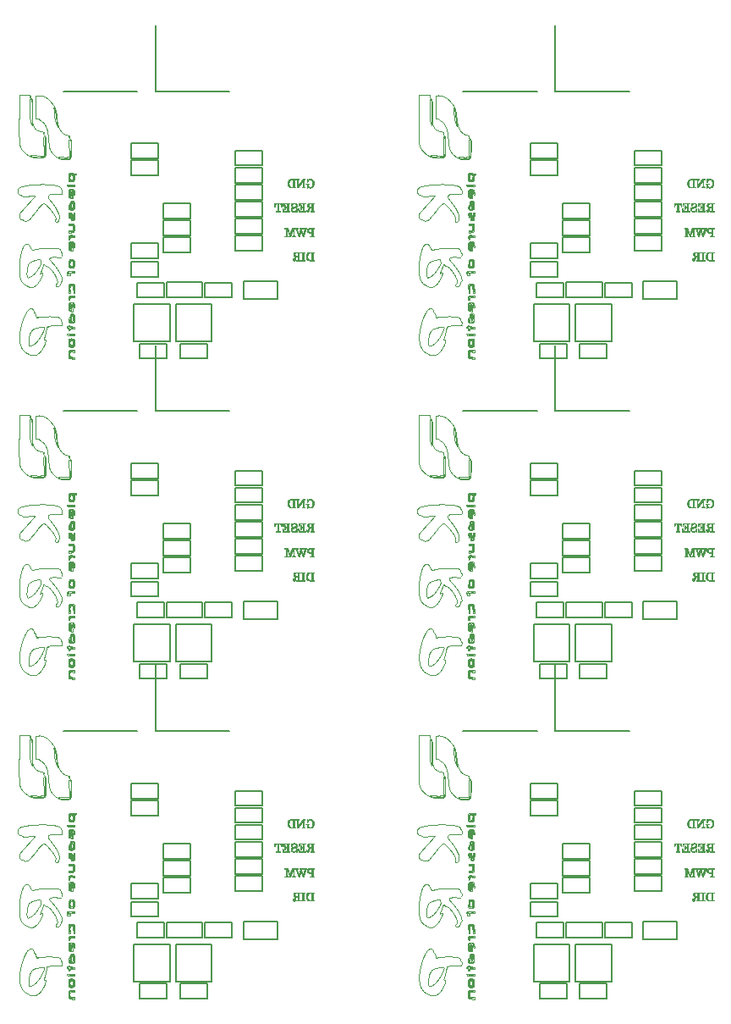
<source format=gbo>
G04 EasyPC Gerber Version 21.0.3 Build 4286 *
G04 #@! TF.Part,Single*
G04 #@! TF.FileFunction,Legend,Bot *
G04 #@! TF.FilePolarity,Positive *
%FSLAX45Y45*%
%MOIN*%
%ADD103C,0.00100*%
%ADD72C,0.00394*%
%ADD10C,0.00500*%
X0Y0D02*
D02*
D10*
X80454Y138478D02*
X51320D01*
X80454Y264463D02*
X51320D01*
X80454Y390447D02*
X51320D01*
X81570Y39124D02*
X92231D01*
Y33187*
X81570*
Y39124*
Y165108D02*
X92231D01*
Y159171*
X81570*
Y165108*
Y291093D02*
X92231D01*
Y285156*
X81570*
Y291093*
X87737Y164463D02*
Y138478D01*
X116871*
X87737Y290447D02*
Y264463D01*
X116871*
X87737Y416431D02*
Y390447D01*
X116871*
X88688Y65470D02*
X78026D01*
Y71407*
X88688*
Y65470*
Y72557D02*
X78026D01*
Y78494*
X88688*
Y72557*
Y105234D02*
X78026D01*
Y111171*
X88688*
Y105234*
Y111927D02*
X78026D01*
Y117864*
X88688*
Y111927*
Y191455D02*
X78026D01*
Y197392*
X88688*
Y191455*
Y198541D02*
X78026D01*
Y204478*
X88688*
Y198541*
Y231219D02*
X78026D01*
Y237156*
X88688*
Y231219*
Y237911D02*
X78026D01*
Y243848*
X88688*
Y237911*
Y317439D02*
X78026D01*
Y323376*
X88688*
Y317439*
Y324526D02*
X78026D01*
Y330463*
X88688*
Y324526*
Y357203D02*
X78026D01*
Y363140*
X88688*
Y357203*
Y363896D02*
X78026D01*
Y369833*
X88688*
Y363896*
X90625Y80856D02*
X101286D01*
Y74919*
X90625*
Y80856*
Y87549D02*
X101286D01*
Y81612*
X90625*
Y87549*
Y206841D02*
X101286D01*
Y200904*
X90625*
Y206841*
Y213533D02*
X101286D01*
Y207596*
X90625*
Y213533*
Y332825D02*
X101286D01*
Y326888*
X90625*
Y332825*
Y339518D02*
X101286D01*
Y333581*
X90625*
Y339518*
X91050Y57203D02*
X80389D01*
Y63140*
X91050*
Y57203*
Y183187D02*
X80389D01*
Y189124*
X91050*
Y183187*
Y309171D02*
X80389D01*
Y315108*
X91050*
Y309171*
X92019Y63321D02*
X106192D01*
Y57415*
X92019*
Y63321*
Y189305D02*
X106192D01*
Y183400*
X92019*
Y189305*
Y315289D02*
X106192D01*
Y309384*
X92019*
Y315289*
X93257Y54780D02*
X79223D01*
Y40030*
X93257*
Y54780*
Y180764D02*
X79223D01*
Y166014*
X93257*
Y180764*
Y306748D02*
X79223D01*
Y291998*
X93257*
Y306748*
X97318Y39124D02*
X107979D01*
Y33187*
X97318*
Y39124*
Y165108D02*
X107979D01*
Y159171*
X97318*
Y165108*
Y291093D02*
X107979D01*
Y285156*
X97318*
Y291093*
X101286Y88305D02*
X90625D01*
Y94242*
X101286*
Y88305*
Y214289D02*
X90625D01*
Y220226*
X101286*
Y214289*
Y340274D02*
X90625D01*
Y346211*
X101286*
Y340274*
X107160Y63140D02*
X117822D01*
Y57203*
X107160*
Y63140*
Y189124D02*
X117822D01*
Y183187*
X107160*
Y189124*
Y315108D02*
X117822D01*
Y309171*
X107160*
Y315108*
X109792Y54780D02*
X95759D01*
Y40030*
X109792*
Y54780*
Y180764D02*
X95759D01*
Y166014*
X109792*
Y180764*
Y306748D02*
X95759D01*
Y291998*
X109792*
Y306748*
X118971Y88337D02*
X129633D01*
Y82400*
X118971*
Y88337*
Y95030D02*
X129633D01*
Y89093*
X118971*
Y95030*
Y101722D02*
X129633D01*
Y95785*
X118971*
Y101722*
Y108415D02*
X129633D01*
Y102478*
X118971*
Y108415*
Y115108D02*
X129633D01*
Y109171*
X118971*
Y115108*
Y214321D02*
X129633D01*
Y208384*
X118971*
Y214321*
Y221014D02*
X129633D01*
Y215077*
X118971*
Y221014*
Y227707D02*
X129633D01*
Y221770*
X118971*
Y227707*
Y234400D02*
X129633D01*
Y228463*
X118971*
Y234400*
Y241093D02*
X129633D01*
Y235156*
X118971*
Y241093*
Y340305D02*
X129633D01*
Y334368*
X118971*
Y340305*
Y346998D02*
X129633D01*
Y341061*
X118971*
Y346998*
Y353691D02*
X129633D01*
Y347754*
X118971*
Y353691*
Y360384D02*
X129633D01*
Y354447*
X118971*
Y360384*
Y367077D02*
X129633D01*
Y361140*
X118971*
Y367077*
X129633Y75707D02*
X118971D01*
Y81644*
X129633*
Y75707*
Y201691D02*
X118971D01*
Y207628*
X129633*
Y201691*
Y327675D02*
X118971D01*
Y333612*
X129633*
Y327675*
X135735Y56612D02*
X122318D01*
Y63730*
X135735*
Y56612*
Y182596D02*
X122318D01*
Y189715*
X135735*
Y182596*
Y308581D02*
X122318D01*
Y315699*
X135735*
Y308581*
X237934Y138478D02*
X208800D01*
X237934Y264463D02*
X208800D01*
X237934Y390447D02*
X208800D01*
X239050Y39124D02*
X249711D01*
Y33187*
X239050*
Y39124*
Y165108D02*
X249711D01*
Y159171*
X239050*
Y165108*
Y291093D02*
X249711D01*
Y285156*
X239050*
Y291093*
X245217Y164463D02*
Y138478D01*
X274351*
X245217Y290447D02*
Y264463D01*
X274351*
X245217Y416431D02*
Y390447D01*
X274351*
X246168Y65470D02*
X235507D01*
Y71407*
X246168*
Y65470*
Y72557D02*
X235507D01*
Y78494*
X246168*
Y72557*
Y105234D02*
X235507D01*
Y111171*
X246168*
Y105234*
Y111927D02*
X235507D01*
Y117864*
X246168*
Y111927*
Y191455D02*
X235507D01*
Y197392*
X246168*
Y191455*
Y198541D02*
X235507D01*
Y204478*
X246168*
Y198541*
Y231219D02*
X235507D01*
Y237156*
X246168*
Y231219*
Y237911D02*
X235507D01*
Y243848*
X246168*
Y237911*
Y317439D02*
X235507D01*
Y323376*
X246168*
Y317439*
Y324526D02*
X235507D01*
Y330463*
X246168*
Y324526*
Y357203D02*
X235507D01*
Y363140*
X246168*
Y357203*
Y363896D02*
X235507D01*
Y369833*
X246168*
Y363896*
X248105Y80856D02*
X258767D01*
Y74919*
X248105*
Y80856*
Y87549D02*
X258767D01*
Y81612*
X248105*
Y87549*
Y206841D02*
X258767D01*
Y200904*
X248105*
Y206841*
Y213533D02*
X258767D01*
Y207596*
X248105*
Y213533*
Y332825D02*
X258767D01*
Y326888*
X248105*
Y332825*
Y339518D02*
X258767D01*
Y333581*
X248105*
Y339518*
X248530Y57203D02*
X237869D01*
Y63140*
X248530*
Y57203*
Y183187D02*
X237869D01*
Y189124*
X248530*
Y183187*
Y309171D02*
X237869D01*
Y315108*
X248530*
Y309171*
X249499Y63321D02*
X263672D01*
Y57415*
X249499*
Y63321*
Y189305D02*
X263672D01*
Y183400*
X249499*
Y189305*
Y315289D02*
X263672D01*
Y309384*
X249499*
Y315289*
X250737Y54780D02*
X236704D01*
Y40030*
X250737*
Y54780*
Y180764D02*
X236704D01*
Y166014*
X250737*
Y180764*
Y306748D02*
X236704D01*
Y291998*
X250737*
Y306748*
X254798Y39124D02*
X265459D01*
Y33187*
X254798*
Y39124*
Y165108D02*
X265459D01*
Y159171*
X254798*
Y165108*
Y291093D02*
X265459D01*
Y285156*
X254798*
Y291093*
X258767Y88305D02*
X248105D01*
Y94242*
X258767*
Y88305*
Y214289D02*
X248105D01*
Y220226*
X258767*
Y214289*
Y340274D02*
X248105D01*
Y346211*
X258767*
Y340274*
X264641Y63140D02*
X275302D01*
Y57203*
X264641*
Y63140*
Y189124D02*
X275302D01*
Y183187*
X264641*
Y189124*
Y315108D02*
X275302D01*
Y309171*
X264641*
Y315108*
X267272Y54780D02*
X253239D01*
Y40030*
X267272*
Y54780*
Y180764D02*
X253239D01*
Y166014*
X267272*
Y180764*
Y306748D02*
X253239D01*
Y291998*
X267272*
Y306748*
X276452Y88337D02*
X287113D01*
Y82400*
X276452*
Y88337*
Y95030D02*
X287113D01*
Y89093*
X276452*
Y95030*
Y101722D02*
X287113D01*
Y95785*
X276452*
Y101722*
Y108415D02*
X287113D01*
Y102478*
X276452*
Y108415*
Y115108D02*
X287113D01*
Y109171*
X276452*
Y115108*
Y214321D02*
X287113D01*
Y208384*
X276452*
Y214321*
Y221014D02*
X287113D01*
Y215077*
X276452*
Y221014*
Y227707D02*
X287113D01*
Y221770*
X276452*
Y227707*
Y234400D02*
X287113D01*
Y228463*
X276452*
Y234400*
Y241093D02*
X287113D01*
Y235156*
X276452*
Y241093*
Y340305D02*
X287113D01*
Y334368*
X276452*
Y340305*
Y346998D02*
X287113D01*
Y341061*
X276452*
Y346998*
Y353691D02*
X287113D01*
Y347754*
X276452*
Y353691*
Y360384D02*
X287113D01*
Y354447*
X276452*
Y360384*
Y367077D02*
X287113D01*
Y361140*
X276452*
Y367077*
X287113Y75707D02*
X276452D01*
Y81644*
X287113*
Y75707*
Y201691D02*
X276452D01*
Y207628*
X287113*
Y201691*
Y327675D02*
X276452D01*
Y333612*
X287113*
Y327675*
X293215Y56612D02*
X279798D01*
Y63730*
X293215*
Y56612*
Y182596D02*
X279798D01*
Y189715*
X293215*
Y182596*
Y308581D02*
X279798D01*
Y315699*
X293215*
Y308581*
D02*
D72*
X33554Y99738D02*
G75*
G02X33732Y100013I794J-321D01*
G01*
G75*
G02X34066Y100306I2004J-1939*
G01*
G75*
G02X34472Y100563I1863J-2495*
G01*
G75*
G02X34881Y100731I1050J-1979*
G01*
G75*
G02X37204Y101242I4646J-15582*
G01*
G75*
G02X40207Y101565I5958J-41298*
G01*
G75*
G02X43381Y101677I3162J-44498*
G01*
G75*
G02X46258Y101539I-7J-30260*
G01*
G75*
G02X47501Y101402I-4033J-42055*
G01*
G75*
G02X48425Y101253I-1695J-13474*
G01*
G75*
G02X49145Y101077I-1573J-7993*
G01*
G75*
G02X49735Y100856I-1205J-4123*
G01*
G75*
G02X50067Y100665I-895J-1938*
G01*
G75*
G02X50330Y100432I-882J-1259*
G01*
G75*
G02X50500Y100181I-852J-763*
G01*
G75*
G02X50558Y99937I-487J-244*
G01*
G75*
G03X50576Y99836I296*
G01*
G75*
G03X50631Y99713I818J297*
G01*
G75*
G03X50713Y99589I877J485*
G01*
G75*
G03X50808Y99483I689J522*
G01*
G75*
G02X50938Y99335I-693J-741*
G01*
G75*
G02X51012Y99187I-424J-304*
G01*
G75*
G02X51048Y98993I-798J-249*
G01*
G75*
G02X51058Y98683I-4685J-304*
G01*
G75*
G02X51004Y98172I-2432*
G01*
G75*
G02X50828Y97878I-520J111*
G01*
G75*
G02X50491Y97726I-432J507*
G01*
G75*
G02X49883Y97683I-609J4254*
G01*
G75*
G02X49605Y97690I4J5305*
G01*
G75*
G02X49361Y97712I168J3219*
G01*
G75*
G02X49165Y97743I423J3293*
G01*
G75*
G02X49108Y97783I16J85*
G01*
G75*
G03X48905Y97897I-204J-126*
G01*
G75*
G03X47739Y97888I-188J-50890*
G01*
G75*
G03X46618Y97844I554J-28845*
G01*
G75*
G03X46176Y97727I66J-1136*
G01*
G75*
G03X45706Y97381I768J-1538*
G01*
G75*
G03X45485Y96952I604J-582*
G01*
G75*
G03X45531Y96456I893J-166*
G01*
G75*
G03X45840Y95917I1959J763*
G01*
G75*
G02X46641Y94893I-103483J-81718*
G01*
G75*
G02X47327Y93992I-60161J-46543*
G01*
G75*
G02X47926Y93191I-230375J-172811*
G01*
G75*
G02X47958Y93094I-130J-96*
G01*
G75*
G03X47968Y93052I91J1*
G01*
G75*
G03X48002Y92997I398J202*
G01*
G75*
G03X48049Y92938I456J319*
G01*
G75*
G03X48106Y92885I449J422*
G01*
G75*
G02X48230Y92753I-463J-560*
G01*
G75*
G02X48357Y92554I-1677J-1215*
G01*
G75*
G02X48561Y92178I-9930J-5613*
G01*
G75*
G02X49133Y91065I-468609J-241887*
G01*
G75*
G02X49368Y90593I-17175J-8817*
G01*
G75*
G02X49576Y90141I-13874J-6650*
G01*
G75*
G02X49739Y89754I-13386J-5891*
G01*
G75*
G02X49797Y89558I-946J-386*
G01*
G75*
G02X49815Y89370I-1078J-201*
G01*
G75*
G02X49813Y89045I-8470J-111*
G01*
G75*
G02X49796Y88669I-9520J250*
G01*
G75*
G02X49764Y88287I-10183J669*
G01*
G75*
G02X49700Y87760I-16119J1672*
G01*
G75*
G02X49636Y87467I-1875J257*
G01*
G75*
G02X49543Y87261I-832J252*
G01*
G75*
G02X49394Y87068I-994J616*
G01*
G75*
G02X49250Y86939I-968J929*
G01*
G75*
G02X49108Y86850I-472J603*
G01*
G75*
G02X48958Y86800I-287J606*
G01*
G75*
G02X48793Y86783I-166J787*
G01*
G75*
G02X48509Y86839J744*
G01*
G75*
G02X48342Y86997I122J296*
G01*
G75*
G02X48294Y87269I465J222*
G01*
G75*
G02X48370Y87670I2257J-218*
G01*
G75*
G03X48418Y87861I-3015J857*
G01*
G75*
G03X48454Y88056I-3020J652*
G01*
G75*
G03X48474Y88226I-2658J400*
G01*
G75*
G03X48470Y88333I-440J39*
G01*
G75*
G03X48376Y88650I-1244J-197*
G01*
G75*
G03X48097Y89241I-14342J-6409*
G01*
G75*
G03X47773Y89854I-12519J-6229*
G01*
G75*
G03X47474Y90333I-5411J-3037*
G01*
G75*
G03X46626Y91466I-14699J-10113*
G01*
G75*
G03X45602Y92656I-20935J-16989*
G01*
G75*
G03X44616Y93686I-22807J-20836*
G01*
G75*
G03X44082Y94047I-1203J-1205*
G01*
G75*
G03X43889Y94117I-740J-1735*
G01*
G75*
G03X43754Y94133I-113J-371*
G01*
G75*
G03X43619Y94103I23J-417*
G01*
G75*
G03X43420Y94010I895J-2166*
G01*
G75*
G03X43083Y93766I698J-1322*
G01*
G75*
G03X42320Y93016I30869J-32167*
G01*
G75*
G03X41530Y92211I66914J-66460*
G01*
G75*
G03X41458Y92033I183J-178*
G01*
G75*
G02X41444Y91987I-83*
G01*
G75*
G02X41348Y91846I-5679J3746*
G01*
G75*
G02X41227Y91680I-4089J2857*
G01*
G75*
G02X41083Y91496I-6502J4956*
G01*
G75*
G03X40932Y91307I12837J-10356*
G01*
G75*
G03X40789Y91121I11426J-8960*
G01*
G75*
G03X40669Y90960I10618J-8043*
G01*
G75*
G03X40608Y90870I1073J-792*
G01*
G75*
G02X40532Y90764I-769J471*
G01*
G75*
G02X40258Y90439I-44552J37254*
G01*
G75*
G02X39929Y90056I-32972J27996*
G01*
G75*
G02X39558Y89632I-50333J43737*
G01*
G75*
G03X39189Y89209I27491J-24286*
G01*
G75*
G03X38868Y88826I17525J-15023*
G01*
G75*
G03X38604Y88499I25271J-20731*
G01*
G75*
G03X38543Y88395I318J-254*
G01*
G75*
G02X38421Y88200I-600J238*
G01*
G75*
G02X38168Y87949I-2506J2281*
G01*
G75*
G02X37856Y87698I-2557J2867*
G01*
G75*
G02X37530Y87492I-1917J2666*
G01*
G75*
G02X37116Y87335I-758J1369*
G01*
G75*
G02X36628Y87277I-521J2307*
G01*
G75*
G02X36183Y87319I-28J2050*
G01*
G75*
G02X35919Y87470I100J480*
G01*
G75*
G03X35820Y87550I-288J-261*
G01*
G75*
G03X35667Y87620I-559J-1010*
G01*
G75*
G03X35482Y87676I-516J-1363*
G01*
G75*
G03X35282Y87711I-396J-1709*
G01*
G75*
G02X35032Y87754I231J2065*
G01*
G75*
G02X34843Y87824I194J812*
G01*
G75*
G02X34674Y87939I395J764*
G01*
G75*
G02X34487Y88122I1502J1729*
G01*
G75*
G02X34298Y88351I1985J1822*
G01*
G75*
G02X34208Y88531I496J362*
G01*
G75*
G02X34168Y88756I858J268*
G01*
G75*
G02X34158Y89175I8800J424*
G01*
G75*
G02X34165Y89458I5930J-7*
G01*
G75*
G02X34185Y89734I5393J-254*
G01*
G75*
G02X34215Y89969I4748J-476*
G01*
G75*
G02X34250Y90101I589J-88*
G01*
G75*
G02X34426Y90391I947J-377*
G01*
G75*
G02X35562Y91695I195633J-169264*
G01*
G75*
G02X36989Y93299I111835J-98045*
G01*
G75*
G02X38820Y95312I281537J-254204*
G01*
G75*
G03X39409Y95967I-40278J36897*
G01*
G75*
G03X39906Y96541I-22685J20111*
G01*
G75*
G03X40323Y97041I-54272J45751*
G01*
G75*
G03X40358Y97137I-117J96*
G01*
G75*
G03X40327Y97206I-90*
G01*
G75*
G03X40242Y97251I-143J-164*
G01*
G75*
G03X40087Y97276I-192J-705*
G01*
G75*
G03X39828Y97283I-257J-4922*
G01*
G75*
G03X39618Y97276I-6J-3304*
G01*
G75*
G03X39426Y97256I156J-2371*
G01*
G75*
G03X39269Y97227I306J-2112*
G01*
G75*
G03X39203Y97192I30J-136*
G01*
G75*
G02X39136Y97154I-109J114*
G01*
G75*
G02X38974Y97113I-719J2552*
G01*
G75*
G02X38776Y97078I-596J2799*
G01*
G75*
G02X38558Y97054I-550J3919*
G01*
G75*
G03X38294Y97028I735J-8666*
G01*
G75*
G03X37949Y96985I2927J-25190*
G01*
G75*
G03X37585Y96935I3471J-26815*
G01*
G75*
G03X37258Y96885I2539J-17730*
G01*
G75*
G02X36562Y96804I-1274J7869*
G01*
G75*
G02X36021Y96815I-210J2868*
G01*
G75*
G02X35597Y96919I204J1763*
G01*
G75*
G02X35258Y97117I415J1093*
G01*
G75*
G03X35109Y97225I-809J-959*
G01*
G75*
G03X34946Y97310I-657J-1066*
G01*
G75*
G03X34785Y97365I-431J-1006*
G01*
G75*
G03X34641Y97383I-144J-564*
G01*
G75*
G02X34357Y97435I1J799*
G01*
G75*
G02X34060Y97589I507J1341*
G01*
G75*
G02X33795Y97817I871J1282*
G01*
G75*
G02X33607Y98086I893J827*
G01*
G75*
G02X33509Y98395I835J433*
G01*
G75*
G02X33469Y98899I5073J666*
G01*
G75*
G02X33478Y99407I5077J164*
G01*
G75*
G02X33554Y99738I1074J-74*
G01*
Y225722D02*
G75*
G02X33732Y225997I794J-321D01*
G01*
G75*
G02X34066Y226291I2004J-1939*
G01*
G75*
G02X34472Y226548I1863J-2495*
G01*
G75*
G02X34881Y226715I1050J-1979*
G01*
G75*
G02X37204Y227226I4646J-15582*
G01*
G75*
G02X40207Y227549I5958J-41298*
G01*
G75*
G02X43381Y227661I3162J-44498*
G01*
G75*
G02X46258Y227524I-7J-30260*
G01*
G75*
G02X47501Y227386I-4033J-42055*
G01*
G75*
G02X48425Y227237I-1695J-13474*
G01*
G75*
G02X49145Y227061I-1573J-7993*
G01*
G75*
G02X49735Y226840I-1205J-4123*
G01*
G75*
G02X50067Y226650I-895J-1938*
G01*
G75*
G02X50330Y226416I-882J-1259*
G01*
G75*
G02X50500Y226165I-852J-763*
G01*
G75*
G02X50558Y225921I-487J-244*
G01*
G75*
G03X50576Y225820I296*
G01*
G75*
G03X50631Y225697I818J297*
G01*
G75*
G03X50713Y225573I877J485*
G01*
G75*
G03X50808Y225467I689J522*
G01*
G75*
G02X50938Y225319I-693J-741*
G01*
G75*
G02X51012Y225171I-424J-304*
G01*
G75*
G02X51048Y224977I-798J-249*
G01*
G75*
G02X51058Y224667I-4685J-304*
G01*
G75*
G02X51004Y224156I-2432*
G01*
G75*
G02X50828Y223863I-520J111*
G01*
G75*
G02X50491Y223710I-432J507*
G01*
G75*
G02X49883Y223667I-609J4254*
G01*
G75*
G02X49605Y223674I4J5305*
G01*
G75*
G02X49361Y223696I168J3219*
G01*
G75*
G02X49165Y223728I423J3293*
G01*
G75*
G02X49108Y223767I16J85*
G01*
G75*
G03X48905Y223881I-204J-126*
G01*
G75*
G03X47739Y223872I-188J-50890*
G01*
G75*
G03X46618Y223829I554J-28845*
G01*
G75*
G03X46176Y223711I66J-1136*
G01*
G75*
G03X45706Y223365I768J-1538*
G01*
G75*
G03X45485Y222936I604J-582*
G01*
G75*
G03X45531Y222441I893J-166*
G01*
G75*
G03X45840Y221901I1959J763*
G01*
G75*
G02X46641Y220877I-103483J-81718*
G01*
G75*
G02X47327Y219976I-60161J-46543*
G01*
G75*
G02X47926Y219175I-230375J-172811*
G01*
G75*
G02X47958Y219078I-130J-96*
G01*
G75*
G03X47968Y219037I91J1*
G01*
G75*
G03X48002Y218981I398J202*
G01*
G75*
G03X48049Y218922I456J319*
G01*
G75*
G03X48106Y218869I449J422*
G01*
G75*
G02X48230Y218737I-463J-560*
G01*
G75*
G02X48357Y218538I-1677J-1215*
G01*
G75*
G02X48561Y218162I-9930J-5613*
G01*
G75*
G02X49133Y217049I-468609J-241887*
G01*
G75*
G02X49368Y216577I-17175J-8817*
G01*
G75*
G02X49576Y216125I-13874J-6650*
G01*
G75*
G02X49739Y215739I-13386J-5891*
G01*
G75*
G02X49797Y215543I-946J-386*
G01*
G75*
G02X49815Y215354I-1078J-201*
G01*
G75*
G02X49813Y215029I-8470J-111*
G01*
G75*
G02X49796Y214653I-9520J250*
G01*
G75*
G02X49764Y214271I-10183J669*
G01*
G75*
G02X49700Y213744I-16119J1672*
G01*
G75*
G02X49636Y213451I-1875J257*
G01*
G75*
G02X49543Y213245I-832J252*
G01*
G75*
G02X49394Y213052I-994J616*
G01*
G75*
G02X49250Y212923I-968J929*
G01*
G75*
G02X49108Y212835I-472J603*
G01*
G75*
G02X48958Y212784I-287J606*
G01*
G75*
G02X48793Y212767I-166J787*
G01*
G75*
G02X48509Y212823J744*
G01*
G75*
G02X48342Y212981I122J296*
G01*
G75*
G02X48294Y213253I465J222*
G01*
G75*
G02X48370Y213654I2257J-218*
G01*
G75*
G03X48418Y213846I-3015J857*
G01*
G75*
G03X48454Y214040I-3020J652*
G01*
G75*
G03X48474Y214210I-2658J400*
G01*
G75*
G03X48470Y214317I-440J39*
G01*
G75*
G03X48376Y214635I-1244J-197*
G01*
G75*
G03X48097Y215225I-14342J-6409*
G01*
G75*
G03X47773Y215838I-12519J-6229*
G01*
G75*
G03X47474Y216317I-5411J-3037*
G01*
G75*
G03X46626Y217450I-14699J-10113*
G01*
G75*
G03X45602Y218640I-20935J-16989*
G01*
G75*
G03X44616Y219670I-22807J-20836*
G01*
G75*
G03X44082Y220031I-1203J-1205*
G01*
G75*
G03X43889Y220102I-740J-1735*
G01*
G75*
G03X43754Y220118I-113J-371*
G01*
G75*
G03X43619Y220087I23J-417*
G01*
G75*
G03X43420Y219994I895J-2166*
G01*
G75*
G03X43083Y219750I698J-1322*
G01*
G75*
G03X42320Y219000I30869J-32167*
G01*
G75*
G03X41530Y218195I66914J-66460*
G01*
G75*
G03X41458Y218017I183J-178*
G01*
G75*
G02X41444Y217972I-83*
G01*
G75*
G02X41348Y217830I-5679J3746*
G01*
G75*
G02X41227Y217664I-4089J2857*
G01*
G75*
G02X41083Y217481I-6502J4956*
G01*
G75*
G03X40932Y217291I12837J-10356*
G01*
G75*
G03X40789Y217105I11426J-8960*
G01*
G75*
G03X40669Y216944I10618J-8043*
G01*
G75*
G03X40608Y216854I1073J-792*
G01*
G75*
G02X40532Y216748I-769J471*
G01*
G75*
G02X40258Y216423I-44552J37254*
G01*
G75*
G02X39929Y216040I-32972J27996*
G01*
G75*
G02X39558Y215617I-50333J43737*
G01*
G75*
G03X39189Y215193I27491J-24286*
G01*
G75*
G03X38868Y214810I17525J-15023*
G01*
G75*
G03X38604Y214483I25271J-20731*
G01*
G75*
G03X38543Y214380I318J-254*
G01*
G75*
G02X38421Y214184I-600J238*
G01*
G75*
G02X38168Y213933I-2506J2281*
G01*
G75*
G02X37856Y213683I-2557J2867*
G01*
G75*
G02X37530Y213476I-1917J2666*
G01*
G75*
G02X37116Y213319I-758J1369*
G01*
G75*
G02X36628Y213261I-521J2307*
G01*
G75*
G02X36183Y213304I-28J2050*
G01*
G75*
G02X35919Y213455I100J480*
G01*
G75*
G03X35820Y213534I-288J-261*
G01*
G75*
G03X35667Y213604I-559J-1010*
G01*
G75*
G03X35482Y213661I-516J-1363*
G01*
G75*
G03X35282Y213695I-396J-1709*
G01*
G75*
G02X35032Y213739I231J2065*
G01*
G75*
G02X34843Y213809I194J812*
G01*
G75*
G02X34674Y213923I395J764*
G01*
G75*
G02X34487Y214106I1502J1729*
G01*
G75*
G02X34298Y214335I1985J1822*
G01*
G75*
G02X34208Y214515I496J362*
G01*
G75*
G02X34168Y214740I858J268*
G01*
G75*
G02X34158Y215159I8800J424*
G01*
G75*
G02X34165Y215442I5930J-7*
G01*
G75*
G02X34185Y215718I5393J-254*
G01*
G75*
G02X34215Y215954I4748J-476*
G01*
G75*
G02X34250Y216085I589J-88*
G01*
G75*
G02X34426Y216376I947J-377*
G01*
G75*
G02X35562Y217680I195633J-169264*
G01*
G75*
G02X36989Y219283I111835J-98045*
G01*
G75*
G02X38820Y221296I281537J-254204*
G01*
G75*
G03X39409Y221951I-40278J36897*
G01*
G75*
G03X39906Y222526I-22685J20111*
G01*
G75*
G03X40323Y223025I-54272J45751*
G01*
G75*
G03X40358Y223122I-117J96*
G01*
G75*
G03X40327Y223190I-90*
G01*
G75*
G03X40242Y223235I-143J-164*
G01*
G75*
G03X40087Y223260I-192J-705*
G01*
G75*
G03X39828Y223267I-257J-4922*
G01*
G75*
G03X39618Y223261I-6J-3304*
G01*
G75*
G03X39426Y223240I156J-2371*
G01*
G75*
G03X39269Y223211I306J-2112*
G01*
G75*
G03X39203Y223176I30J-136*
G01*
G75*
G02X39136Y223138I-109J114*
G01*
G75*
G02X38974Y223098I-719J2552*
G01*
G75*
G02X38776Y223063I-596J2799*
G01*
G75*
G02X38558Y223038I-550J3919*
G01*
G75*
G03X38294Y223012I735J-8666*
G01*
G75*
G03X37949Y222969I2927J-25190*
G01*
G75*
G03X37585Y222920I3471J-26815*
G01*
G75*
G03X37258Y222870I2539J-17730*
G01*
G75*
G02X36562Y222788I-1274J7869*
G01*
G75*
G02X36021Y222800I-210J2868*
G01*
G75*
G02X35597Y222903I204J1763*
G01*
G75*
G02X35258Y223102I415J1093*
G01*
G75*
G03X35109Y223209I-809J-959*
G01*
G75*
G03X34946Y223294I-657J-1066*
G01*
G75*
G03X34785Y223349I-431J-1006*
G01*
G75*
G03X34641Y223367I-144J-564*
G01*
G75*
G02X34357Y223419I1J799*
G01*
G75*
G02X34060Y223574I507J1341*
G01*
G75*
G02X33795Y223801I871J1282*
G01*
G75*
G02X33607Y224070I893J827*
G01*
G75*
G02X33509Y224380I835J433*
G01*
G75*
G02X33469Y224883I5073J666*
G01*
G75*
G02X33478Y225392I5077J164*
G01*
G75*
G02X33554Y225722I1074J-74*
G01*
Y351707D02*
G75*
G02X33732Y351981I794J-321D01*
G01*
G75*
G02X34066Y352275I2004J-1939*
G01*
G75*
G02X34472Y352532I1863J-2495*
G01*
G75*
G02X34881Y352700I1050J-1979*
G01*
G75*
G02X37204Y353211I4646J-15582*
G01*
G75*
G02X40207Y353533I5958J-41298*
G01*
G75*
G02X43381Y353646I3162J-44498*
G01*
G75*
G02X46258Y353508I-7J-30260*
G01*
G75*
G02X47501Y353370I-4033J-42055*
G01*
G75*
G02X48425Y353221I-1695J-13474*
G01*
G75*
G02X49145Y353045I-1573J-7993*
G01*
G75*
G02X49735Y352824I-1205J-4123*
G01*
G75*
G02X50067Y352634I-895J-1938*
G01*
G75*
G02X50330Y352400I-882J-1259*
G01*
G75*
G02X50500Y352149I-852J-763*
G01*
G75*
G02X50558Y351906I-487J-244*
G01*
G75*
G03X50576Y351805I296*
G01*
G75*
G03X50631Y351681I818J297*
G01*
G75*
G03X50713Y351557I877J485*
G01*
G75*
G03X50808Y351451I689J522*
G01*
G75*
G02X50938Y351304I-693J-741*
G01*
G75*
G02X51012Y351155I-424J-304*
G01*
G75*
G02X51048Y350961I-798J-249*
G01*
G75*
G02X51058Y350651I-4685J-304*
G01*
G75*
G02X51004Y350140I-2432*
G01*
G75*
G02X50828Y349847I-520J111*
G01*
G75*
G02X50491Y349694I-432J507*
G01*
G75*
G02X49883Y349651I-609J4254*
G01*
G75*
G02X49605Y349659I4J5305*
G01*
G75*
G02X49361Y349681I168J3219*
G01*
G75*
G02X49165Y349712I423J3293*
G01*
G75*
G02X49108Y349751I16J85*
G01*
G75*
G03X48905Y349865I-204J-126*
G01*
G75*
G03X47739Y349856I-188J-50890*
G01*
G75*
G03X46618Y349813I554J-28845*
G01*
G75*
G03X46176Y349695I66J-1136*
G01*
G75*
G03X45706Y349350I768J-1538*
G01*
G75*
G03X45485Y348920I604J-582*
G01*
G75*
G03X45531Y348425I893J-166*
G01*
G75*
G03X45840Y347885I1959J763*
G01*
G75*
G02X46641Y346861I-103483J-81718*
G01*
G75*
G02X47327Y345960I-60161J-46543*
G01*
G75*
G02X47926Y345159I-230375J-172811*
G01*
G75*
G02X47958Y345062I-130J-96*
G01*
G75*
G03X47968Y345021I91J1*
G01*
G75*
G03X48002Y344965I398J202*
G01*
G75*
G03X48049Y344906I456J319*
G01*
G75*
G03X48106Y344853I449J422*
G01*
G75*
G02X48230Y344721I-463J-560*
G01*
G75*
G02X48357Y344522I-1677J-1215*
G01*
G75*
G02X48561Y344146I-9930J-5613*
G01*
G75*
G02X49133Y343033I-468609J-241887*
G01*
G75*
G02X49368Y342561I-17175J-8817*
G01*
G75*
G02X49576Y342109I-13874J-6650*
G01*
G75*
G02X49739Y341723I-13386J-5891*
G01*
G75*
G02X49797Y341527I-946J-386*
G01*
G75*
G02X49815Y341338I-1078J-201*
G01*
G75*
G02X49813Y341013I-8470J-111*
G01*
G75*
G02X49796Y340637I-9520J250*
G01*
G75*
G02X49764Y340255I-10183J669*
G01*
G75*
G02X49700Y339728I-16119J1672*
G01*
G75*
G02X49636Y339435I-1875J257*
G01*
G75*
G02X49543Y339229I-832J252*
G01*
G75*
G02X49394Y339037I-994J616*
G01*
G75*
G02X49250Y338907I-968J929*
G01*
G75*
G02X49108Y338819I-472J603*
G01*
G75*
G02X48958Y338769I-287J606*
G01*
G75*
G02X48793Y338751I-166J787*
G01*
G75*
G02X48509Y338807J744*
G01*
G75*
G02X48342Y338966I122J296*
G01*
G75*
G02X48294Y339237I465J222*
G01*
G75*
G02X48370Y339638I2257J-218*
G01*
G75*
G03X48418Y339830I-3015J857*
G01*
G75*
G03X48454Y340024I-3020J652*
G01*
G75*
G03X48474Y340194I-2658J400*
G01*
G75*
G03X48470Y340301I-440J39*
G01*
G75*
G03X48376Y340619I-1244J-197*
G01*
G75*
G03X48097Y341209I-14342J-6409*
G01*
G75*
G03X47773Y341822I-12519J-6229*
G01*
G75*
G03X47474Y342301I-5411J-3037*
G01*
G75*
G03X46626Y343435I-14699J-10113*
G01*
G75*
G03X45602Y344624I-20935J-16989*
G01*
G75*
G03X44616Y345655I-22807J-20836*
G01*
G75*
G03X44082Y346016I-1203J-1205*
G01*
G75*
G03X43889Y346086I-740J-1735*
G01*
G75*
G03X43754Y346102I-113J-371*
G01*
G75*
G03X43619Y346071I23J-417*
G01*
G75*
G03X43420Y345978I895J-2166*
G01*
G75*
G03X43083Y345734I698J-1322*
G01*
G75*
G03X42320Y344984I30869J-32167*
G01*
G75*
G03X41530Y344180I66914J-66460*
G01*
G75*
G03X41458Y344002I183J-178*
G01*
G75*
G02X41444Y343956I-83*
G01*
G75*
G02X41348Y343814I-5679J3746*
G01*
G75*
G02X41227Y343648I-4089J2857*
G01*
G75*
G02X41083Y343465I-6502J4956*
G01*
G75*
G03X40932Y343275I12837J-10356*
G01*
G75*
G03X40789Y343089I11426J-8960*
G01*
G75*
G03X40669Y342928I10618J-8043*
G01*
G75*
G03X40608Y342838I1073J-792*
G01*
G75*
G02X40532Y342732I-769J471*
G01*
G75*
G02X40258Y342407I-44552J37254*
G01*
G75*
G02X39929Y342024I-32972J27996*
G01*
G75*
G02X39558Y341601I-50333J43737*
G01*
G75*
G03X39189Y341177I27491J-24286*
G01*
G75*
G03X38868Y340794I17525J-15023*
G01*
G75*
G03X38604Y340467I25271J-20731*
G01*
G75*
G03X38543Y340364I318J-254*
G01*
G75*
G02X38421Y340168I-600J238*
G01*
G75*
G02X38168Y339918I-2506J2281*
G01*
G75*
G02X37856Y339667I-2557J2867*
G01*
G75*
G02X37530Y339461I-1917J2666*
G01*
G75*
G02X37116Y339303I-758J1369*
G01*
G75*
G02X36628Y339245I-521J2307*
G01*
G75*
G02X36183Y339288I-28J2050*
G01*
G75*
G02X35919Y339439I100J480*
G01*
G75*
G03X35820Y339518I-288J-261*
G01*
G75*
G03X35667Y339589I-559J-1010*
G01*
G75*
G03X35482Y339645I-516J-1363*
G01*
G75*
G03X35282Y339679I-396J-1709*
G01*
G75*
G02X35032Y339723I231J2065*
G01*
G75*
G02X34843Y339793I194J812*
G01*
G75*
G02X34674Y339907I395J764*
G01*
G75*
G02X34487Y340090I1502J1729*
G01*
G75*
G02X34298Y340319I1985J1822*
G01*
G75*
G02X34208Y340499I496J362*
G01*
G75*
G02X34168Y340724I858J268*
G01*
G75*
G02X34158Y341143I8800J424*
G01*
G75*
G02X34165Y341426I5930J-7*
G01*
G75*
G02X34185Y341702I5393J-254*
G01*
G75*
G02X34215Y341938I4748J-476*
G01*
G75*
G02X34250Y342070I589J-88*
G01*
G75*
G02X34426Y342360I947J-377*
G01*
G75*
G02X35562Y343664I195633J-169264*
G01*
G75*
G02X36989Y345268I111835J-98045*
G01*
G75*
G02X38820Y347281I281537J-254204*
G01*
G75*
G03X39409Y347935I-40278J36897*
G01*
G75*
G03X39906Y348510I-22685J20111*
G01*
G75*
G03X40323Y349009I-54272J45751*
G01*
G75*
G03X40358Y349106I-117J96*
G01*
G75*
G03X40327Y349174I-90*
G01*
G75*
G03X40242Y349220I-143J-164*
G01*
G75*
G03X40087Y349244I-192J-705*
G01*
G75*
G03X39828Y349251I-257J-4922*
G01*
G75*
G03X39618Y349245I-6J-3304*
G01*
G75*
G03X39426Y349224I156J-2371*
G01*
G75*
G03X39269Y349196I306J-2112*
G01*
G75*
G03X39203Y349160I30J-136*
G01*
G75*
G02X39136Y349122I-109J114*
G01*
G75*
G02X38974Y349082I-719J2552*
G01*
G75*
G02X38776Y349047I-596J2799*
G01*
G75*
G02X38558Y349022I-550J3919*
G01*
G75*
G03X38294Y348996I735J-8666*
G01*
G75*
G03X37949Y348954I2927J-25190*
G01*
G75*
G03X37585Y348904I3471J-26815*
G01*
G75*
G03X37258Y348854I2539J-17730*
G01*
G75*
G02X36562Y348772I-1274J7869*
G01*
G75*
G02X36021Y348784I-210J2868*
G01*
G75*
G02X35597Y348887I204J1763*
G01*
G75*
G02X35258Y349086I415J1093*
G01*
G75*
G03X35109Y349194I-809J-959*
G01*
G75*
G03X34946Y349278I-657J-1066*
G01*
G75*
G03X34785Y349333I-431J-1006*
G01*
G75*
G03X34641Y349351I-144J-564*
G01*
G75*
G02X34357Y349404I1J799*
G01*
G75*
G02X34060Y349558I507J1341*
G01*
G75*
G02X33795Y349785I871J1282*
G01*
G75*
G02X33607Y350054I893J827*
G01*
G75*
G02X33509Y350364I835J433*
G01*
G75*
G02X33469Y350868I5073J666*
G01*
G75*
G02X33478Y351376I5077J164*
G01*
G75*
G02X33554Y351707I1074J-74*
G01*
X34058Y137083D02*
X38238D01*
X38309Y136376*
G75*
G03X38351Y136033I7585J768*
G01*
G75*
G03X38401Y135813I1459J214*
G01*
G75*
G03X38463Y135676I571J175*
G01*
G75*
G03X38544Y135611I133J82*
G01*
G75*
G02X38785Y135484I-310J-881*
G01*
G75*
G02X38982Y135293I-581J-796*
G01*
G75*
G02X39113Y135062I-719J-560*
G01*
G75*
G02X39158Y134821I-622J-241*
G01*
G75*
G03X39165Y134692I1146J1*
G01*
G75*
G03X39187Y134572I870J99*
G01*
G75*
G03X39219Y134478I651J167*
G01*
G75*
G03X39258Y134433I91J38*
G01*
G75*
G02X39305Y134351I-52J-85*
G01*
G75*
G02X39332Y133228I-291089J-7604*
G01*
G75*
G02X39352Y131824I-89069J-1951*
G01*
G75*
G02X39358Y129896I-308554J-1909*
G01*
G75*
G03X39363Y127434I600317J17*
G01*
G75*
G03X39385Y126206I44979J193*
G01*
G75*
G03X39421Y125452I22836J721*
G01*
G75*
G03X39505Y125227I417J26*
G01*
G75*
G02X39561Y125143I-683J-519*
G01*
G75*
G02X39609Y125049I-851J-495*
G01*
G75*
G02X39644Y124960I-784J-353*
G01*
G75*
G02X39655Y124893I-227J-72*
G01*
G75*
G03X39726Y124587I774J18*
G01*
G75*
G03X39965Y124128I4631J2131*
G01*
G75*
G03X40260Y123685I4288J2529*
G01*
G75*
G03X40531Y123406I1185J882*
G01*
G75*
G03X41147Y123003I2623J3333*
G01*
G75*
G03X41874Y122674I2766J5148*
G01*
G75*
G03X42617Y122455I1940J5215*
G01*
G75*
G03X43279Y122383I664J3004*
G01*
X43658*
Y121876*
G75*
G03X43680Y121511I3084J2*
G01*
G75*
G03X43748Y121228I1243J148*
G01*
G75*
G03X43853Y121045I581J214*
G01*
G75*
G03X43987Y120982I135J113*
G01*
G75*
G02X44046Y120957I-1J-84*
G01*
G75*
G02X44131Y120858I-765J-750*
G01*
G75*
G02X44222Y120723I-1076J-826*
G01*
G75*
G02X44308Y120563I-1775J-1052*
G01*
G75*
G02X44423Y120200I-1226J-588*
G01*
G75*
G02X44479Y119685I-4433J-742*
G01*
G75*
G02X44503Y118785I-19589J-981*
G01*
G75*
G02X44508Y116585I-506315J-2187*
G01*
G75*
G02X44503Y114470I-464200J-20*
G01*
G75*
G02X44480Y113549I-22243J100*
G01*
G75*
G02X44433Y113026I-5987J278*
G01*
G75*
G02X44331Y112755I-648J87*
G01*
G75*
G02X44054Y112435I-1319J865*
G01*
G75*
G02X43734Y112252I-604J686*
G01*
G75*
G02X43249Y112155I-650J1993*
G01*
G75*
G02X42333Y112102I-1683J21256*
G01*
G75*
G02X41012Y112098I-720J20001*
G01*
G75*
G02X39940Y112195I265J8926*
G01*
G75*
G02X39031Y112401I973J6407*
G01*
G75*
G02X38213Y112728I1500J4946*
G01*
G75*
G02X37165Y113360I3519J7011*
G01*
G75*
G02X36146Y114192I6082J8493*
G01*
G75*
G02X35283Y115102I6578J7101*
G01*
G75*
G02X34715Y115969I3515J2923*
G01*
G75*
G02X34317Y117048I4557J2296*
G01*
G75*
G02X34134Y118267I6520J1600*
G01*
G75*
G02X34070Y120416I39815J2257*
G01*
G75*
G02X34059Y127508I2673193J7553*
G01*
X34058Y137083*
Y263067D02*
X38238D01*
X38309Y262360*
G75*
G03X38351Y262017I7585J768*
G01*
G75*
G03X38401Y261798I1459J214*
G01*
G75*
G03X38463Y261661I571J175*
G01*
G75*
G03X38544Y261595I133J82*
G01*
G75*
G02X38785Y261469I-310J-881*
G01*
G75*
G02X38982Y261277I-581J-796*
G01*
G75*
G02X39113Y261046I-719J-560*
G01*
G75*
G02X39158Y260806I-622J-241*
G01*
G75*
G03X39165Y260676I1146J1*
G01*
G75*
G03X39187Y260557I870J99*
G01*
G75*
G03X39219Y260462I651J167*
G01*
G75*
G03X39258Y260417I91J38*
G01*
G75*
G02X39305Y260335I-52J-85*
G01*
G75*
G02X39332Y259212I-291089J-7604*
G01*
G75*
G02X39352Y257808I-89069J-1951*
G01*
G75*
G02X39358Y255880I-308554J-1909*
G01*
G75*
G03X39363Y253418I600317J17*
G01*
G75*
G03X39385Y252190I44979J193*
G01*
G75*
G03X39421Y251437I22836J721*
G01*
G75*
G03X39505Y251211I417J26*
G01*
G75*
G02X39561Y251127I-683J-519*
G01*
G75*
G02X39609Y251033I-851J-495*
G01*
G75*
G02X39644Y250944I-784J-353*
G01*
G75*
G02X39655Y250877I-227J-72*
G01*
G75*
G03X39726Y250571I774J18*
G01*
G75*
G03X39965Y250113I4631J2131*
G01*
G75*
G03X40260Y249669I4288J2529*
G01*
G75*
G03X40531Y249390I1185J882*
G01*
G75*
G03X41147Y248987I2623J3333*
G01*
G75*
G03X41874Y248658I2766J5148*
G01*
G75*
G03X42617Y248439I1940J5215*
G01*
G75*
G03X43279Y248367I664J3004*
G01*
X43658*
Y247861*
G75*
G03X43680Y247495I3084J2*
G01*
G75*
G03X43748Y247212I1243J148*
G01*
G75*
G03X43853Y247030I581J214*
G01*
G75*
G03X43987Y246966I135J113*
G01*
G75*
G02X44046Y246941I-1J-84*
G01*
G75*
G02X44131Y246843I-765J-750*
G01*
G75*
G02X44222Y246707I-1076J-826*
G01*
G75*
G02X44308Y246548I-1775J-1052*
G01*
G75*
G02X44423Y246184I-1226J-588*
G01*
G75*
G02X44479Y245669I-4433J-742*
G01*
G75*
G02X44503Y244770I-19589J-981*
G01*
G75*
G02X44508Y242569I-506315J-2187*
G01*
G75*
G02X44503Y240455I-464200J-20*
G01*
G75*
G02X44480Y239533I-22243J100*
G01*
G75*
G02X44433Y239010I-5987J278*
G01*
G75*
G02X44331Y238739I-648J87*
G01*
G75*
G02X44054Y238419I-1319J865*
G01*
G75*
G02X43734Y238236I-604J686*
G01*
G75*
G02X43249Y238139I-650J1993*
G01*
G75*
G02X42333Y238087I-1683J21256*
G01*
G75*
G02X41012Y238083I-720J20001*
G01*
G75*
G02X39940Y238180I265J8926*
G01*
G75*
G02X39031Y238385I973J6407*
G01*
G75*
G02X38213Y238712I1500J4946*
G01*
G75*
G02X37165Y239344I3519J7011*
G01*
G75*
G02X36146Y240176I6082J8493*
G01*
G75*
G02X35283Y241087I6578J7101*
G01*
G75*
G02X34715Y241954I3515J2923*
G01*
G75*
G02X34317Y243033I4557J2296*
G01*
G75*
G02X34134Y244252I6520J1600*
G01*
G75*
G02X34070Y246400I39815J2257*
G01*
G75*
G02X34059Y253492I2673193J7553*
G01*
X34058Y263067*
Y389051D02*
X38238D01*
X38309Y388344*
G75*
G03X38351Y388002I7585J768*
G01*
G75*
G03X38401Y387782I1459J214*
G01*
G75*
G03X38463Y387645I571J175*
G01*
G75*
G03X38544Y387579I133J82*
G01*
G75*
G02X38785Y387453I-310J-881*
G01*
G75*
G02X38982Y387261I-581J-796*
G01*
G75*
G02X39113Y387030I-719J-560*
G01*
G75*
G02X39158Y386790I-622J-241*
G01*
G75*
G03X39165Y386660I1146J1*
G01*
G75*
G03X39187Y386541I870J99*
G01*
G75*
G03X39219Y386446I651J167*
G01*
G75*
G03X39258Y386401I91J38*
G01*
G75*
G02X39305Y386319I-52J-85*
G01*
G75*
G02X39332Y385196I-291089J-7604*
G01*
G75*
G02X39352Y383793I-89069J-1951*
G01*
G75*
G02X39358Y381865I-308554J-1909*
G01*
G75*
G03X39363Y379402I600317J17*
G01*
G75*
G03X39385Y378174I44979J193*
G01*
G75*
G03X39421Y377421I22836J721*
G01*
G75*
G03X39505Y377196I417J26*
G01*
G75*
G02X39561Y377111I-683J-519*
G01*
G75*
G02X39609Y377017I-851J-495*
G01*
G75*
G02X39644Y376928I-784J-353*
G01*
G75*
G02X39655Y376861I-227J-72*
G01*
G75*
G03X39726Y376555I774J18*
G01*
G75*
G03X39965Y376097I4631J2131*
G01*
G75*
G03X40260Y375654I4288J2529*
G01*
G75*
G03X40531Y375374I1185J882*
G01*
G75*
G03X41147Y374971I2623J3333*
G01*
G75*
G03X41874Y374643I2766J5148*
G01*
G75*
G03X42617Y374424I1940J5215*
G01*
G75*
G03X43279Y374351I664J3004*
G01*
X43658*
Y373845*
G75*
G03X43680Y373479I3084J2*
G01*
G75*
G03X43748Y373196I1243J148*
G01*
G75*
G03X43853Y373014I581J214*
G01*
G75*
G03X43987Y372950I135J113*
G01*
G75*
G02X44046Y372925I-1J-84*
G01*
G75*
G02X44131Y372827I-765J-750*
G01*
G75*
G02X44222Y372692I-1076J-826*
G01*
G75*
G02X44308Y372532I-1775J-1052*
G01*
G75*
G02X44423Y372169I-1226J-588*
G01*
G75*
G02X44479Y371653I-4433J-742*
G01*
G75*
G02X44503Y370754I-19589J-981*
G01*
G75*
G02X44508Y368554I-506315J-2187*
G01*
G75*
G02X44503Y366439I-464200J-20*
G01*
G75*
G02X44480Y365517I-22243J100*
G01*
G75*
G02X44433Y364994I-5987J278*
G01*
G75*
G02X44331Y364723I-648J87*
G01*
G75*
G02X44054Y364403I-1319J865*
G01*
G75*
G02X43734Y364220I-604J686*
G01*
G75*
G02X43249Y364124I-650J1993*
G01*
G75*
G02X42333Y364071I-1683J21256*
G01*
G75*
G02X41012Y364067I-720J20001*
G01*
G75*
G02X39940Y364164I265J8926*
G01*
G75*
G02X39031Y364370I973J6407*
G01*
G75*
G02X38213Y364696I1500J4946*
G01*
G75*
G02X37165Y365329I3519J7011*
G01*
G75*
G02X36146Y366161I6082J8493*
G01*
G75*
G02X35283Y367071I6578J7101*
G01*
G75*
G02X34715Y367938I3515J2923*
G01*
G75*
G02X34317Y369017I4557J2296*
G01*
G75*
G02X34134Y370236I6520J1600*
G01*
G75*
G02X34070Y372385I39815J2257*
G01*
G75*
G02X34059Y379476I2673193J7553*
G01*
X34058Y389051*
X34212Y71383D02*
G75*
G02X34616Y73856I33579J-4221D01*
G01*
G75*
G02X35158Y75874I16182J-3264*
G01*
G75*
G02X35785Y77357I10312J-3481*
G01*
G75*
G02X36458Y78033I1392J-713*
G01*
G75*
G02X36599Y78091I394J-759*
G01*
G75*
G02X36785Y78139I629J-2055*
G01*
G75*
G02X36984Y78172I479J-2239*
G01*
G75*
G02X37165Y78183I178J-1484*
G01*
G75*
G02X37398Y78167I3J-1706*
G01*
G75*
G02X37567Y78115I-77J-552*
G01*
G75*
G02X37722Y78010I-292J-598*
G01*
G75*
G02X37919Y77815I-2022J-2231*
G01*
G75*
G02X38052Y77649I-1277J-1170*
G01*
G75*
G02X38175Y77457I-1863J-1326*
G01*
G75*
G02X38270Y77268I-1795J-1024*
G01*
G75*
G02X38318Y77115I-636J-282*
G01*
G75*
G03X38367Y76960I663J125*
G01*
G75*
G03X38469Y76763I2036J926*
G01*
G75*
G03X38600Y76560I2170J1263*
G01*
G75*
G03X38744Y76382I1645J1179*
G01*
X39108Y75980*
X40658Y76173*
G75*
G02X42616Y76398I13614J-109562*
G01*
G75*
G02X44052Y76519I3415J-32196*
G01*
G75*
G02X45391Y76567I1646J-26774*
G01*
G75*
G02X47008Y76562I630J-56475*
G01*
G75*
G02X48212Y76535I-1920J-111812*
G01*
G75*
G02X48919Y76498I-414J-14847*
G01*
G75*
G02X49378Y76446I-454J-5973*
G01*
G75*
G02X49660Y76361I-162J-1052*
G01*
G75*
G02X49966Y76190I-917J-1994*
G01*
G75*
G02X50185Y75996I-603J-900*
G01*
G75*
G02X50331Y75763I-710J-611*
G01*
G75*
G02X50420Y75476I-1202J-530*
G01*
G75*
G03X50457Y75330I1250J233*
G01*
G75*
G03X50513Y75175I1750J552*
G01*
G75*
G03X50580Y75034I1572J654*
G01*
G75*
G03X50646Y74933I555J293*
G01*
G75*
G02X50948Y74480I-2291J-1851*
G01*
G75*
G02X51056Y74094I-806J-435*
G01*
G75*
G02X50981Y73744I-685J-36*
G01*
G75*
G02X50728Y73402I-1165J598*
G01*
X50398Y73083*
X48784*
G75*
G03X48122Y73076I-16J-33187*
G01*
G75*
G03X47597Y73056I265J-13261*
G01*
G75*
G03X47179Y73026I1234J-20454*
G01*
G75*
G03X47108Y72983I7J-92*
G01*
G75*
G02X47063Y72944I-83J51*
G01*
G75*
G02X46969Y72912I-261J619*
G01*
G75*
G02X46849Y72890I-219J848*
G01*
G75*
G02X46720Y72883I-131J1139*
G01*
G75*
G03X46455Y72830I0J-683*
G01*
G75*
G03X46203Y72675I374J-894*
G01*
G75*
G03X46021Y72461I567J-669*
G01*
G75*
G03X45958Y72237I370J-225*
G01*
G75*
G03X45993Y72129I186J0*
G01*
G75*
G03X46187Y71869I6042J4318*
G01*
G75*
G03X46439Y71567I5295J4150*
G01*
G75*
G03X46737Y71242I7902J6970*
G01*
G75*
G02X47084Y70867I-9182J-8827*
G01*
G75*
G02X47483Y70405I-19239J-17032*
G01*
G75*
G02X47871Y69935I-19611J-16560*
G01*
G75*
G02X48181Y69531I-9783J-7859*
G01*
G75*
G03X48453Y69166I97500J72211*
G01*
G75*
G03X48719Y68811I87458J65171*
G01*
G75*
G03X48948Y68507I79632J59795*
G01*
G75*
G03X49077Y68340I8551J6481*
G01*
G75*
G02X49171Y68217I-3375J-2675*
G01*
G75*
G02X49263Y68087I-3772J-2757*
G01*
G75*
G02X49339Y67970I-3423J-2324*
G01*
G75*
G02X49384Y67890I-667J-424*
G01*
G75*
G03X49429Y67805I1254J604*
G01*
G75*
G03X49512Y67662I9367J5349*
G01*
G75*
G03X49610Y67498I10363J6101*
G01*
G75*
G03X49713Y67333I10841J6638*
G01*
G75*
G02X49828Y67141I-3752J-2376*
G01*
G75*
G02X49966Y66889I-10285J-5813*
G01*
G75*
G02X50104Y66623I-10989J-5858*
G01*
G75*
G02X50219Y66383I-6937J-3480*
G01*
G75*
G03X50330Y66144I29837J13739*
G01*
G75*
G03X50455Y65881I44185J20772*
G01*
G75*
G03X50574Y65634I41240J19680*
G01*
G75*
G03X50665Y65448I13678J6637*
G01*
G75*
G02X50739Y65274I-1326J-662*
G01*
G75*
G02X50802Y65068I-2333J-822*
G01*
G75*
G02X50844Y64863I-2311J-586*
G01*
G75*
G02X50858Y64693I-1037J-170*
G01*
G75*
G03X50866Y64544I1407J3*
G01*
G75*
G03X50890Y64400I1247J131*
G01*
G75*
G03X50925Y64281I1002J230*
G01*
G75*
G03X50967Y64215I168J60*
G01*
G75*
G02X51048Y64050I-204J-204*
G01*
G75*
G02X51030Y63842I-461J-63*
G01*
G75*
G02X50915Y63642I-549J181*
G01*
G75*
G02X50733Y63504I-426J373*
G01*
G75*
G03X50592Y63419I379J-793*
G01*
G75*
G03X50511Y63326I170J-231*
G01*
G75*
G03X50469Y63200I310J-172*
G01*
G75*
G03X50456Y63002I1616J-206*
G01*
G75*
G02X50406Y62625I-1500J9*
G01*
G75*
G02X50258Y62216I-2461J656*
G01*
G75*
G02X50052Y61856I-2160J995*
G01*
G75*
G02X49827Y61636I-676J468*
G01*
G75*
G02X49707Y61570I-506J771*
G01*
G75*
G02X49550Y61505I-904J1962*
G01*
G75*
G02X49383Y61451I-775J2110*
G01*
G75*
G02X49232Y61417I-370J1313*
G01*
G75*
G02X48749Y61447I-176J1089*
G01*
G75*
G02X48481Y61694I113J392*
G01*
G75*
G02X48496Y62094I481J181*
G01*
G75*
G02X48808Y62539I1422J-664*
G01*
G75*
G03X49068Y62950I-785J785*
G01*
G75*
G03X49138Y63446I-1164J417*
G01*
G75*
G03X49007Y64086I-2392J-153*
G01*
G75*
G03X48653Y64959I-9263J-3252*
G01*
G75*
G02X48540Y65206I29704J13724*
G01*
G75*
G02X48445Y65420I16535J7484*
G01*
G75*
G02X48364Y65607I47170J20654*
G01*
G75*
G02X48358Y65634I64J28*
G01*
G75*
G03X48351Y65661I-53J0*
G01*
G75*
G03X48234Y65860I-51014J-29708*
G01*
G75*
G03X48098Y66089I-15945J-9330*
G01*
G75*
G03X47937Y66352I-28880J-17518*
G01*
G75*
G03X47124Y67549I-14461J-8944*
G01*
G75*
G03X46304Y68520I-8194J-6090*
G01*
G75*
G03X45559Y69199I-5378J-5148*
G01*
G75*
G03X45033Y69385I-533J-670*
G01*
G75*
G02X44764Y69428I6J893*
G01*
G75*
G02X44508Y69552I322J995*
G01*
G75*
G02X44289Y69743I612J923*
G01*
G75*
G02X44125Y69987I852J750*
G01*
G75*
G03X43996Y70167I-631J-315*
G01*
G75*
G03X43835Y70261I-256J-252*
G01*
G75*
G03X43712Y70235I-36J-131*
G01*
G75*
G03X43656Y70115I102J-122*
G01*
G75*
G02X43592Y69748I-1177J15*
G01*
G75*
G02X43243Y68770I-43208J14861*
G01*
G75*
G02X42826Y67698I-31465J11631*
G01*
G75*
G02X42393Y66700I-24891J10180*
G01*
G75*
G03X42274Y66420I5227J-2388*
G01*
G75*
G03X42291Y66338I71J-28*
G01*
G75*
G03X42361Y66337I36J35*
G01*
G75*
G03X42558Y66533I-2878J3081*
G01*
G75*
G02X42674Y66635I613J-579*
G01*
G75*
G02X42806Y66715I498J-676*
G01*
G75*
G02X42944Y66766I332J-688*
G01*
G75*
G02X43076Y66783I131J-502*
G01*
G75*
G02X43231Y66772I2J-1103*
G01*
G75*
G02X43309Y66732I-19J-133*
G01*
G75*
G02X43348Y66651I-103J-99*
G01*
G75*
G02X43358Y66489I-1270J-161*
G01*
G75*
G02X43351Y66372I-934J-2*
G01*
G75*
G02X43329Y66263I-742J94*
G01*
G75*
G02X43296Y66176I-552J156*
G01*
G75*
G02X43258Y66133I-92J43*
G01*
G75*
G03X43220Y66096I66J-106*
G01*
G75*
G03X43187Y66035I283J-189*
G01*
G75*
G03X43165Y65961I378J-154*
G01*
G75*
G03X43158Y65885I382J-76*
G01*
G75*
G02X43140Y65778I-321J-1*
G01*
G75*
G02X43059Y65568I-4372J1553*
G01*
G75*
G02X42951Y65322I-4604J1889*
G01*
G75*
G02X42822Y65066I-5822J2764*
G01*
G75*
G03X42674Y64786I176419J-93592*
G01*
G75*
G03X42505Y64467I294981J-155878*
G01*
G75*
G03X42343Y64158I285161J-150052*
G01*
G75*
G03X42215Y63914I111640J-58771*
G01*
G75*
G02X42100Y63707I-4730J2476*
G01*
G75*
G02X41981Y63513I-3935J2282*
G01*
G75*
G02X41872Y63354I-3430J2229*
G01*
G75*
G02X41801Y63277I-336J241*
G01*
G75*
G03X41746Y63223I287J-346*
G01*
G75*
G03X41700Y63159I376J-321*
G01*
G75*
G03X41668Y63096I362J-221*
G01*
G75*
G03X41658Y63043I132J-53*
G01*
G75*
G02X41567Y62824I-306J0*
G01*
G75*
G02X40933Y62222I-18739J19085*
G01*
G75*
G02X40288Y61661I-10406J11310*
G01*
G75*
G02X39864Y61393I-1296J1578*
G01*
G75*
G02X39622Y61297I-854J1806*
G01*
G75*
G02X39367Y61232I-646J2003*
G01*
G75*
G02X39082Y61195I-474J2506*
G01*
G75*
G02X38751Y61183I-332J4504*
G01*
G75*
G02X38298Y61202I4J5289*
G01*
G75*
G02X37990Y61267I111J1296*
G01*
G75*
G02X37674Y61411I564J1652*
G01*
G75*
G02X37165Y61723I6828J11719*
G01*
G75*
G03X36973Y61842I-3294J-5125*
G01*
G75*
G03X36762Y61963I-4174J-7043*
G01*
G75*
G03X36563Y62068I-3607J-6545*
G01*
G75*
G03X36415Y62138I-995J-1927*
G01*
G75*
G02X35749Y62565I902J2138*
G01*
G75*
G02X35159Y63248I2613J2850*
G01*
G75*
G02X34682Y64141I4057J2744*
G01*
G75*
G02X34348Y65193I6355J2594*
G01*
G75*
G02X34174Y66354I7391J1706*
G01*
G75*
G02X34092Y68097I34991J2517*
G01*
G75*
G02X34098Y69915I35408J778*
G01*
G75*
G02X34212Y71383I15400J-451*
G01*
Y197367D02*
G75*
G02X34616Y199840I33579J-4221D01*
G01*
G75*
G02X35158Y201858I16182J-3264*
G01*
G75*
G02X35785Y203341I10312J-3481*
G01*
G75*
G02X36458Y204017I1392J-713*
G01*
G75*
G02X36599Y204075I394J-759*
G01*
G75*
G02X36785Y204123I629J-2055*
G01*
G75*
G02X36984Y204156I479J-2239*
G01*
G75*
G02X37165Y204167I178J-1484*
G01*
G75*
G02X37398Y204151I3J-1706*
G01*
G75*
G02X37567Y204100I-77J-552*
G01*
G75*
G02X37722Y203994I-292J-598*
G01*
G75*
G02X37919Y203799I-2022J-2231*
G01*
G75*
G02X38052Y203633I-1277J-1170*
G01*
G75*
G02X38175Y203441I-1863J-1326*
G01*
G75*
G02X38270Y203252I-1795J-1024*
G01*
G75*
G02X38318Y203099I-636J-282*
G01*
G75*
G03X38367Y202944I663J125*
G01*
G75*
G03X38469Y202747I2036J926*
G01*
G75*
G03X38600Y202544I2170J1263*
G01*
G75*
G03X38744Y202366I1645J1179*
G01*
X39108Y201965*
X40658Y202157*
G75*
G02X42616Y202383I13614J-109562*
G01*
G75*
G02X44052Y202503I3415J-32196*
G01*
G75*
G02X45391Y202552I1646J-26774*
G01*
G75*
G02X47008Y202546I630J-56475*
G01*
G75*
G02X48212Y202519I-1920J-111812*
G01*
G75*
G02X48919Y202483I-414J-14847*
G01*
G75*
G02X49378Y202430I-454J-5973*
G01*
G75*
G02X49660Y202345I-162J-1052*
G01*
G75*
G02X49966Y202174I-917J-1994*
G01*
G75*
G02X50185Y201980I-603J-900*
G01*
G75*
G02X50331Y201747I-710J-611*
G01*
G75*
G02X50420Y201461I-1202J-530*
G01*
G75*
G03X50457Y201315I1250J233*
G01*
G75*
G03X50513Y201159I1750J552*
G01*
G75*
G03X50580Y201018I1572J654*
G01*
G75*
G03X50646Y200917I555J293*
G01*
G75*
G02X50948Y200464I-2291J-1851*
G01*
G75*
G02X51056Y200078I-806J-435*
G01*
G75*
G02X50981Y199728I-685J-36*
G01*
G75*
G02X50728Y199387I-1165J598*
G01*
X50398Y199067*
X48784*
G75*
G03X48122Y199061I-16J-33187*
G01*
G75*
G03X47597Y199040I265J-13261*
G01*
G75*
G03X47179Y199010I1234J-20454*
G01*
G75*
G03X47108Y198967I7J-92*
G01*
G75*
G02X47063Y198928I-83J51*
G01*
G75*
G02X46969Y198896I-261J619*
G01*
G75*
G02X46849Y198874I-219J848*
G01*
G75*
G02X46720Y198867I-131J1139*
G01*
G75*
G03X46455Y198814I0J-683*
G01*
G75*
G03X46203Y198659I374J-894*
G01*
G75*
G03X46021Y198446I567J-669*
G01*
G75*
G03X45958Y198221I370J-225*
G01*
G75*
G03X45993Y198113I186J0*
G01*
G75*
G03X46187Y197854I6042J4318*
G01*
G75*
G03X46439Y197551I5295J4150*
G01*
G75*
G03X46737Y197226I7902J6970*
G01*
G75*
G02X47084Y196851I-9182J-8827*
G01*
G75*
G02X47483Y196389I-19239J-17032*
G01*
G75*
G02X47871Y195919I-19611J-16560*
G01*
G75*
G02X48181Y195516I-9783J-7859*
G01*
G75*
G03X48453Y195150I97500J72211*
G01*
G75*
G03X48719Y194795I87458J65171*
G01*
G75*
G03X48948Y194491I79632J59795*
G01*
G75*
G03X49077Y194324I8551J6481*
G01*
G75*
G02X49171Y194201I-3375J-2675*
G01*
G75*
G02X49263Y194072I-3772J-2757*
G01*
G75*
G02X49339Y193954I-3423J-2324*
G01*
G75*
G02X49384Y193874I-667J-424*
G01*
G75*
G03X49429Y193789I1254J604*
G01*
G75*
G03X49512Y193646I9367J5349*
G01*
G75*
G03X49610Y193482I10363J6101*
G01*
G75*
G03X49713Y193317I10841J6638*
G01*
G75*
G02X49828Y193125I-3752J-2376*
G01*
G75*
G02X49966Y192873I-10285J-5813*
G01*
G75*
G02X50104Y192607I-10989J-5858*
G01*
G75*
G02X50219Y192367I-6937J-3480*
G01*
G75*
G03X50330Y192128I29837J13739*
G01*
G75*
G03X50455Y191866I44185J20772*
G01*
G75*
G03X50574Y191619I41240J19680*
G01*
G75*
G03X50665Y191433I13678J6637*
G01*
G75*
G02X50739Y191258I-1326J-662*
G01*
G75*
G02X50802Y191052I-2333J-822*
G01*
G75*
G02X50844Y190847I-2311J-586*
G01*
G75*
G02X50858Y190678I-1037J-170*
G01*
G75*
G03X50866Y190528I1407J3*
G01*
G75*
G03X50890Y190384I1247J131*
G01*
G75*
G03X50925Y190265I1002J230*
G01*
G75*
G03X50967Y190199I168J60*
G01*
G75*
G02X51048Y190034I-204J-204*
G01*
G75*
G02X51030Y189826I-461J-63*
G01*
G75*
G02X50915Y189626I-549J181*
G01*
G75*
G02X50733Y189488I-426J373*
G01*
G75*
G03X50592Y189403I379J-793*
G01*
G75*
G03X50511Y189311I170J-231*
G01*
G75*
G03X50469Y189184I310J-172*
G01*
G75*
G03X50456Y188987I1616J-206*
G01*
G75*
G02X50406Y188609I-1500J9*
G01*
G75*
G02X50258Y188200I-2461J656*
G01*
G75*
G02X50052Y187840I-2160J995*
G01*
G75*
G02X49827Y187620I-676J468*
G01*
G75*
G02X49707Y187554I-506J771*
G01*
G75*
G02X49550Y187489I-904J1962*
G01*
G75*
G02X49383Y187435I-775J2110*
G01*
G75*
G02X49232Y187402I-370J1313*
G01*
G75*
G02X48749Y187431I-176J1089*
G01*
G75*
G02X48481Y187679I113J392*
G01*
G75*
G02X48496Y188078I481J181*
G01*
G75*
G02X48808Y188524I1422J-664*
G01*
G75*
G03X49068Y188935I-785J785*
G01*
G75*
G03X49138Y189430I-1164J417*
G01*
G75*
G03X49007Y190070I-2392J-153*
G01*
G75*
G03X48653Y190943I-9263J-3252*
G01*
G75*
G02X48540Y191191I29704J13724*
G01*
G75*
G02X48445Y191405I16535J7484*
G01*
G75*
G02X48364Y191591I47170J20654*
G01*
G75*
G02X48358Y191619I64J28*
G01*
G75*
G03X48351Y191645I-53J0*
G01*
G75*
G03X48234Y191844I-51014J-29708*
G01*
G75*
G03X48098Y192073I-15945J-9330*
G01*
G75*
G03X47937Y192336I-28880J-17518*
G01*
G75*
G03X47124Y193533I-14461J-8944*
G01*
G75*
G03X46304Y194505I-8194J-6090*
G01*
G75*
G03X45559Y195183I-5378J-5148*
G01*
G75*
G03X45033Y195369I-533J-670*
G01*
G75*
G02X44764Y195413I6J893*
G01*
G75*
G02X44508Y195536I322J995*
G01*
G75*
G02X44289Y195728I612J923*
G01*
G75*
G02X44125Y195971I852J750*
G01*
G75*
G03X43996Y196152I-631J-315*
G01*
G75*
G03X43835Y196246I-256J-252*
G01*
G75*
G03X43712Y196219I-36J-131*
G01*
G75*
G03X43656Y196100I102J-122*
G01*
G75*
G02X43592Y195733I-1177J15*
G01*
G75*
G02X43243Y194755I-43208J14861*
G01*
G75*
G02X42826Y193683I-31465J11631*
G01*
G75*
G02X42393Y192684I-24891J10180*
G01*
G75*
G03X42274Y192404I5227J-2388*
G01*
G75*
G03X42291Y192322I71J-28*
G01*
G75*
G03X42361Y192321I36J35*
G01*
G75*
G03X42558Y192518I-2878J3081*
G01*
G75*
G02X42674Y192620I613J-579*
G01*
G75*
G02X42806Y192699I498J-676*
G01*
G75*
G02X42944Y192750I332J-688*
G01*
G75*
G02X43076Y192767I131J-502*
G01*
G75*
G02X43231Y192756I2J-1103*
G01*
G75*
G02X43309Y192716I-19J-133*
G01*
G75*
G02X43348Y192635I-103J-99*
G01*
G75*
G02X43358Y192473I-1270J-161*
G01*
G75*
G02X43351Y192356I-934J-2*
G01*
G75*
G02X43329Y192247I-742J94*
G01*
G75*
G02X43296Y192161I-552J156*
G01*
G75*
G02X43258Y192117I-92J43*
G01*
G75*
G03X43220Y192080I66J-106*
G01*
G75*
G03X43187Y192019I283J-189*
G01*
G75*
G03X43165Y191945I378J-154*
G01*
G75*
G03X43158Y191870I382J-76*
G01*
G75*
G02X43140Y191762I-321J-1*
G01*
G75*
G02X43059Y191552I-4372J1553*
G01*
G75*
G02X42951Y191307I-4604J1889*
G01*
G75*
G02X42822Y191050I-5822J2764*
G01*
G75*
G03X42674Y190770I176419J-93592*
G01*
G75*
G03X42505Y190451I294981J-155878*
G01*
G75*
G03X42343Y190142I285161J-150052*
G01*
G75*
G03X42215Y189898I111640J-58771*
G01*
G75*
G02X42100Y189691I-4730J2476*
G01*
G75*
G02X41981Y189497I-3935J2282*
G01*
G75*
G02X41872Y189338I-3430J2229*
G01*
G75*
G02X41801Y189261I-336J241*
G01*
G75*
G03X41746Y189207I287J-346*
G01*
G75*
G03X41700Y189144I376J-321*
G01*
G75*
G03X41668Y189080I362J-221*
G01*
G75*
G03X41658Y189027I132J-53*
G01*
G75*
G02X41567Y188809I-306J0*
G01*
G75*
G02X40933Y188207I-18739J19085*
G01*
G75*
G02X40288Y187646I-10406J11310*
G01*
G75*
G02X39864Y187377I-1296J1578*
G01*
G75*
G02X39622Y187281I-854J1806*
G01*
G75*
G02X39367Y187217I-646J2003*
G01*
G75*
G02X39082Y187179I-474J2506*
G01*
G75*
G02X38751Y187167I-332J4504*
G01*
G75*
G02X38298Y187187I4J5289*
G01*
G75*
G02X37990Y187251I111J1296*
G01*
G75*
G02X37674Y187396I564J1652*
G01*
G75*
G02X37165Y187707I6828J11719*
G01*
G75*
G03X36973Y187826I-3294J-5125*
G01*
G75*
G03X36762Y187947I-4174J-7043*
G01*
G75*
G03X36563Y188052I-3607J-6545*
G01*
G75*
G03X36415Y188122I-995J-1927*
G01*
G75*
G02X35749Y188550I902J2138*
G01*
G75*
G02X35159Y189233I2613J2850*
G01*
G75*
G02X34682Y190126I4057J2744*
G01*
G75*
G02X34348Y191177I6355J2594*
G01*
G75*
G02X34174Y192338I7391J1706*
G01*
G75*
G02X34092Y194081I34991J2517*
G01*
G75*
G02X34098Y195899I35408J778*
G01*
G75*
G02X34212Y197367I15400J-451*
G01*
Y323351D02*
G75*
G02X34616Y325824I33579J-4221D01*
G01*
G75*
G02X35158Y327843I16182J-3264*
G01*
G75*
G02X35785Y329326I10312J-3481*
G01*
G75*
G02X36458Y330001I1392J-713*
G01*
G75*
G02X36599Y330059I394J-759*
G01*
G75*
G02X36785Y330107I629J-2055*
G01*
G75*
G02X36984Y330141I479J-2239*
G01*
G75*
G02X37165Y330151I178J-1484*
G01*
G75*
G02X37398Y330135I3J-1706*
G01*
G75*
G02X37567Y330084I-77J-552*
G01*
G75*
G02X37722Y329979I-292J-598*
G01*
G75*
G02X37919Y329783I-2022J-2231*
G01*
G75*
G02X38052Y329618I-1277J-1170*
G01*
G75*
G02X38175Y329426I-1863J-1326*
G01*
G75*
G02X38270Y329237I-1795J-1024*
G01*
G75*
G02X38318Y329083I-636J-282*
G01*
G75*
G03X38367Y328928I663J125*
G01*
G75*
G03X38469Y328731I2036J926*
G01*
G75*
G03X38600Y328529I2170J1263*
G01*
G75*
G03X38744Y328350I1645J1179*
G01*
X39108Y327949*
X40658Y328141*
G75*
G02X42616Y328367I13614J-109562*
G01*
G75*
G02X44052Y328487I3415J-32196*
G01*
G75*
G02X45391Y328536I1646J-26774*
G01*
G75*
G02X47008Y328531I630J-56475*
G01*
G75*
G02X48212Y328504I-1920J-111812*
G01*
G75*
G02X48919Y328467I-414J-14847*
G01*
G75*
G02X49378Y328414I-454J-5973*
G01*
G75*
G02X49660Y328330I-162J-1052*
G01*
G75*
G02X49966Y328158I-917J-1994*
G01*
G75*
G02X50185Y327964I-603J-900*
G01*
G75*
G02X50331Y327731I-710J-611*
G01*
G75*
G02X50420Y327445I-1202J-530*
G01*
G75*
G03X50457Y327299I1250J233*
G01*
G75*
G03X50513Y327144I1750J552*
G01*
G75*
G03X50580Y327002I1572J654*
G01*
G75*
G03X50646Y326901I555J293*
G01*
G75*
G02X50948Y326448I-2291J-1851*
G01*
G75*
G02X51056Y326063I-806J-435*
G01*
G75*
G02X50981Y325712I-685J-36*
G01*
G75*
G02X50728Y325371I-1165J598*
G01*
X50398Y325051*
X48784*
G75*
G03X48122Y325045I-16J-33187*
G01*
G75*
G03X47597Y325024I265J-13261*
G01*
G75*
G03X47179Y324994I1234J-20454*
G01*
G75*
G03X47108Y324951I7J-92*
G01*
G75*
G02X47063Y324913I-83J51*
G01*
G75*
G02X46969Y324881I-261J619*
G01*
G75*
G02X46849Y324859I-219J848*
G01*
G75*
G02X46720Y324851I-131J1139*
G01*
G75*
G03X46455Y324798I0J-683*
G01*
G75*
G03X46203Y324644I374J-894*
G01*
G75*
G03X46021Y324430I567J-669*
G01*
G75*
G03X45958Y324206I370J-225*
G01*
G75*
G03X45993Y324097I186J0*
G01*
G75*
G03X46187Y323838I6042J4318*
G01*
G75*
G03X46439Y323535I5295J4150*
G01*
G75*
G03X46737Y323211I7902J6970*
G01*
G75*
G02X47084Y322835I-9182J-8827*
G01*
G75*
G02X47483Y322374I-19239J-17032*
G01*
G75*
G02X47871Y321903I-19611J-16560*
G01*
G75*
G02X48181Y321500I-9783J-7859*
G01*
G75*
G03X48453Y321135I97500J72211*
G01*
G75*
G03X48719Y320780I87458J65171*
G01*
G75*
G03X48948Y320476I79632J59795*
G01*
G75*
G03X49077Y320309I8551J6481*
G01*
G75*
G02X49171Y320185I-3375J-2675*
G01*
G75*
G02X49263Y320056I-3772J-2757*
G01*
G75*
G02X49339Y319939I-3423J-2324*
G01*
G75*
G02X49384Y319859I-667J-424*
G01*
G75*
G03X49429Y319773I1254J604*
G01*
G75*
G03X49512Y319630I9367J5349*
G01*
G75*
G03X49610Y319466I10363J6101*
G01*
G75*
G03X49713Y319301I10841J6638*
G01*
G75*
G02X49828Y319109I-3752J-2376*
G01*
G75*
G02X49966Y318857I-10285J-5813*
G01*
G75*
G02X50104Y318591I-10989J-5858*
G01*
G75*
G02X50219Y318351I-6937J-3480*
G01*
G75*
G03X50330Y318113I29837J13739*
G01*
G75*
G03X50455Y317850I44185J20772*
G01*
G75*
G03X50574Y317603I41240J19680*
G01*
G75*
G03X50665Y317417I13678J6637*
G01*
G75*
G02X50739Y317243I-1326J-662*
G01*
G75*
G02X50802Y317037I-2333J-822*
G01*
G75*
G02X50844Y316831I-2311J-586*
G01*
G75*
G02X50858Y316662I-1037J-170*
G01*
G75*
G03X50866Y316512I1407J3*
G01*
G75*
G03X50890Y316369I1247J131*
G01*
G75*
G03X50925Y316249I1002J230*
G01*
G75*
G03X50967Y316183I168J60*
G01*
G75*
G02X51048Y316019I-204J-204*
G01*
G75*
G02X51030Y315810I-461J-63*
G01*
G75*
G02X50915Y315610I-549J181*
G01*
G75*
G02X50733Y315472I-426J373*
G01*
G75*
G03X50592Y315387I379J-793*
G01*
G75*
G03X50511Y315295I170J-231*
G01*
G75*
G03X50469Y315169I310J-172*
G01*
G75*
G03X50456Y314971I1616J-206*
G01*
G75*
G02X50406Y314594I-1500J9*
G01*
G75*
G02X50258Y314184I-2461J656*
G01*
G75*
G02X50052Y313824I-2160J995*
G01*
G75*
G02X49827Y313605I-676J468*
G01*
G75*
G02X49707Y313538I-506J771*
G01*
G75*
G02X49550Y313473I-904J1962*
G01*
G75*
G02X49383Y313419I-775J2110*
G01*
G75*
G02X49232Y313386I-370J1313*
G01*
G75*
G02X48749Y313415I-176J1089*
G01*
G75*
G02X48481Y313663I113J392*
G01*
G75*
G02X48496Y314063I481J181*
G01*
G75*
G02X48808Y314508I1422J-664*
G01*
G75*
G03X49068Y314919I-785J785*
G01*
G75*
G03X49138Y315414I-1164J417*
G01*
G75*
G03X49007Y316055I-2392J-153*
G01*
G75*
G03X48653Y316928I-9263J-3252*
G01*
G75*
G02X48540Y317175I29704J13724*
G01*
G75*
G02X48445Y317389I16535J7484*
G01*
G75*
G02X48364Y317575I47170J20654*
G01*
G75*
G02X48358Y317603I64J28*
G01*
G75*
G03X48351Y317630I-53J0*
G01*
G75*
G03X48234Y317829I-51014J-29708*
G01*
G75*
G03X48098Y318057I-15945J-9330*
G01*
G75*
G03X47937Y318320I-28880J-17518*
G01*
G75*
G03X47124Y319517I-14461J-8944*
G01*
G75*
G03X46304Y320489I-8194J-6090*
G01*
G75*
G03X45559Y321168I-5378J-5148*
G01*
G75*
G03X45033Y321354I-533J-670*
G01*
G75*
G02X44764Y321397I6J893*
G01*
G75*
G02X44508Y321520I322J995*
G01*
G75*
G02X44289Y321712I612J923*
G01*
G75*
G02X44125Y321955I852J750*
G01*
G75*
G03X43996Y322136I-631J-315*
G01*
G75*
G03X43835Y322230I-256J-252*
G01*
G75*
G03X43712Y322203I-36J-131*
G01*
G75*
G03X43656Y322084I102J-122*
G01*
G75*
G02X43592Y321717I-1177J15*
G01*
G75*
G02X43243Y320739I-43208J14861*
G01*
G75*
G02X42826Y319667I-31465J11631*
G01*
G75*
G02X42393Y318668I-24891J10180*
G01*
G75*
G03X42274Y318389I5227J-2388*
G01*
G75*
G03X42291Y318307I71J-28*
G01*
G75*
G03X42361Y318306I36J35*
G01*
G75*
G03X42558Y318502I-2878J3081*
G01*
G75*
G02X42674Y318604I613J-579*
G01*
G75*
G02X42806Y318683I498J-676*
G01*
G75*
G02X42944Y318734I332J-688*
G01*
G75*
G02X43076Y318751I131J-502*
G01*
G75*
G02X43231Y318741I2J-1103*
G01*
G75*
G02X43309Y318700I-19J-133*
G01*
G75*
G02X43348Y318620I-103J-99*
G01*
G75*
G02X43358Y318457I-1270J-161*
G01*
G75*
G02X43351Y318340I-934J-2*
G01*
G75*
G02X43329Y318231I-742J94*
G01*
G75*
G02X43296Y318145I-552J156*
G01*
G75*
G02X43258Y318101I-92J43*
G01*
G75*
G03X43220Y318064I66J-106*
G01*
G75*
G03X43187Y318003I283J-189*
G01*
G75*
G03X43165Y317930I378J-154*
G01*
G75*
G03X43158Y317854I382J-76*
G01*
G75*
G02X43140Y317746I-321J-1*
G01*
G75*
G02X43059Y317537I-4372J1553*
G01*
G75*
G02X42951Y317291I-4604J1889*
G01*
G75*
G02X42822Y317035I-5822J2764*
G01*
G75*
G03X42674Y316754I176419J-93592*
G01*
G75*
G03X42505Y316435I294981J-155878*
G01*
G75*
G03X42343Y316126I285161J-150052*
G01*
G75*
G03X42215Y315883I111640J-58771*
G01*
G75*
G02X42100Y315675I-4730J2476*
G01*
G75*
G02X41981Y315481I-3935J2282*
G01*
G75*
G02X41872Y315322I-3430J2229*
G01*
G75*
G02X41801Y315245I-336J241*
G01*
G75*
G03X41746Y315191I287J-346*
G01*
G75*
G03X41700Y315128I376J-321*
G01*
G75*
G03X41668Y315064I362J-221*
G01*
G75*
G03X41658Y315011I132J-53*
G01*
G75*
G02X41567Y314793I-306J0*
G01*
G75*
G02X40933Y314191I-18739J19085*
G01*
G75*
G02X40288Y313630I-10406J11310*
G01*
G75*
G02X39864Y313361I-1296J1578*
G01*
G75*
G02X39622Y313266I-854J1806*
G01*
G75*
G02X39367Y313201I-646J2003*
G01*
G75*
G02X39082Y313163I-474J2506*
G01*
G75*
G02X38751Y313151I-332J4504*
G01*
G75*
G02X38298Y313171I4J5289*
G01*
G75*
G02X37990Y313235I111J1296*
G01*
G75*
G02X37674Y313380I564J1652*
G01*
G75*
G02X37165Y313692I6828J11719*
G01*
G75*
G03X36973Y313810I-3294J-5125*
G01*
G75*
G03X36762Y313931I-4174J-7043*
G01*
G75*
G03X36563Y314037I-3607J-6545*
G01*
G75*
G03X36415Y314106I-995J-1927*
G01*
G75*
G02X35749Y314534I902J2138*
G01*
G75*
G02X35159Y315217I2613J2850*
G01*
G75*
G02X34682Y316110I4057J2744*
G01*
G75*
G02X34348Y317161I6355J2594*
G01*
G75*
G02X34174Y318322I7391J1706*
G01*
G75*
G02X34092Y320065I34991J2517*
G01*
G75*
G02X34098Y321883I35408J778*
G01*
G75*
G02X34212Y323351I15400J-451*
G01*
X34307Y43333D02*
G75*
G02X34481Y44427I35301J-5028D01*
G01*
G75*
G02X34663Y45332I17104J-2979*
G01*
G75*
G02X34915Y46324I22146J-5090*
G01*
G75*
G02X35319Y47733I88698J-24648*
G01*
G75*
G02X35903Y49397I16563J-4884*
G01*
G75*
G02X36625Y50889I12457J-5106*
G01*
G75*
G02X37386Y52054I9120J-5127*
G01*
G75*
G02X38078Y52641I1650J-1243*
G01*
G75*
G02X38421Y52761I572J-1093*
G01*
G75*
G02X38799Y52782I272J-1440*
G01*
G75*
G02X39148Y52708I-93J-1302*
G01*
G75*
G02X39404Y52546I-237J-655*
G01*
G75*
G02X39560Y52338I-648J-648*
G01*
G75*
G02X39709Y52021I-2573J-1405*
G01*
G75*
G02X39821Y51685I-2738J-1099*
G01*
G75*
G02X39857Y51415I-1030J-276*
G01*
G75*
G03X39875Y51356I111J1*
G01*
G75*
G03X39938Y51269I742J471*
G01*
G75*
G03X40026Y51174I848J693*
G01*
G75*
G03X40130Y51083I973J1016*
G01*
G75*
G02X40359Y50848I-770J-979*
G01*
G75*
G02X40525Y50556I-1092J-813*
G01*
G75*
G02X40625Y50208I-1481J-614*
G01*
G75*
G02X40658Y49807I-2387J-399*
G01*
Y49355*
X41283Y49415*
G75*
G02X43022Y49555I5186J-53637*
G01*
G75*
G02X44741Y49636I3265J-50942*
G01*
G75*
G02X46287Y49655I1302J-43218*
G01*
G75*
G02X47474Y49602I-87J-15324*
G01*
G75*
G02X48058Y49549I-2848J-34266*
G01*
G75*
G02X48626Y49487I-3098J-30891*
G01*
G75*
G02X49112Y49424I-3331J-27972*
G01*
G75*
G02X49381Y49376I-420J-3076*
G01*
G75*
G02X49812Y49223I-439J-1924*
G01*
G75*
G02X50157Y48984I-622J-1267*
G01*
G75*
G02X50380Y48686I-744J-790*
G01*
G75*
G02X50458Y48361I-637J-324*
G01*
G75*
G03X50475Y48186I905J1*
G01*
G75*
G03X50526Y48033I635J125*
G01*
G75*
G03X50618Y47886I681J325*
G01*
G75*
G03X50758Y47733I1230J982*
G01*
G75*
G02X50967Y47452I-728J-761*
G01*
G75*
G02X51056Y47134I-743J-379*
G01*
G75*
G02X51016Y46800I-868J-64*
G01*
G75*
G02X50851Y46473I-1149J374*
G01*
X50644Y46183*
X49057*
G75*
G03X48407Y46176I-16J-31907*
G01*
G75*
G03X47890Y46156I261J-12865*
G01*
G75*
G03X47479Y46126I1204J-19658*
G01*
G75*
G03X47408Y46083I7J-92*
G01*
G75*
G02X47350Y46043I-73J45*
G01*
G75*
G02X47133Y46012I-714J4204*
G01*
G75*
G02X46865Y45990I-450J3837*
G01*
G75*
G02X46558Y45983I-311J6472*
G01*
G75*
G03X46252Y45976I-4J-6471*
G01*
G75*
G03X45983Y45954I182J-3859*
G01*
G75*
G03X45767Y45922I498J-4235*
G01*
G75*
G03X45708Y45883I15J-85*
G01*
G75*
G02X45661Y45844I-80J49*
G01*
G75*
G02X45553Y45812I-299J810*
G01*
G75*
G02X45417Y45790I-244J1080*
G01*
G75*
G02X45267Y45783I-151J1525*
G01*
X44887*
X44827Y44858*
G75*
G02X44731Y44070I-7037J461*
G01*
G75*
G02X44520Y43044I-20576J3699*
G01*
G75*
G02X44248Y41993I-21140J4908*
G01*
G75*
G02X43957Y41108I-11311J3230*
G01*
G75*
G03X43887Y40906I4117J-1533*
G01*
G75*
G03X43840Y40734I2024J-645*
G01*
G75*
G03X43814Y40600I1967J-450*
G01*
G75*
G03X43835Y40573I24J-4*
G01*
G75*
G03X43880Y40570I45J322*
G01*
G75*
G03X43982Y40571I-21J6242*
G01*
G75*
G03X44103Y40574I-120J6205*
G01*
G75*
G03X44233Y40580I-306J8165*
G01*
G75*
G02X44433Y40581I108J-1942*
G01*
G75*
G02X44514Y40541I-6J-112*
G01*
G75*
G02X44551Y40449I-119J-102*
G01*
G75*
G02X44558Y40196I-4357J-249*
G01*
G75*
G02X44551Y40038I-1715J-2*
G01*
G75*
G02X44529Y39894I-1207J111*
G01*
G75*
G02X44497Y39781I-939J203*
G01*
G75*
G02X44458Y39733I-88J31*
G01*
G75*
G03X44420Y39690I54J-86*
G01*
G75*
G03X44387Y39605I502J-239*
G01*
G75*
G03X44365Y39498I700J-200*
G01*
G75*
G03X44358Y39383I893J-116*
G01*
G75*
G02X44351Y39268I-897J-2*
G01*
G75*
G02X44329Y39161I-722J93*
G01*
G75*
G02X44296Y39076I-535J154*
G01*
G75*
G02X44258Y39033I-93J44*
G01*
G75*
G03X44220Y38996I67J-108*
G01*
G75*
G03X44187Y38936I274J-187*
G01*
G75*
G03X44165Y38864I365J-151*
G01*
G75*
G03X44158Y38791I359J-74*
G01*
G75*
G02X44101Y38536I-598J0*
G01*
G75*
G02X43773Y37868I-22149J10451*
G01*
G75*
G02X43400Y37178I-14751J7519*
G01*
G75*
G02X43052Y36621I-7065J4033*
G01*
G75*
G02X42680Y36130I-5108J3489*
G01*
G75*
G02X42183Y35572I-10107J8508*
G01*
G75*
G02X41680Y35054I-18157J17103*
G01*
G75*
G02X41508Y34983I-172J171*
G01*
G75*
G03X41451Y34970I0J-136*
G01*
G75*
G03X41374Y34928I263J-567*
G01*
G75*
G03X41293Y34867I419J-641*
G01*
G75*
G03X41219Y34795I529J-620*
G01*
G75*
G02X41114Y34711I-309J280*
G01*
G75*
G02X40917Y34611I-1334J2383*
G01*
G75*
G02X40680Y34513I-1331J2898*
G01*
G75*
G02X40431Y34433I-1181J3232*
G01*
G75*
G02X39857Y34329I-844J3015*
G01*
G75*
G02X39224Y34320I-379J4340*
G01*
G75*
G02X38646Y34397I229J3896*
G01*
G75*
G02X38258Y34561I229J1085*
G01*
G75*
G03X37944Y34762I-5674J-8477*
G01*
G75*
G03X37622Y34954I-5485J-8876*
G01*
G75*
G03X37269Y35146I-5990J-10535*
G01*
G75*
G03X36865Y35354I-9211J-17486*
G01*
G75*
G02X36070Y35889I1617J3254*
G01*
G75*
G02X35389Y36645I3059J3446*
G01*
G75*
G02X34837Y37601I4439J3196*
G01*
G75*
G02X34433Y38733I6990J3133*
G01*
G75*
G02X34276Y39609I4925J1335*
G01*
G75*
G02X34202Y40879I20305J1827*
G01*
G75*
G02X34208Y42213I21038J574*
G01*
G75*
G02X34307Y43333I10651J-384*
G01*
Y169317D02*
G75*
G02X34481Y170411I35301J-5028D01*
G01*
G75*
G02X34663Y171317I17104J-2979*
G01*
G75*
G02X34915Y172308I22146J-5090*
G01*
G75*
G02X35319Y173717I88698J-24648*
G01*
G75*
G02X35903Y175381I16563J-4884*
G01*
G75*
G02X36625Y176873I12457J-5106*
G01*
G75*
G02X37386Y178038I9120J-5127*
G01*
G75*
G02X38078Y178626I1650J-1243*
G01*
G75*
G02X38421Y178745I572J-1093*
G01*
G75*
G02X38799Y178767I272J-1440*
G01*
G75*
G02X39148Y178693I-93J-1302*
G01*
G75*
G02X39404Y178530I-237J-655*
G01*
G75*
G02X39560Y178322I-648J-648*
G01*
G75*
G02X39709Y178005I-2573J-1405*
G01*
G75*
G02X39821Y177670I-2738J-1099*
G01*
G75*
G02X39857Y177399I-1030J-276*
G01*
G75*
G03X39875Y177341I111J1*
G01*
G75*
G03X39938Y177254I742J471*
G01*
G75*
G03X40026Y177158I848J693*
G01*
G75*
G03X40130Y177068I973J1016*
G01*
G75*
G02X40359Y176832I-770J-979*
G01*
G75*
G02X40525Y176540I-1092J-813*
G01*
G75*
G02X40625Y176192I-1481J-614*
G01*
G75*
G02X40658Y175792I-2387J-399*
G01*
Y175339*
X41283Y175400*
G75*
G02X43022Y175539I5186J-53637*
G01*
G75*
G02X44741Y175620I3265J-50942*
G01*
G75*
G02X46287Y175639I1302J-43218*
G01*
G75*
G02X47474Y175587I-87J-15324*
G01*
G75*
G02X48058Y175533I-2848J-34266*
G01*
G75*
G02X48626Y175471I-3098J-30891*
G01*
G75*
G02X49112Y175409I-3331J-27972*
G01*
G75*
G02X49381Y175360I-420J-3076*
G01*
G75*
G02X49812Y175207I-439J-1924*
G01*
G75*
G02X50157Y174968I-622J-1267*
G01*
G75*
G02X50380Y174670I-744J-790*
G01*
G75*
G02X50458Y174346I-637J-324*
G01*
G75*
G03X50475Y174170I905J1*
G01*
G75*
G03X50526Y174017I635J125*
G01*
G75*
G03X50618Y173870I681J325*
G01*
G75*
G03X50758Y173717I1230J982*
G01*
G75*
G02X50967Y173436I-728J-761*
G01*
G75*
G02X51056Y173118I-743J-379*
G01*
G75*
G02X51016Y172784I-868J-64*
G01*
G75*
G02X50851Y172457I-1149J374*
G01*
X50644Y172167*
X49057*
G75*
G03X48407Y172161I-16J-31907*
G01*
G75*
G03X47890Y172140I261J-12865*
G01*
G75*
G03X47479Y172110I1204J-19658*
G01*
G75*
G03X47408Y172067I7J-92*
G01*
G75*
G02X47350Y172028I-73J45*
G01*
G75*
G02X47133Y171996I-714J4204*
G01*
G75*
G02X46865Y171974I-450J3837*
G01*
G75*
G02X46558Y171967I-311J6472*
G01*
G75*
G03X46252Y171960I-4J-6471*
G01*
G75*
G03X45983Y171938I182J-3859*
G01*
G75*
G03X45767Y171907I498J-4235*
G01*
G75*
G03X45708Y171867I15J-85*
G01*
G75*
G02X45661Y171828I-80J49*
G01*
G75*
G02X45553Y171796I-299J810*
G01*
G75*
G02X45417Y171774I-244J1080*
G01*
G75*
G02X45267Y171767I-151J1525*
G01*
X44887*
X44827Y170842*
G75*
G02X44731Y170054I-7037J461*
G01*
G75*
G02X44520Y169028I-20576J3699*
G01*
G75*
G02X44248Y167977I-21140J4908*
G01*
G75*
G02X43957Y167092I-11311J3230*
G01*
G75*
G03X43887Y166890I4117J-1533*
G01*
G75*
G03X43840Y166719I2024J-645*
G01*
G75*
G03X43814Y166584I1967J-450*
G01*
G75*
G03X43835Y166557I24J-4*
G01*
G75*
G03X43880Y166554I45J322*
G01*
G75*
G03X43982Y166555I-21J6242*
G01*
G75*
G03X44103Y166559I-120J6205*
G01*
G75*
G03X44233Y166565I-306J8165*
G01*
G75*
G02X44433Y166565I108J-1942*
G01*
G75*
G02X44514Y166526I-6J-112*
G01*
G75*
G02X44551Y166433I-119J-102*
G01*
G75*
G02X44558Y166181I-4357J-249*
G01*
G75*
G02X44551Y166022I-1715J-2*
G01*
G75*
G02X44529Y165879I-1207J111*
G01*
G75*
G02X44497Y165765I-939J203*
G01*
G75*
G02X44458Y165717I-88J31*
G01*
G75*
G03X44420Y165674I54J-86*
G01*
G75*
G03X44387Y165589I502J-239*
G01*
G75*
G03X44365Y165482I700J-200*
G01*
G75*
G03X44358Y165367I893J-116*
G01*
G75*
G02X44351Y165252I-897J-2*
G01*
G75*
G02X44329Y165145I-722J93*
G01*
G75*
G02X44296Y165060I-535J154*
G01*
G75*
G02X44258Y165017I-93J44*
G01*
G75*
G03X44220Y164980I67J-108*
G01*
G75*
G03X44187Y164920I274J-187*
G01*
G75*
G03X44165Y164848I365J-151*
G01*
G75*
G03X44158Y164775I359J-74*
G01*
G75*
G02X44101Y164520I-598J0*
G01*
G75*
G02X43773Y163852I-22149J10451*
G01*
G75*
G02X43400Y163162I-14751J7519*
G01*
G75*
G02X43052Y162606I-7065J4033*
G01*
G75*
G02X42680Y162114I-5108J3489*
G01*
G75*
G02X42183Y161557I-10107J8508*
G01*
G75*
G02X41680Y161038I-18157J17103*
G01*
G75*
G02X41508Y160967I-172J171*
G01*
G75*
G03X41451Y160954I0J-136*
G01*
G75*
G03X41374Y160912I263J-567*
G01*
G75*
G03X41293Y160851I419J-641*
G01*
G75*
G03X41219Y160779I529J-620*
G01*
G75*
G02X41114Y160695I-309J280*
G01*
G75*
G02X40917Y160595I-1334J2383*
G01*
G75*
G02X40680Y160498I-1331J2898*
G01*
G75*
G02X40431Y160417I-1181J3232*
G01*
G75*
G02X39857Y160313I-844J3015*
G01*
G75*
G02X39224Y160304I-379J4340*
G01*
G75*
G02X38646Y160381I229J3896*
G01*
G75*
G02X38258Y160545I229J1085*
G01*
G75*
G03X37944Y160746I-5674J-8477*
G01*
G75*
G03X37622Y160938I-5485J-8876*
G01*
G75*
G03X37269Y161131I-5990J-10535*
G01*
G75*
G03X36865Y161338I-9211J-17486*
G01*
G75*
G02X36070Y161874I1617J3254*
G01*
G75*
G02X35389Y162629I3059J3446*
G01*
G75*
G02X34837Y163585I4439J3196*
G01*
G75*
G02X34433Y164717I6990J3133*
G01*
G75*
G02X34276Y165594I4925J1335*
G01*
G75*
G02X34202Y166863I20305J1827*
G01*
G75*
G02X34208Y168198I21038J574*
G01*
G75*
G02X34307Y169317I10651J-384*
G01*
Y295301D02*
G75*
G02X34481Y296395I35301J-5028D01*
G01*
G75*
G02X34663Y297301I17104J-2979*
G01*
G75*
G02X34915Y298293I22146J-5090*
G01*
G75*
G02X35319Y299701I88698J-24648*
G01*
G75*
G02X35903Y301365I16563J-4884*
G01*
G75*
G02X36625Y302857I12457J-5106*
G01*
G75*
G02X37386Y304022I9120J-5127*
G01*
G75*
G02X38078Y304610I1650J-1243*
G01*
G75*
G02X38421Y304729I572J-1093*
G01*
G75*
G02X38799Y304751I272J-1440*
G01*
G75*
G02X39148Y304677I-93J-1302*
G01*
G75*
G02X39404Y304514I-237J-655*
G01*
G75*
G02X39560Y304306I-648J-648*
G01*
G75*
G02X39709Y303989I-2573J-1405*
G01*
G75*
G02X39821Y303654I-2738J-1099*
G01*
G75*
G02X39857Y303383I-1030J-276*
G01*
G75*
G03X39875Y303325I111J1*
G01*
G75*
G03X39938Y303238I742J471*
G01*
G75*
G03X40026Y303143I848J693*
G01*
G75*
G03X40130Y303052I973J1016*
G01*
G75*
G02X40359Y302817I-770J-979*
G01*
G75*
G02X40525Y302524I-1092J-813*
G01*
G75*
G02X40625Y302176I-1481J-614*
G01*
G75*
G02X40658Y301776I-2387J-399*
G01*
Y301324*
X41283Y301384*
G75*
G02X43022Y301524I5186J-53637*
G01*
G75*
G02X44741Y301605I3265J-50942*
G01*
G75*
G02X46287Y301624I1302J-43218*
G01*
G75*
G02X47474Y301571I-87J-15324*
G01*
G75*
G02X48058Y301517I-2848J-34266*
G01*
G75*
G02X48626Y301455I-3098J-30891*
G01*
G75*
G02X49112Y301393I-3331J-27972*
G01*
G75*
G02X49381Y301344I-420J-3076*
G01*
G75*
G02X49812Y301191I-439J-1924*
G01*
G75*
G02X50157Y300952I-622J-1267*
G01*
G75*
G02X50380Y300654I-744J-790*
G01*
G75*
G02X50458Y300330I-637J-324*
G01*
G75*
G03X50475Y300155I905J1*
G01*
G75*
G03X50526Y300001I635J125*
G01*
G75*
G03X50618Y299855I681J325*
G01*
G75*
G03X50758Y299701I1230J982*
G01*
G75*
G02X50967Y299420I-728J-761*
G01*
G75*
G02X51056Y299102I-743J-379*
G01*
G75*
G02X51016Y298769I-868J-64*
G01*
G75*
G02X50851Y298442I-1149J374*
G01*
X50644Y298151*
X49057*
G75*
G03X48407Y298145I-16J-31907*
G01*
G75*
G03X47890Y298124I261J-12865*
G01*
G75*
G03X47479Y298094I1204J-19658*
G01*
G75*
G03X47408Y298051I7J-92*
G01*
G75*
G02X47350Y298012I-73J45*
G01*
G75*
G02X47133Y297981I-714J4204*
G01*
G75*
G02X46865Y297959I-450J3837*
G01*
G75*
G02X46558Y297951I-311J6472*
G01*
G75*
G03X46252Y297944I-4J-6471*
G01*
G75*
G03X45983Y297922I182J-3859*
G01*
G75*
G03X45767Y297891I498J-4235*
G01*
G75*
G03X45708Y297851I15J-85*
G01*
G75*
G02X45661Y297813I-80J49*
G01*
G75*
G02X45553Y297781I-299J810*
G01*
G75*
G02X45417Y297759I-244J1080*
G01*
G75*
G02X45267Y297751I-151J1525*
G01*
X44887*
X44827Y296826*
G75*
G02X44731Y296038I-7037J461*
G01*
G75*
G02X44520Y295013I-20576J3699*
G01*
G75*
G02X44248Y293961I-21140J4908*
G01*
G75*
G02X43957Y293076I-11311J3230*
G01*
G75*
G03X43887Y292874I4117J-1533*
G01*
G75*
G03X43840Y292703I2024J-645*
G01*
G75*
G03X43814Y292569I1967J-450*
G01*
G75*
G03X43835Y292541I24J-4*
G01*
G75*
G03X43880Y292538I45J322*
G01*
G75*
G03X43982Y292539I-21J6242*
G01*
G75*
G03X44103Y292543I-120J6205*
G01*
G75*
G03X44233Y292549I-306J8165*
G01*
G75*
G02X44433Y292550I108J-1942*
G01*
G75*
G02X44514Y292510I-6J-112*
G01*
G75*
G02X44551Y292418I-119J-102*
G01*
G75*
G02X44558Y292165I-4357J-249*
G01*
G75*
G02X44551Y292007I-1715J-2*
G01*
G75*
G02X44529Y291863I-1207J111*
G01*
G75*
G02X44497Y291750I-939J203*
G01*
G75*
G02X44458Y291701I-88J31*
G01*
G75*
G03X44420Y291658I54J-86*
G01*
G75*
G03X44387Y291573I502J-239*
G01*
G75*
G03X44365Y291466I700J-200*
G01*
G75*
G03X44358Y291351I893J-116*
G01*
G75*
G02X44351Y291237I-897J-2*
G01*
G75*
G02X44329Y291130I-722J93*
G01*
G75*
G02X44296Y291044I-535J154*
G01*
G75*
G02X44258Y291001I-93J44*
G01*
G75*
G03X44220Y290965I67J-108*
G01*
G75*
G03X44187Y290905I274J-187*
G01*
G75*
G03X44165Y290833I365J-151*
G01*
G75*
G03X44158Y290759I359J-74*
G01*
G75*
G02X44101Y290504I-598J0*
G01*
G75*
G02X43773Y289837I-22149J10451*
G01*
G75*
G02X43400Y289146I-14751J7519*
G01*
G75*
G02X43052Y288590I-7065J4033*
G01*
G75*
G02X42680Y288098I-5108J3489*
G01*
G75*
G02X42183Y287541I-10107J8508*
G01*
G75*
G02X41680Y287022I-18157J17103*
G01*
G75*
G02X41508Y286951I-172J171*
G01*
G75*
G03X41451Y286939I0J-136*
G01*
G75*
G03X41374Y286896I263J-567*
G01*
G75*
G03X41293Y286835I419J-641*
G01*
G75*
G03X41219Y286763I529J-620*
G01*
G75*
G02X41114Y286680I-309J280*
G01*
G75*
G02X40917Y286580I-1334J2383*
G01*
G75*
G02X40680Y286482I-1331J2898*
G01*
G75*
G02X40431Y286402I-1181J3232*
G01*
G75*
G02X39857Y286297I-844J3015*
G01*
G75*
G02X39224Y286288I-379J4340*
G01*
G75*
G02X38646Y286366I229J3896*
G01*
G75*
G02X38258Y286529I229J1085*
G01*
G75*
G03X37944Y286731I-5674J-8477*
G01*
G75*
G03X37622Y286922I-5485J-8876*
G01*
G75*
G03X37269Y287115I-5990J-10535*
G01*
G75*
G03X36865Y287322I-9211J-17486*
G01*
G75*
G02X36070Y287858I1617J3254*
G01*
G75*
G02X35389Y288613I3059J3446*
G01*
G75*
G02X34837Y289570I4439J3196*
G01*
G75*
G02X34433Y290701I6990J3133*
G01*
G75*
G02X34276Y291578I4925J1335*
G01*
G75*
G02X34202Y292848I20305J1827*
G01*
G75*
G02X34208Y294182I21038J574*
G01*
G75*
G02X34307Y295301I10651J-384*
G01*
X37261Y65202D02*
G75*
G03X37375Y65033I1829J1117D01*
G01*
G75*
G03X37467Y64949I269J200*
G01*
G75*
G03X37563Y64921I98J159*
G01*
G75*
G03X37685Y64939I4J405*
G01*
G75*
G03X38911Y65520I-1353J4432*
G01*
G75*
G03X40069Y66490I-3933J5874*
G01*
G75*
G03X41170Y67861I-7061J6799*
G01*
G75*
G03X42225Y69652I-15809J10516*
G01*
G75*
G03X42548Y70316I-13734J7103*
G01*
G75*
G03X42713Y70769I-2700J1239*
G01*
G75*
G03X42751Y71070I-1030J282*
G01*
G75*
G03X42658Y71233I-196J-4*
G01*
G75*
G02X42613Y71281I65J106*
G01*
G75*
G02X42555Y71405I1529J791*
G01*
G75*
G02X42497Y71560I1799J759*
G01*
G75*
G02X42448Y71732I2535J820*
G01*
G75*
G03X42349Y72026I-1910J-481*
G01*
G75*
G03X42224Y72191I-392J-167*
G01*
G75*
G03X42068Y72241I-143J-179*
G01*
G75*
G03X41879Y72188I23J-448*
G01*
G75*
G02X41766Y72141I-279J519*
G01*
G75*
G02X41479Y72060I-4202J14321*
G01*
G75*
G02X41134Y71971I-3693J13602*
G01*
G75*
G02X40758Y71883I-4644J18972*
G01*
G75*
G03X39581Y71563I2915J-13023*
G01*
G75*
G03X38699Y71185I1594J-4944*
G01*
G75*
G03X38081Y70745I1487J-2744*
G01*
G75*
G03X37713Y70233I1028J-1125*
G01*
G75*
G03X37413Y69440I7534J-3309*
G01*
G75*
G03X37222Y68679I5780J-1857*
G01*
G75*
G03X37115Y67823I7472J-1366*
G01*
G75*
G03X37072Y66733I19211J-1302*
G01*
G75*
G03X37072Y66054I32093J-358*
G01*
G75*
G03X37096Y65684I3301J35*
G01*
G75*
G03X37154Y65430I1280J156*
G01*
G75*
G03X37261Y65202I1075J363*
G01*
Y191186D02*
G75*
G03X37375Y191018I1829J1117D01*
G01*
G75*
G03X37467Y190933I269J200*
G01*
G75*
G03X37563Y190906I98J159*
G01*
G75*
G03X37685Y190923I4J405*
G01*
G75*
G03X38911Y191505I-1353J4432*
G01*
G75*
G03X40069Y192474I-3933J5874*
G01*
G75*
G03X41170Y193845I-7061J6799*
G01*
G75*
G03X42225Y195636I-15809J10516*
G01*
G75*
G03X42548Y196300I-13734J7103*
G01*
G75*
G03X42713Y196753I-2700J1239*
G01*
G75*
G03X42751Y197054I-1030J282*
G01*
G75*
G03X42658Y197217I-196J-4*
G01*
G75*
G02X42613Y197266I65J106*
G01*
G75*
G02X42555Y197389I1529J791*
G01*
G75*
G02X42497Y197544I1799J759*
G01*
G75*
G02X42448Y197716I2535J820*
G01*
G75*
G03X42349Y198010I-1910J-481*
G01*
G75*
G03X42224Y198175I-392J-167*
G01*
G75*
G03X42068Y198225I-143J-179*
G01*
G75*
G03X41879Y198172I23J-448*
G01*
G75*
G02X41766Y198126I-279J519*
G01*
G75*
G02X41479Y198044I-4202J14321*
G01*
G75*
G02X41134Y197956I-3693J13602*
G01*
G75*
G02X40758Y197867I-4644J18972*
G01*
G75*
G03X39581Y197547I2915J-13023*
G01*
G75*
G03X38699Y197169I1594J-4944*
G01*
G75*
G03X38081Y196730I1487J-2744*
G01*
G75*
G03X37713Y196217I1028J-1125*
G01*
G75*
G03X37413Y195424I7534J-3309*
G01*
G75*
G03X37222Y194663I5780J-1857*
G01*
G75*
G03X37115Y193807I7472J-1366*
G01*
G75*
G03X37072Y192717I19211J-1302*
G01*
G75*
G03X37072Y192039I32093J-358*
G01*
G75*
G03X37096Y191669I3301J35*
G01*
G75*
G03X37154Y191415I1280J156*
G01*
G75*
G03X37261Y191186I1075J363*
G01*
Y317170D02*
G75*
G03X37375Y317002I1829J1117D01*
G01*
G75*
G03X37467Y316918I269J200*
G01*
G75*
G03X37563Y316890I98J159*
G01*
G75*
G03X37685Y316907I4J405*
G01*
G75*
G03X38911Y317489I-1353J4432*
G01*
G75*
G03X40069Y318459I-3933J5874*
G01*
G75*
G03X41170Y319830I-7061J6799*
G01*
G75*
G03X42225Y321620I-15809J10516*
G01*
G75*
G03X42548Y322285I-13734J7103*
G01*
G75*
G03X42713Y322737I-2700J1239*
G01*
G75*
G03X42751Y323038I-1030J282*
G01*
G75*
G03X42658Y323202I-196J-4*
G01*
G75*
G02X42613Y323250I65J106*
G01*
G75*
G02X42555Y323374I1529J791*
G01*
G75*
G02X42497Y323529I1799J759*
G01*
G75*
G02X42448Y323700I2535J820*
G01*
G75*
G03X42349Y323994I-1910J-481*
G01*
G75*
G03X42224Y324159I-392J-167*
G01*
G75*
G03X42068Y324209I-143J-179*
G01*
G75*
G03X41879Y324156I23J-448*
G01*
G75*
G02X41766Y324110I-279J519*
G01*
G75*
G02X41479Y324029I-4202J14321*
G01*
G75*
G02X41134Y323940I-3693J13602*
G01*
G75*
G02X40758Y323852I-4644J18972*
G01*
G75*
G03X39581Y323531I2915J-13023*
G01*
G75*
G03X38699Y323154I1594J-4944*
G01*
G75*
G03X38081Y322714I1487J-2744*
G01*
G75*
G03X37713Y322201I1028J-1125*
G01*
G75*
G03X37413Y321409I7534J-3309*
G01*
G75*
G03X37222Y320647I5780J-1857*
G01*
G75*
G03X37115Y319792I7472J-1366*
G01*
G75*
G03X37072Y318701I19211J-1302*
G01*
G75*
G03X37072Y318023I32093J-358*
G01*
G75*
G03X37096Y317653I3301J35*
G01*
G75*
G03X37154Y317399I1280J156*
G01*
G75*
G03X37261Y317170I1075J363*
G01*
X37911Y38378D02*
G75*
G03X38007Y38222I1008J520D01*
G01*
G75*
G03X38106Y38137I245J183*
G01*
G75*
G03X38237Y38095I172J314*
G01*
G75*
G03X38446Y38083I213J1793*
G01*
G75*
G03X39514Y38410I0J1904*
G01*
G75*
G03X40762Y39459I-4420J6526*
G01*
G75*
G03X42020Y41015I-8143J7868*
G01*
G75*
G03X43133Y42933I-14127J9485*
G01*
G75*
G03X43517Y43746I-19790J9827*
G01*
G75*
G03X43774Y44395I-7433J3321*
G01*
G75*
G03X43920Y44903I-4645J1615*
G01*
G75*
G03X43940Y45255I-1011J234*
G01*
G75*
G03X43907Y45407I-796J-93*
G01*
G75*
G03X43847Y45491I-159J-51*
G01*
G75*
G03X43738Y45537I-152J-206*
G01*
G75*
G03X43520Y45565I-422J-2501*
G01*
G75*
G03X43363Y45569I-118J-1443*
G01*
G75*
G03X43214Y45556I30J-1210*
G01*
G75*
G03X43091Y45529I148J-958*
G01*
G75*
G03X43025Y45490I42J-148*
G01*
G75*
G02X42951Y45448I-111J111*
G01*
G75*
G02X42781Y45414I-499J2062*
G01*
G75*
G02X42572Y45391I-376J2392*
G01*
G75*
G02X42344Y45383I-228J3308*
G01*
G75*
G03X42120Y45376I-3J-3461*
G01*
G75*
G03X41920Y45354I142J-2197*
G01*
G75*
G03X41762Y45322I311J-1976*
G01*
G75*
G03X41708Y45283I21J-86*
G01*
G75*
G02X41663Y45244I-82J50*
G01*
G75*
G02X41565Y45212I-269J659*
G01*
G75*
G02X41442Y45190I-224J894*
G01*
G75*
G02X41308Y45183I-135J1221*
G01*
G75*
G03X41174Y45176I-2J-1225*
G01*
G75*
G03X41051Y45154I101J-917*
G01*
G75*
G03X40954Y45122I172J-691*
G01*
G75*
G03X40908Y45083I37J-90*
G01*
G75*
G02X40863Y45044I-82J50*
G01*
G75*
G02X40765Y45012I-269J659*
G01*
G75*
G02X40642Y44990I-224J894*
G01*
G75*
G02X40508Y44983I-135J1221*
G01*
G75*
G03X40374Y44976I-2J-1225*
G01*
G75*
G03X40251Y44954I101J-917*
G01*
G75*
G03X40154Y44922I172J-691*
G01*
G75*
G03X40108Y44883I37J-90*
G01*
G75*
G02X40073Y44844I-117J72*
G01*
G75*
G02X40018Y44812I-180J244*
G01*
G75*
G02X39953Y44790I-143J314*
G01*
G75*
G02X39887Y44783I-66J284*
G01*
G75*
G03X39801Y44763I0J-194*
G01*
G75*
G03X39650Y44680I988J-1989*
G01*
G75*
G03X39477Y44567I1305J-2185*
G01*
G75*
G03X39302Y44433I1909J-2674*
G01*
G75*
G03X38930Y44033I1281J-1564*
G01*
G75*
G03X38546Y43413I5053J-3554*
G01*
G75*
G03X38246Y42770I5434J-2931*
G01*
G75*
G03X38158Y42313I1144J-458*
G01*
G75*
G02X38151Y42187I-1090J-2*
G01*
G75*
G02X38129Y42070I-836J98*
G01*
G75*
G02X38097Y41978I-624J163*
G01*
G75*
G02X38058Y41933I-91J40*
G01*
G75*
G03X38019Y41886I52J-82*
G01*
G75*
G03X37985Y41781I796J-318*
G01*
G75*
G03X37959Y41648I1057J-269*
G01*
G75*
G03X37948Y41502I1470J-189*
G01*
G75*
G02X37939Y41343I-2386J61*
G01*
G75*
G02X37918Y41168I-3474J326*
G01*
G75*
G02X37889Y41005I-3198J472*
G01*
G75*
G02X37858Y40883I-1082J214*
G01*
G75*
G03X37774Y40406I1711J-547*
G01*
G75*
G03X37766Y39576I13724J-545*
G01*
G75*
G03X37806Y38750I15609J330*
G01*
G75*
G03X37911Y38378I963J71*
G01*
Y164362D02*
G75*
G03X38007Y164207I1008J520D01*
G01*
G75*
G03X38106Y164121I245J183*
G01*
G75*
G03X38237Y164080I172J314*
G01*
G75*
G03X38446Y164067I213J1793*
G01*
G75*
G03X39514Y164394I0J1904*
G01*
G75*
G03X40762Y165443I-4420J6526*
G01*
G75*
G03X42020Y167000I-8143J7868*
G01*
G75*
G03X43133Y168917I-14127J9485*
G01*
G75*
G03X43517Y169730I-19790J9827*
G01*
G75*
G03X43774Y170379I-7433J3321*
G01*
G75*
G03X43920Y170887I-4645J1615*
G01*
G75*
G03X43940Y171239I-1011J234*
G01*
G75*
G03X43907Y171392I-796J-93*
G01*
G75*
G03X43847Y171475I-159J-51*
G01*
G75*
G03X43738Y171522I-152J-206*
G01*
G75*
G03X43520Y171549I-422J-2501*
G01*
G75*
G03X43363Y171553I-118J-1443*
G01*
G75*
G03X43214Y171540I30J-1210*
G01*
G75*
G03X43091Y171513I148J-958*
G01*
G75*
G03X43025Y171474I42J-148*
G01*
G75*
G02X42951Y171432I-111J111*
G01*
G75*
G02X42781Y171398I-499J2062*
G01*
G75*
G02X42572Y171375I-376J2392*
G01*
G75*
G02X42344Y171367I-228J3308*
G01*
G75*
G03X42120Y171360I-3J-3461*
G01*
G75*
G03X41920Y171338I142J-2197*
G01*
G75*
G03X41762Y171306I311J-1976*
G01*
G75*
G03X41708Y171267I21J-86*
G01*
G75*
G02X41663Y171228I-82J50*
G01*
G75*
G02X41565Y171196I-269J659*
G01*
G75*
G02X41442Y171174I-224J894*
G01*
G75*
G02X41308Y171167I-135J1221*
G01*
G75*
G03X41174Y171160I-2J-1225*
G01*
G75*
G03X41051Y171138I101J-917*
G01*
G75*
G03X40954Y171106I172J-691*
G01*
G75*
G03X40908Y171067I37J-90*
G01*
G75*
G02X40863Y171028I-82J50*
G01*
G75*
G02X40765Y170996I-269J659*
G01*
G75*
G02X40642Y170974I-224J894*
G01*
G75*
G02X40508Y170967I-135J1221*
G01*
G75*
G03X40374Y170960I-2J-1225*
G01*
G75*
G03X40251Y170938I101J-917*
G01*
G75*
G03X40154Y170906I172J-691*
G01*
G75*
G03X40108Y170867I37J-90*
G01*
G75*
G02X40073Y170829I-117J72*
G01*
G75*
G02X40018Y170796I-180J244*
G01*
G75*
G02X39953Y170774I-143J314*
G01*
G75*
G02X39887Y170767I-66J284*
G01*
G75*
G03X39801Y170747I0J-194*
G01*
G75*
G03X39650Y170665I988J-1989*
G01*
G75*
G03X39477Y170552I1305J-2185*
G01*
G75*
G03X39302Y170418I1909J-2674*
G01*
G75*
G03X38930Y170017I1281J-1564*
G01*
G75*
G03X38546Y169397I5053J-3554*
G01*
G75*
G03X38246Y168754I5434J-2931*
G01*
G75*
G03X38158Y168297I1144J-458*
G01*
G75*
G02X38151Y168171I-1090J-2*
G01*
G75*
G02X38129Y168054I-836J98*
G01*
G75*
G02X38097Y167962I-624J163*
G01*
G75*
G02X38058Y167917I-91J40*
G01*
G75*
G03X38019Y167870I52J-82*
G01*
G75*
G03X37985Y167765I796J-318*
G01*
G75*
G03X37959Y167632I1057J-269*
G01*
G75*
G03X37948Y167486I1470J-189*
G01*
G75*
G02X37939Y167327I-2386J61*
G01*
G75*
G02X37918Y167152I-3474J326*
G01*
G75*
G02X37889Y166989I-3198J472*
G01*
G75*
G02X37858Y166867I-1082J214*
G01*
G75*
G03X37774Y166390I1711J-547*
G01*
G75*
G03X37766Y165560I13724J-545*
G01*
G75*
G03X37806Y164734I15609J330*
G01*
G75*
G03X37911Y164362I963J71*
G01*
Y290346D02*
G75*
G03X38007Y290191I1008J520D01*
G01*
G75*
G03X38106Y290106I245J183*
G01*
G75*
G03X38237Y290064I172J314*
G01*
G75*
G03X38446Y290051I213J1793*
G01*
G75*
G03X39514Y290379I0J1904*
G01*
G75*
G03X40762Y291428I-4420J6526*
G01*
G75*
G03X42020Y292984I-8143J7868*
G01*
G75*
G03X43133Y294901I-14127J9485*
G01*
G75*
G03X43517Y295715I-19790J9827*
G01*
G75*
G03X43774Y296363I-7433J3321*
G01*
G75*
G03X43920Y296871I-4645J1615*
G01*
G75*
G03X43940Y297223I-1011J234*
G01*
G75*
G03X43907Y297376I-796J-93*
G01*
G75*
G03X43847Y297459I-159J-51*
G01*
G75*
G03X43738Y297506I-152J-206*
G01*
G75*
G03X43520Y297533I-422J-2501*
G01*
G75*
G03X43363Y297537I-118J-1443*
G01*
G75*
G03X43214Y297524I30J-1210*
G01*
G75*
G03X43091Y297497I148J-958*
G01*
G75*
G03X43025Y297458I42J-148*
G01*
G75*
G02X42951Y297417I-111J111*
G01*
G75*
G02X42781Y297383I-499J2062*
G01*
G75*
G02X42572Y297359I-376J2392*
G01*
G75*
G02X42344Y297351I-228J3308*
G01*
G75*
G03X42120Y297344I-3J-3461*
G01*
G75*
G03X41920Y297322I142J-2197*
G01*
G75*
G03X41762Y297291I311J-1976*
G01*
G75*
G03X41708Y297251I21J-86*
G01*
G75*
G02X41663Y297213I-82J50*
G01*
G75*
G02X41565Y297181I-269J659*
G01*
G75*
G02X41442Y297159I-224J894*
G01*
G75*
G02X41308Y297151I-135J1221*
G01*
G75*
G03X41174Y297144I-2J-1225*
G01*
G75*
G03X41051Y297122I101J-917*
G01*
G75*
G03X40954Y297090I172J-691*
G01*
G75*
G03X40908Y297051I37J-90*
G01*
G75*
G02X40863Y297013I-82J50*
G01*
G75*
G02X40765Y296981I-269J659*
G01*
G75*
G02X40642Y296959I-224J894*
G01*
G75*
G02X40508Y296951I-135J1221*
G01*
G75*
G03X40374Y296944I-2J-1225*
G01*
G75*
G03X40251Y296922I101J-917*
G01*
G75*
G03X40154Y296890I172J-691*
G01*
G75*
G03X40108Y296851I37J-90*
G01*
G75*
G02X40073Y296813I-117J72*
G01*
G75*
G02X40018Y296781I-180J244*
G01*
G75*
G02X39953Y296759I-143J314*
G01*
G75*
G02X39887Y296751I-66J284*
G01*
G75*
G03X39801Y296731I0J-194*
G01*
G75*
G03X39650Y296649I988J-1989*
G01*
G75*
G03X39477Y296536I1305J-2185*
G01*
G75*
G03X39302Y296402I1909J-2674*
G01*
G75*
G03X38930Y296001I1281J-1564*
G01*
G75*
G03X38546Y295381I5053J-3554*
G01*
G75*
G03X38246Y294738I5434J-2931*
G01*
G75*
G03X38158Y294281I1144J-458*
G01*
G75*
G02X38151Y294155I-1090J-2*
G01*
G75*
G02X38129Y294039I-836J98*
G01*
G75*
G02X38097Y293946I-624J163*
G01*
G75*
G02X38058Y293901I-91J40*
G01*
G75*
G03X38019Y293854I52J-82*
G01*
G75*
G03X37985Y293749I796J-318*
G01*
G75*
G03X37959Y293616I1057J-269*
G01*
G75*
G03X37948Y293470I1470J-189*
G01*
G75*
G02X37939Y293311I-2386J61*
G01*
G75*
G02X37918Y293136I-3474J326*
G01*
G75*
G02X37889Y292973I-3198J472*
G01*
G75*
G02X37858Y292851I-1082J214*
G01*
G75*
G03X37774Y292374I1711J-547*
G01*
G75*
G03X37766Y291544I13724J-545*
G01*
G75*
G03X37806Y290719I15609J330*
G01*
G75*
G03X37911Y290346I963J71*
G01*
X38513Y126529D02*
G75*
G03X38652Y126074I5253J1367D01*
G01*
G75*
G03X38868Y125505I13590J4825*
G01*
G75*
G03X39104Y124931I42635J17222*
G01*
G75*
G03X39178Y124883I73J31*
G01*
G75*
G03X39239Y124944J62*
G01*
G75*
G03X39179Y129473I-12355036J-159934*
G01*
G75*
G03X39118Y133976I-8601165J-115047*
G01*
G75*
G03X39054Y134127I-217J-3*
G01*
G75*
G02X39017Y134184I116J117*
G01*
G75*
G02X38986Y134282I750J288*
G01*
G75*
G02X38965Y134400I951J233*
G01*
G75*
G02X38958Y134521I1036J121*
G01*
G75*
G03X38912Y134747I-578J1*
G01*
G75*
G03X38770Y135007I-1396J-594*
G01*
G75*
G03X38593Y135220I-1190J-808*
G01*
G75*
G03X38441Y135283I-152J-154*
G01*
G75*
G03X38407Y135250J-33*
G01*
G75*
G03X38382Y134085I725747J-15784*
G01*
G75*
G03X38364Y132768I104177J-2091*
G01*
G75*
G03X38358Y131204I206495J-1614*
G01*
G75*
G03X38364Y129015I399426J55*
G01*
G75*
G03X38388Y127791I44353J244*
G01*
G75*
G03X38431Y127011I16843J553*
G01*
G75*
G03X38513Y126529I2799J222*
G01*
Y252513D02*
G75*
G03X38652Y252059I5253J1367D01*
G01*
G75*
G03X38868Y251489I13590J4825*
G01*
G75*
G03X39104Y250916I42635J17222*
G01*
G75*
G03X39178Y250867I73J31*
G01*
G75*
G03X39239Y250929J62*
G01*
G75*
G03X39179Y255457I-12355036J-159934*
G01*
G75*
G03X39118Y259961I-8601165J-115047*
G01*
G75*
G03X39054Y260111I-217J-3*
G01*
G75*
G02X39017Y260168I116J117*
G01*
G75*
G02X38986Y260267I750J288*
G01*
G75*
G02X38965Y260384I951J233*
G01*
G75*
G02X38958Y260506I1036J121*
G01*
G75*
G03X38912Y260731I-578J1*
G01*
G75*
G03X38770Y260991I-1396J-594*
G01*
G75*
G03X38593Y261204I-1190J-808*
G01*
G75*
G03X38441Y261267I-152J-154*
G01*
G75*
G03X38407Y261234J-33*
G01*
G75*
G03X38382Y260069I725747J-15784*
G01*
G75*
G03X38364Y258752I104177J-2091*
G01*
G75*
G03X38358Y257188I206495J-1614*
G01*
G75*
G03X38364Y254999I399426J55*
G01*
G75*
G03X38388Y253776I44353J244*
G01*
G75*
G03X38431Y252996I16843J553*
G01*
G75*
G03X38513Y252513I2799J222*
G01*
Y378497D02*
G75*
G03X38652Y378043I5253J1367D01*
G01*
G75*
G03X38868Y377474I13590J4825*
G01*
G75*
G03X39104Y376900I42635J17222*
G01*
G75*
G03X39178Y376851I73J31*
G01*
G75*
G03X39239Y376913J62*
G01*
G75*
G03X39179Y381441I-12355036J-159934*
G01*
G75*
G03X39118Y385945I-8601165J-115047*
G01*
G75*
G03X39054Y386095I-217J-3*
G01*
G75*
G02X39017Y386152I116J117*
G01*
G75*
G02X38986Y386251I750J288*
G01*
G75*
G02X38965Y386369I951J233*
G01*
G75*
G02X38958Y386490I1036J121*
G01*
G75*
G03X38912Y386716I-578J1*
G01*
G75*
G03X38770Y386975I-1396J-594*
G01*
G75*
G03X38593Y387189I-1190J-808*
G01*
G75*
G03X38441Y387251I-152J-154*
G01*
G75*
G03X38407Y387219J-33*
G01*
G75*
G03X38382Y386053I725747J-15784*
G01*
G75*
G03X38364Y384737I104177J-2091*
G01*
G75*
G03X38358Y383172I206495J-1614*
G01*
G75*
G03X38364Y380983I399426J55*
G01*
G75*
G03X38388Y379760I44353J244*
G01*
G75*
G03X38431Y378980I16843J553*
G01*
G75*
G03X38513Y378497I2799J222*
G01*
X38935Y112715D02*
G75*
G03X39534Y112517I1187J2580D01*
G01*
G75*
G03X40389Y112376I2017J9544*
G01*
G75*
G03X41356Y112301I1367J11379*
G01*
G75*
G03X42322Y112308I396J11248*
G01*
G75*
G03X43060Y112369I-630J12272*
G01*
G75*
G03X43480Y112474I-179J1600*
G01*
G75*
G03X43787Y112670I-367J917*
G01*
G75*
G03X44102Y113021I-1827J1951*
G01*
G75*
G03X44223Y113289I-546J407*
G01*
G75*
G03X44280Y113715I-2830J594*
G01*
G75*
G03X44304Y114494I-14488J837*
G01*
G75*
G03X44308Y116572I-491785J2064*
G01*
G75*
G03X44303Y118582I-409888J42*
G01*
G75*
G03X44278Y119421I-17069J-84*
G01*
G75*
G03X44222Y119909I-4033J-219*
G01*
G75*
G03X44108Y120263I-1356J-241*
G01*
G75*
G03X43883Y120500I-479J-229*
G01*
G75*
G03X43725Y120420I-51J-94*
G01*
G75*
G03X43662Y119595I6468J-912*
G01*
G75*
G03X43634Y116908I414956J-5600*
G01*
X43608Y113133*
X41033Y113106*
G75*
G03X40046Y113091I983J-92599*
G01*
G75*
G03X39215Y113066I978J-46674*
G01*
G75*
G03X38488Y113036I8932J-228811*
G01*
G75*
G03X38460Y113006I1J-30*
G01*
G75*
G03X38481Y112968I48J1*
G01*
G75*
G03X38600Y112891I1570J2284*
G01*
G75*
G03X38754Y112804I1292J2111*
G01*
G75*
G03X38935Y112715I1965J3787*
G01*
Y238700D02*
G75*
G03X39534Y238501I1187J2580D01*
G01*
G75*
G03X40389Y238360I2017J9544*
G01*
G75*
G03X41356Y238285I1367J11379*
G01*
G75*
G03X42322Y238293I396J11248*
G01*
G75*
G03X43060Y238353I-630J12272*
G01*
G75*
G03X43480Y238458I-179J1600*
G01*
G75*
G03X43787Y238654I-367J917*
G01*
G75*
G03X44102Y239006I-1827J1951*
G01*
G75*
G03X44223Y239273I-546J407*
G01*
G75*
G03X44280Y239699I-2830J594*
G01*
G75*
G03X44304Y240479I-14488J837*
G01*
G75*
G03X44308Y242556I-491785J2064*
G01*
G75*
G03X44303Y244566I-409888J42*
G01*
G75*
G03X44278Y245406I-17069J-84*
G01*
G75*
G03X44222Y245893I-4033J-219*
G01*
G75*
G03X44108Y246247I-1356J-241*
G01*
G75*
G03X43883Y246484I-479J-229*
G01*
G75*
G03X43725Y246405I-51J-94*
G01*
G75*
G03X43662Y245579I6468J-912*
G01*
G75*
G03X43634Y242892I414956J-5600*
G01*
X43608Y239117*
X41033Y239091*
G75*
G03X40046Y239075I983J-92599*
G01*
G75*
G03X39215Y239050I978J-46674*
G01*
G75*
G03X38488Y239020I8932J-228811*
G01*
G75*
G03X38460Y238991I1J-30*
G01*
G75*
G03X38481Y238952I48J1*
G01*
G75*
G03X38600Y238875I1570J2284*
G01*
G75*
G03X38754Y238788I1292J2111*
G01*
G75*
G03X38935Y238700I1965J3787*
G01*
Y364684D02*
G75*
G03X39534Y364485I1187J2580D01*
G01*
G75*
G03X40389Y364344I2017J9544*
G01*
G75*
G03X41356Y364269I1367J11379*
G01*
G75*
G03X42322Y364277I396J11248*
G01*
G75*
G03X43060Y364337I-630J12272*
G01*
G75*
G03X43480Y364443I-179J1600*
G01*
G75*
G03X43787Y364638I-367J917*
G01*
G75*
G03X44102Y364990I-1827J1951*
G01*
G75*
G03X44223Y365257I-546J407*
G01*
G75*
G03X44280Y365683I-2830J594*
G01*
G75*
G03X44304Y366463I-14488J837*
G01*
G75*
G03X44308Y368540I-491785J2064*
G01*
G75*
G03X44303Y370550I-409888J42*
G01*
G75*
G03X44278Y371390I-17069J-84*
G01*
G75*
G03X44222Y371877I-4033J-219*
G01*
G75*
G03X44108Y372231I-1356J-241*
G01*
G75*
G03X43883Y372469I-479J-229*
G01*
G75*
G03X43725Y372389I-51J-94*
G01*
G75*
G03X43662Y371563I6468J-912*
G01*
G75*
G03X43634Y368876I414956J-5600*
G01*
X43608Y365101*
X41033Y365075*
G75*
G03X40046Y365059I983J-92599*
G01*
G75*
G03X39215Y365034I978J-46674*
G01*
G75*
G03X38488Y365005I8932J-228811*
G01*
G75*
G03X38460Y364975I1J-30*
G01*
G75*
G03X38481Y364937I48J1*
G01*
G75*
G03X38600Y364859I1570J2284*
G01*
G75*
G03X38754Y364772I1292J2111*
G01*
G75*
G03X38935Y364684I1965J3787*
G01*
X41683Y136659D02*
G75*
G02X42246Y136624I-604J-13926D01*
G01*
G75*
G02X42711Y136568I-561J-6617*
G01*
G75*
G02X43119Y136487I-783J-5056*
G01*
G75*
G02X43508Y136376I-1071J-4457*
G01*
G75*
G02X44231Y136064I-1528J-4546*
G01*
G75*
G02X44979Y135607I-3434J-6462*
G01*
G75*
G02X45671Y135062I-4223J-6068*
G01*
G75*
G02X46228Y134482I-3402J-3820*
G01*
G75*
G03X46465Y134192I296990J243152*
G01*
G75*
G03X46742Y133854I537130J440327*
G01*
G75*
G03X47013Y133524I525222J431559*
G01*
G75*
G03X47233Y133257I225352J185301*
G01*
G75*
G02X47418Y133028I-9402J-7753*
G01*
G75*
G02X47580Y132814I-6578J-5168*
G01*
G75*
G02X47710Y132632I-7558J-5536*
G01*
G75*
G02X47747Y132557I-227J-159*
G01*
G75*
G03X47774Y132493I383J121*
G01*
G75*
G03X47830Y132391I2370J1234*
G01*
G75*
G03X47898Y132278I2610J1514*
G01*
G75*
G03X47972Y132167I2609J1659*
G01*
G75*
G02X48043Y132051I-889J-621*
G01*
G75*
G02X48104Y131920I-1183J-624*
G01*
G75*
G02X48145Y131795I-1100J-437*
G01*
G75*
G02X48158Y131698I-356J-96*
G01*
G75*
G03X48165Y131616I464J0*
G01*
G75*
G03X48187Y131536I449J81*
G01*
G75*
G03X48220Y131471I344J130*
G01*
G75*
G03X48258Y131433I102J62*
G01*
G75*
G02X48296Y131393I-57J-94*
G01*
G75*
G02X48329Y131319I-381J-211*
G01*
G75*
G02X48351Y131229I-528J-176*
G01*
G75*
G02X48358Y131133I-619J-94*
G01*
G75*
G03X48365Y131037I624J1*
G01*
G75*
G03X48387Y130946I550J86*
G01*
G75*
G03X48420Y130873I413J138*
G01*
G75*
G03X48458Y130833I96J53*
G01*
G75*
G02X48497Y130787I-50J-83*
G01*
G75*
G02X48529Y130690I-659J-269*
G01*
G75*
G02X48551Y130567I-894J-224*
G01*
G75*
G02X48558Y130433I-1221J-132*
G01*
G75*
G03X48565Y130299I1225J1*
G01*
G75*
G03X48587Y130176I917J101*
G01*
G75*
G03X48619Y130078I691J172*
G01*
G75*
G03X48658Y130033I90J37*
G01*
G75*
G02X48698Y129973I-44J-73*
G01*
G75*
G02X48729Y129728I-5725J-852*
G01*
G75*
G02X48751Y129428I-4776J-501*
G01*
G75*
G02X48758Y129083I-8198J-341*
G01*
G75*
G03X48765Y128738I8196J6*
G01*
G75*
G03X48787Y128437I4798J200*
G01*
G75*
G03X48819Y128193I5756J608*
G01*
G75*
G03X48858Y128133I85J12*
G01*
G75*
G02X48898Y128073I-44J-73*
G01*
G75*
G02X48929Y127828I-5725J-852*
G01*
G75*
G02X48951Y127528I-4776J-501*
G01*
G75*
G02X48958Y127183I-8198J-341*
G01*
G75*
G03X48965Y126838I8196J6*
G01*
G75*
G03X48987Y126537I4798J200*
G01*
G75*
G03X49019Y126293I5756J608*
G01*
G75*
G03X49058Y126233I85J12*
G01*
G75*
G02X49097Y126187I-50J-83*
G01*
G75*
G02X49129Y126090I-659J-269*
G01*
G75*
G02X49151Y125967I-894J-224*
G01*
G75*
G02X49158Y125833I-1221J-132*
G01*
G75*
G03X49165Y125699I1225J1*
G01*
G75*
G03X49187Y125576I917J101*
G01*
G75*
G03X49219Y125478I691J172*
G01*
G75*
G03X49258Y125433I90J37*
G01*
G75*
G02X49296Y125393I-58J-95*
G01*
G75*
G02X49329Y125321I-367J-208*
G01*
G75*
G02X49351Y125232I-511J-174*
G01*
G75*
G02X49358Y125139I-583J-91*
G01*
G75*
G03X49391Y124900I884J1*
G01*
G75*
G03X49503Y124562I3745J1054*
G01*
G75*
G03X49700Y124094I7565J2900*
G01*
G75*
G03X50024Y123404I35467J16230*
G01*
G75*
G03X50595Y122494I4325J2080*
G01*
G75*
G03X51344Y121756I3435J2739*
G01*
G75*
G03X52208Y121248I2438J3153*
G01*
G75*
G03X53120Y121011I1232J2868*
G01*
X53658Y120955*
Y120438*
G75*
G03X53670Y120118I4126J2*
G01*
G75*
G03X53719Y119950I426J33*
G01*
G75*
G03X53831Y119813I396J210*
G01*
G75*
G03X54097Y119612I2988J3663*
G01*
G75*
G02X54357Y119409I-1922J-2731*
G01*
G75*
G02X54490Y119245I-400J-461*
G01*
G75*
G02X54574Y119029I-718J-403*
G01*
G75*
G02X54661Y118606I-8236J-1912*
G01*
G75*
G02X54728Y118003I-4541J-812*
G01*
G75*
G02X54738Y117230I-11968J-539*
G01*
G75*
G02X54695Y116051I-33686J648*
G01*
G75*
G02X54570Y113883I-334956J18190*
G01*
G75*
G02X54496Y112876I-38850J2365*
G01*
G75*
G02X54410Y112345I-3658J319*
G01*
G75*
G02X54276Y112004I-1274J303*
G01*
G75*
G02X54059Y111733I-940J529*
G01*
G75*
G02X53869Y111622I-364J404*
G01*
G75*
G02X53606Y111565I-383J1130*
G01*
G75*
G02X53154Y111541I-484J4848*
G01*
G75*
G02X52122Y111538I-744J99493*
G01*
G75*
G02X51015Y111548I314J93904*
G01*
G75*
G02X50546Y111582I61J4101*
G01*
G75*
G02X50198Y111666I218J1670*
G01*
G75*
G02X49758Y111846I1713J4809*
G01*
G75*
G02X49499Y111974I2569J5520*
G01*
G75*
G02X49259Y112109I2346J4474*
G01*
G75*
G02X49062Y112233I2335J3912*
G01*
G75*
G02X48971Y112316I234J349*
G01*
G75*
G03X48912Y112380I-576J-474*
G01*
G75*
G03X48848Y112434I-444J-463*
G01*
G75*
G03X48788Y112472I-305J-412*
G01*
G75*
G03X48744Y112483I-43J-80*
G01*
G75*
G02X48561Y112547J292*
G01*
G75*
G02X48019Y112997I15613J19390*
G01*
G75*
G02X47489Y113474I8738J10253*
G01*
G75*
G02X47122Y113866I3057J3222*
G01*
G75*
G02X46492Y114806I4360J3604*
G01*
G75*
G02X46070Y115841I4764J2546*
G01*
G75*
G02X45807Y117135I7724J2246*
G01*
G75*
G02X45659Y118894I24931J2972*
G01*
G75*
G03X45558Y120229I-24689J-1201*
G01*
G75*
G03X45381Y121629I-30418J-3128*
G01*
G75*
G03X45169Y122867I-29444J-4411*
G01*
G75*
G03X44964Y123533I-3183J-617*
G01*
G75*
G02X44923Y123633I3481J1487*
G01*
G75*
G02X44867Y123777I13543J5404*
G01*
G75*
G02X44807Y123934I15008J5756*
G01*
G75*
G02X44753Y124083I11784J4366*
G01*
G75*
G03X44413Y124843I-5090J-1824*
G01*
G75*
G03X43956Y125552I-4978J-2706*
G01*
G75*
G03X43449Y126122I-3841J-2901*
G01*
G75*
G03X42958Y126459I-1259J-1313*
G01*
G75*
G02X42796Y126551I500J1068*
G01*
G75*
G02X42593Y126698I2081J3080*
G01*
G75*
G02X42387Y126870I2506J3207*
G01*
G75*
G02X42208Y127043I1991J2239*
G01*
G75*
G03X41970Y127270I-2450J-2327*
G01*
G75*
G03X41767Y127410I-715J-824*
G01*
G75*
G03X41531Y127504I-557J-1048*
G01*
G75*
G03X41183Y127587I-1203J-4311*
G01*
X40558Y127709*
Y136708*
X41683Y136659*
Y262644D02*
G75*
G02X42246Y262608I-604J-13926D01*
G01*
G75*
G02X42711Y262552I-561J-6617*
G01*
G75*
G02X43119Y262472I-783J-5056*
G01*
G75*
G02X43508Y262360I-1071J-4457*
G01*
G75*
G02X44231Y262048I-1528J-4546*
G01*
G75*
G02X44979Y261592I-3434J-6462*
G01*
G75*
G02X45671Y261046I-4223J-6068*
G01*
G75*
G02X46228Y260466I-3402J-3820*
G01*
G75*
G03X46465Y260176I296990J243152*
G01*
G75*
G03X46742Y259839I537130J440327*
G01*
G75*
G03X47013Y259509I525222J431559*
G01*
G75*
G03X47233Y259241I225352J185301*
G01*
G75*
G02X47418Y259012I-9402J-7753*
G01*
G75*
G02X47580Y258798I-6578J-5168*
G01*
G75*
G02X47710Y258617I-7558J-5536*
G01*
G75*
G02X47747Y258541I-227J-159*
G01*
G75*
G03X47774Y258477I383J121*
G01*
G75*
G03X47830Y258376I2370J1234*
G01*
G75*
G03X47898Y258263I2610J1514*
G01*
G75*
G03X47972Y258152I2609J1659*
G01*
G75*
G02X48043Y258035I-889J-621*
G01*
G75*
G02X48104Y257904I-1183J-624*
G01*
G75*
G02X48145Y257780I-1100J-437*
G01*
G75*
G02X48158Y257683I-356J-96*
G01*
G75*
G03X48165Y257600I464J0*
G01*
G75*
G03X48187Y257520I449J81*
G01*
G75*
G03X48220Y257456I344J130*
G01*
G75*
G03X48258Y257417I102J62*
G01*
G75*
G02X48296Y257377I-57J-94*
G01*
G75*
G02X48329Y257304I-381J-211*
G01*
G75*
G02X48351Y257213I-528J-176*
G01*
G75*
G02X48358Y257117I-619J-94*
G01*
G75*
G03X48365Y257021I624J1*
G01*
G75*
G03X48387Y256931I550J86*
G01*
G75*
G03X48420Y256857I413J138*
G01*
G75*
G03X48458Y256817I96J53*
G01*
G75*
G02X48497Y256772I-50J-83*
G01*
G75*
G02X48529Y256674I-659J-269*
G01*
G75*
G02X48551Y256551I-894J-224*
G01*
G75*
G02X48558Y256417I-1221J-132*
G01*
G75*
G03X48565Y256283I1225J1*
G01*
G75*
G03X48587Y256160I917J101*
G01*
G75*
G03X48619Y256063I691J172*
G01*
G75*
G03X48658Y256017I90J37*
G01*
G75*
G02X48698Y255957I-44J-73*
G01*
G75*
G02X48729Y255713I-5725J-852*
G01*
G75*
G02X48751Y255412I-4776J-501*
G01*
G75*
G02X48758Y255067I-8198J-341*
G01*
G75*
G03X48765Y254722I8196J6*
G01*
G75*
G03X48787Y254422I4798J200*
G01*
G75*
G03X48819Y254177I5756J608*
G01*
G75*
G03X48858Y254117I85J12*
G01*
G75*
G02X48898Y254057I-44J-73*
G01*
G75*
G02X48929Y253813I-5725J-852*
G01*
G75*
G02X48951Y253512I-4776J-501*
G01*
G75*
G02X48958Y253167I-8198J-341*
G01*
G75*
G03X48965Y252822I8196J6*
G01*
G75*
G03X48987Y252522I4798J200*
G01*
G75*
G03X49019Y252277I5756J608*
G01*
G75*
G03X49058Y252217I85J12*
G01*
G75*
G02X49097Y252172I-50J-83*
G01*
G75*
G02X49129Y252074I-659J-269*
G01*
G75*
G02X49151Y251951I-894J-224*
G01*
G75*
G02X49158Y251817I-1221J-132*
G01*
G75*
G03X49165Y251683I1225J1*
G01*
G75*
G03X49187Y251560I917J101*
G01*
G75*
G03X49219Y251463I691J172*
G01*
G75*
G03X49258Y251417I90J37*
G01*
G75*
G02X49296Y251377I-58J-95*
G01*
G75*
G02X49329Y251306I-367J-208*
G01*
G75*
G02X49351Y251217I-511J-174*
G01*
G75*
G02X49358Y251124I-583J-91*
G01*
G75*
G03X49391Y250884I884J1*
G01*
G75*
G03X49503Y250546I3745J1054*
G01*
G75*
G03X49700Y250078I7565J2900*
G01*
G75*
G03X50024Y249388I35467J16230*
G01*
G75*
G03X50595Y248478I4325J2080*
G01*
G75*
G03X51344Y247741I3435J2739*
G01*
G75*
G03X52208Y247232I2438J3153*
G01*
G75*
G03X53120Y246995I1232J2868*
G01*
X53658Y246939*
Y246422*
G75*
G03X53670Y246102I4126J2*
G01*
G75*
G03X53719Y245935I426J33*
G01*
G75*
G03X53831Y245798I396J210*
G01*
G75*
G03X54097Y245596I2988J3663*
G01*
G75*
G02X54357Y245393I-1922J-2731*
G01*
G75*
G02X54490Y245230I-400J-461*
G01*
G75*
G02X54574Y245013I-718J-403*
G01*
G75*
G02X54661Y244590I-8236J-1912*
G01*
G75*
G02X54728Y243987I-4541J-812*
G01*
G75*
G02X54738Y243214I-11968J-539*
G01*
G75*
G02X54695Y242035I-33686J648*
G01*
G75*
G02X54570Y239867I-334956J18190*
G01*
G75*
G02X54496Y238860I-38850J2365*
G01*
G75*
G02X54410Y238329I-3658J319*
G01*
G75*
G02X54276Y237989I-1274J303*
G01*
G75*
G02X54059Y237717I-940J529*
G01*
G75*
G02X53869Y237606I-364J404*
G01*
G75*
G02X53606Y237549I-383J1130*
G01*
G75*
G02X53154Y237525I-484J4848*
G01*
G75*
G02X52122Y237522I-744J99493*
G01*
G75*
G02X51015Y237533I314J93904*
G01*
G75*
G02X50546Y237567I61J4101*
G01*
G75*
G02X50198Y237650I218J1670*
G01*
G75*
G02X49758Y237831I1713J4809*
G01*
G75*
G02X49499Y237959I2569J5520*
G01*
G75*
G02X49259Y238093I2346J4474*
G01*
G75*
G02X49062Y238218I2335J3912*
G01*
G75*
G02X48971Y238300I234J349*
G01*
G75*
G03X48912Y238364I-576J-474*
G01*
G75*
G03X48848Y238418I-444J-463*
G01*
G75*
G03X48788Y238456I-305J-412*
G01*
G75*
G03X48744Y238467I-43J-80*
G01*
G75*
G02X48561Y238531J292*
G01*
G75*
G02X48019Y238981I15613J19390*
G01*
G75*
G02X47489Y239458I8738J10253*
G01*
G75*
G02X47122Y239850I3057J3222*
G01*
G75*
G02X46492Y240790I4360J3604*
G01*
G75*
G02X46070Y241826I4764J2546*
G01*
G75*
G02X45807Y243119I7724J2246*
G01*
G75*
G02X45659Y244879I24931J2972*
G01*
G75*
G03X45558Y246213I-24689J-1201*
G01*
G75*
G03X45381Y247613I-30418J-3128*
G01*
G75*
G03X45169Y248851I-29444J-4411*
G01*
G75*
G03X44964Y249517I-3183J-617*
G01*
G75*
G02X44923Y249618I3481J1487*
G01*
G75*
G02X44867Y249761I13543J5404*
G01*
G75*
G02X44807Y249919I15008J5756*
G01*
G75*
G02X44753Y250067I11784J4366*
G01*
G75*
G03X44413Y250827I-5090J-1824*
G01*
G75*
G03X43956Y251536I-4978J-2706*
G01*
G75*
G03X43449Y252107I-3841J-2901*
G01*
G75*
G03X42958Y252443I-1259J-1313*
G01*
G75*
G02X42796Y252535I500J1068*
G01*
G75*
G02X42593Y252682I2081J3080*
G01*
G75*
G02X42387Y252854I2506J3207*
G01*
G75*
G02X42208Y253028I1991J2239*
G01*
G75*
G03X41970Y253255I-2450J-2327*
G01*
G75*
G03X41767Y253394I-715J-824*
G01*
G75*
G03X41531Y253489I-557J-1048*
G01*
G75*
G03X41183Y253571I-1203J-4311*
G01*
X40558Y253693*
Y262692*
X41683Y262644*
Y388628D02*
G75*
G02X42246Y388592I-604J-13926D01*
G01*
G75*
G02X42711Y388536I-561J-6617*
G01*
G75*
G02X43119Y388456I-783J-5056*
G01*
G75*
G02X43508Y388344I-1071J-4457*
G01*
G75*
G02X44231Y388033I-1528J-4546*
G01*
G75*
G02X44979Y387576I-3434J-6462*
G01*
G75*
G02X45671Y387030I-4223J-6068*
G01*
G75*
G02X46228Y386450I-3402J-3820*
G01*
G75*
G03X46465Y386160I296990J243152*
G01*
G75*
G03X46742Y385823I537130J440327*
G01*
G75*
G03X47013Y385493I525222J431559*
G01*
G75*
G03X47233Y385226I225352J185301*
G01*
G75*
G02X47418Y384996I-9402J-7753*
G01*
G75*
G02X47580Y384783I-6578J-5168*
G01*
G75*
G02X47710Y384601I-7558J-5536*
G01*
G75*
G02X47747Y384526I-227J-159*
G01*
G75*
G03X47774Y384461I383J121*
G01*
G75*
G03X47830Y384360I2370J1234*
G01*
G75*
G03X47898Y384247I2610J1514*
G01*
G75*
G03X47972Y384136I2609J1659*
G01*
G75*
G02X48043Y384019I-889J-621*
G01*
G75*
G02X48104Y383889I-1183J-624*
G01*
G75*
G02X48145Y383764I-1100J-437*
G01*
G75*
G02X48158Y383667I-356J-96*
G01*
G75*
G03X48165Y383584I464J0*
G01*
G75*
G03X48187Y383505I449J81*
G01*
G75*
G03X48220Y383440I344J130*
G01*
G75*
G03X48258Y383401I102J62*
G01*
G75*
G02X48296Y383361I-57J-94*
G01*
G75*
G02X48329Y383288I-381J-211*
G01*
G75*
G02X48351Y383197I-528J-176*
G01*
G75*
G02X48358Y383101I-619J-94*
G01*
G75*
G03X48365Y383006I624J1*
G01*
G75*
G03X48387Y382915I550J86*
G01*
G75*
G03X48420Y382842I413J138*
G01*
G75*
G03X48458Y382801I96J53*
G01*
G75*
G02X48497Y382756I-50J-83*
G01*
G75*
G02X48529Y382658I-659J-269*
G01*
G75*
G02X48551Y382535I-894J-224*
G01*
G75*
G02X48558Y382401I-1221J-132*
G01*
G75*
G03X48565Y382267I1225J1*
G01*
G75*
G03X48587Y382144I917J101*
G01*
G75*
G03X48619Y382047I691J172*
G01*
G75*
G03X48658Y382001I90J37*
G01*
G75*
G02X48698Y381941I-44J-73*
G01*
G75*
G02X48729Y381697I-5725J-852*
G01*
G75*
G02X48751Y381396I-4776J-501*
G01*
G75*
G02X48758Y381051I-8198J-341*
G01*
G75*
G03X48765Y380707I8196J6*
G01*
G75*
G03X48787Y380406I4798J200*
G01*
G75*
G03X48819Y380161I5756J608*
G01*
G75*
G03X48858Y380101I85J12*
G01*
G75*
G02X48898Y380041I-44J-73*
G01*
G75*
G02X48929Y379797I-5725J-852*
G01*
G75*
G02X48951Y379496I-4776J-501*
G01*
G75*
G02X48958Y379151I-8198J-341*
G01*
G75*
G03X48965Y378807I8196J6*
G01*
G75*
G03X48987Y378506I4798J200*
G01*
G75*
G03X49019Y378261I5756J608*
G01*
G75*
G03X49058Y378201I85J12*
G01*
G75*
G02X49097Y378156I-50J-83*
G01*
G75*
G02X49129Y378058I-659J-269*
G01*
G75*
G02X49151Y377935I-894J-224*
G01*
G75*
G02X49158Y377801I-1221J-132*
G01*
G75*
G03X49165Y377667I1225J1*
G01*
G75*
G03X49187Y377544I917J101*
G01*
G75*
G03X49219Y377447I691J172*
G01*
G75*
G03X49258Y377401I90J37*
G01*
G75*
G02X49296Y377361I-58J-95*
G01*
G75*
G02X49329Y377290I-367J-208*
G01*
G75*
G02X49351Y377201I-511J-174*
G01*
G75*
G02X49358Y377108I-583J-91*
G01*
G75*
G03X49391Y376868I884J1*
G01*
G75*
G03X49503Y376531I3745J1054*
G01*
G75*
G03X49700Y376063I7565J2900*
G01*
G75*
G03X50024Y375372I35467J16230*
G01*
G75*
G03X50595Y374462I4325J2080*
G01*
G75*
G03X51344Y373725I3435J2739*
G01*
G75*
G03X52208Y373216I2438J3153*
G01*
G75*
G03X53120Y372979I1232J2868*
G01*
X53658Y372923*
Y372407*
G75*
G03X53670Y372086I4126J2*
G01*
G75*
G03X53719Y371919I426J33*
G01*
G75*
G03X53831Y371782I396J210*
G01*
G75*
G03X54097Y371580I2988J3663*
G01*
G75*
G02X54357Y371378I-1922J-2731*
G01*
G75*
G02X54490Y371214I-400J-461*
G01*
G75*
G02X54574Y370998I-718J-403*
G01*
G75*
G02X54661Y370574I-8236J-1912*
G01*
G75*
G02X54728Y369971I-4541J-812*
G01*
G75*
G02X54738Y369198I-11968J-539*
G01*
G75*
G02X54695Y368020I-33686J648*
G01*
G75*
G02X54570Y365851I-334956J18190*
G01*
G75*
G02X54496Y364844I-38850J2365*
G01*
G75*
G02X54410Y364313I-3658J319*
G01*
G75*
G02X54276Y363973I-1274J303*
G01*
G75*
G02X54059Y363701I-940J529*
G01*
G75*
G02X53869Y363590I-364J404*
G01*
G75*
G02X53606Y363533I-383J1130*
G01*
G75*
G02X53154Y363509I-484J4848*
G01*
G75*
G02X52122Y363507I-744J99493*
G01*
G75*
G02X51015Y363517I314J93904*
G01*
G75*
G02X50546Y363551I61J4101*
G01*
G75*
G02X50198Y363635I218J1670*
G01*
G75*
G02X49758Y363815I1713J4809*
G01*
G75*
G02X49499Y363943I2569J5520*
G01*
G75*
G02X49259Y364078I2346J4474*
G01*
G75*
G02X49062Y364202I2335J3912*
G01*
G75*
G02X48971Y364285I234J349*
G01*
G75*
G03X48912Y364348I-576J-474*
G01*
G75*
G03X48848Y364402I-444J-463*
G01*
G75*
G03X48788Y364441I-305J-412*
G01*
G75*
G03X48744Y364451I-43J-80*
G01*
G75*
G02X48561Y364516J292*
G01*
G75*
G02X48019Y364966I15613J19390*
G01*
G75*
G02X47489Y365442I8738J10253*
G01*
G75*
G02X47122Y365835I3057J3222*
G01*
G75*
G02X46492Y366774I4360J3604*
G01*
G75*
G02X46070Y367810I4764J2546*
G01*
G75*
G02X45807Y369104I7724J2246*
G01*
G75*
G02X45659Y370863I24931J2972*
G01*
G75*
G03X45558Y372197I-24689J-1201*
G01*
G75*
G03X45381Y373598I-30418J-3128*
G01*
G75*
G03X45169Y374835I-29444J-4411*
G01*
G75*
G03X44964Y375501I-3183J-617*
G01*
G75*
G02X44923Y375602I3481J1487*
G01*
G75*
G02X44867Y375745I13543J5404*
G01*
G75*
G02X44807Y375903I15008J5756*
G01*
G75*
G02X44753Y376051I11784J4366*
G01*
G75*
G03X44413Y376811I-5090J-1824*
G01*
G75*
G03X43956Y377520I-4978J-2706*
G01*
G75*
G03X43449Y378091I-3841J-2901*
G01*
G75*
G03X42958Y378427I-1259J-1313*
G01*
G75*
G02X42796Y378519I500J1068*
G01*
G75*
G02X42593Y378666I2081J3080*
G01*
G75*
G02X42387Y378839I2506J3207*
G01*
G75*
G02X42208Y379012I1991J2239*
G01*
G75*
G03X41970Y379239I-2450J-2327*
G01*
G75*
G03X41767Y379378I-715J-824*
G01*
G75*
G03X41531Y379473I-557J-1048*
G01*
G75*
G03X41183Y379555I-1203J-4311*
G01*
X40558Y379678*
Y388676*
X41683Y388628*
X47854Y129783D02*
G75*
G03X47957Y128510I31378J1913D01*
G01*
G75*
G03X48102Y127472I14298J1456*
G01*
G75*
G03X48302Y126561I10890J1918*
G01*
G75*
G03X48577Y125683I10150J2692*
G01*
G75*
G03X48822Y125070I9128J3294*
G01*
G75*
G03X49109Y124472I9107J4011*
G01*
G75*
G03X49260Y124256I913J477*
G01*
G75*
G03X49308Y124283I21J19*
G01*
G75*
G02X49278Y124398I4252J1161*
G01*
G75*
G02X49244Y124541I9485J2335*
G01*
G75*
G02X49212Y124685I9678J2212*
G01*
G75*
G02X49187Y124809I5178J1117*
G01*
G75*
G03X49161Y124919I-1110J-209*
G01*
G75*
G03X49124Y125020I-896J-264*
G01*
G75*
G03X49084Y125101I-700J-296*
G01*
G75*
G03X49046Y125140I-96J-55*
G01*
G75*
G02X49012Y125182I43J70*
G01*
G75*
G02X48984Y125278I730J265*
G01*
G75*
G02X48965Y125399I963J219*
G01*
G75*
G02X48958Y125533I1371J136*
G01*
G75*
G03X48951Y125667I-1228J2*
G01*
G75*
G03X48929Y125790I-917J-101*
G01*
G75*
G03X48897Y125887I-691J-172*
G01*
G75*
G03X48858Y125933I-89J-37*
G01*
G75*
G02X48819Y125993I45J72*
G01*
G75*
G02X48787Y126237I5725J852*
G01*
G75*
G02X48765Y126538I4776J501*
G01*
G75*
G02X48758Y126883I8188J350*
G01*
G75*
G03X48751Y127228I-8205J4*
G01*
G75*
G03X48729Y127528I-4798J-200*
G01*
G75*
G03X48698Y127773I-5756J-608*
G01*
G75*
G03X48658Y127833I-84J-13*
G01*
G75*
G02X48619Y127893I45J72*
G01*
G75*
G02X48587Y128137I5725J852*
G01*
G75*
G02X48565Y128438I4776J501*
G01*
G75*
G02X48558Y128783I8188J350*
G01*
G75*
G03X48551Y129128I-8205J4*
G01*
G75*
G03X48529Y129428I-4798J-200*
G01*
G75*
G03X48498Y129673I-5756J-608*
G01*
G75*
G03X48458Y129733I-84J-13*
G01*
G75*
G02X48419Y129778I51J82*
G01*
G75*
G02X48387Y129876I659J269*
G01*
G75*
G02X48365Y129999I894J224*
G01*
G75*
G02X48358Y130133I1218J135*
G01*
G75*
G03X48351Y130267I-1228J2*
G01*
G75*
G03X48329Y130390I-917J-101*
G01*
G75*
G03X48297Y130487I-691J-172*
G01*
G75*
G03X48258Y130533I-89J-37*
G01*
G75*
G02X48220Y130573I58J93*
G01*
G75*
G02X48187Y130646I381J211*
G01*
G75*
G02X48165Y130737I528J176*
G01*
G75*
G02X48158Y130833I616J96*
G01*
G75*
G03X48151Y130929I-626J2*
G01*
G75*
G03X48129Y131019I-550J-86*
G01*
G75*
G03X48096Y131093I-413J-138*
G01*
G75*
G03X48058Y131133I-96J-54*
G01*
G75*
G02X48020Y131173I59J94*
G01*
G75*
G02X47987Y131244I367J208*
G01*
G75*
G02X47965Y131333I509J174*
G01*
G75*
G02X47958Y131426I585J94*
G01*
G75*
G03X47946Y131525I-406*
G01*
G75*
G03X47909Y131631I-613J-152*
G01*
G75*
G03X47856Y131726I-559J-253*
G01*
G75*
G03X47792Y131796I-280J-191*
G01*
G75*
G03X47695Y131869I-945J-1143*
G01*
G75*
G03X47663Y131863I-13J-19*
G01*
G75*
G03X47655Y131815I57J-35*
G01*
G75*
G03X47693Y131633I6579J1269*
G01*
G75*
G02X47723Y131441I-1578J-351*
G01*
G75*
G02X47767Y130966I-41574J-4100*
G01*
G75*
G02X47813Y130398I-38952J-3394*
G01*
G75*
G02X47854Y129783I-53841J-3924*
G01*
Y255767D02*
G75*
G03X47957Y254494I31378J1913D01*
G01*
G75*
G03X48102Y253457I14298J1456*
G01*
G75*
G03X48302Y252546I10890J1918*
G01*
G75*
G03X48577Y251667I10150J2692*
G01*
G75*
G03X48822Y251054I9128J3294*
G01*
G75*
G03X49109Y250456I9107J4011*
G01*
G75*
G03X49260Y250241I913J477*
G01*
G75*
G03X49308Y250267I21J19*
G01*
G75*
G02X49278Y250383I4252J1161*
G01*
G75*
G02X49244Y250525I9485J2335*
G01*
G75*
G02X49212Y250669I9678J2212*
G01*
G75*
G02X49187Y250793I5178J1117*
G01*
G75*
G03X49161Y250903I-1110J-209*
G01*
G75*
G03X49124Y251004I-896J-264*
G01*
G75*
G03X49084Y251085I-700J-296*
G01*
G75*
G03X49046Y251124I-96J-55*
G01*
G75*
G02X49012Y251166I43J70*
G01*
G75*
G02X48984Y251262I730J265*
G01*
G75*
G02X48965Y251383I963J219*
G01*
G75*
G02X48958Y251517I1371J136*
G01*
G75*
G03X48951Y251651I-1228J2*
G01*
G75*
G03X48929Y251774I-917J-101*
G01*
G75*
G03X48897Y251872I-691J-172*
G01*
G75*
G03X48858Y251917I-89J-37*
G01*
G75*
G02X48819Y251977I45J72*
G01*
G75*
G02X48787Y252222I5725J852*
G01*
G75*
G02X48765Y252522I4776J501*
G01*
G75*
G02X48758Y252867I8188J350*
G01*
G75*
G03X48751Y253212I-8205J4*
G01*
G75*
G03X48729Y253513I-4798J-200*
G01*
G75*
G03X48698Y253757I-5756J-608*
G01*
G75*
G03X48658Y253817I-84J-13*
G01*
G75*
G02X48619Y253877I45J72*
G01*
G75*
G02X48587Y254122I5725J852*
G01*
G75*
G02X48565Y254422I4776J501*
G01*
G75*
G02X48558Y254767I8188J350*
G01*
G75*
G03X48551Y255112I-8205J4*
G01*
G75*
G03X48529Y255413I-4798J-200*
G01*
G75*
G03X48498Y255657I-5756J-608*
G01*
G75*
G03X48458Y255717I-84J-13*
G01*
G75*
G02X48419Y255763I51J82*
G01*
G75*
G02X48387Y255860I659J269*
G01*
G75*
G02X48365Y255983I894J224*
G01*
G75*
G02X48358Y256117I1218J135*
G01*
G75*
G03X48351Y256251I-1228J2*
G01*
G75*
G03X48329Y256374I-917J-101*
G01*
G75*
G03X48297Y256472I-691J-172*
G01*
G75*
G03X48258Y256517I-89J-37*
G01*
G75*
G02X48220Y256557I58J93*
G01*
G75*
G02X48187Y256631I381J211*
G01*
G75*
G02X48165Y256721I528J176*
G01*
G75*
G02X48158Y256817I616J96*
G01*
G75*
G03X48151Y256913I-626J2*
G01*
G75*
G03X48129Y257004I-550J-86*
G01*
G75*
G03X48096Y257077I-413J-138*
G01*
G75*
G03X48058Y257117I-96J-54*
G01*
G75*
G02X48020Y257157I59J94*
G01*
G75*
G02X47987Y257229I367J208*
G01*
G75*
G02X47965Y257317I509J174*
G01*
G75*
G02X47958Y257411I585J94*
G01*
G75*
G03X47946Y257509I-406*
G01*
G75*
G03X47909Y257615I-613J-152*
G01*
G75*
G03X47856Y257710I-559J-253*
G01*
G75*
G03X47792Y257780I-280J-191*
G01*
G75*
G03X47695Y257854I-945J-1143*
G01*
G75*
G03X47663Y257847I-13J-19*
G01*
G75*
G03X47655Y257799I57J-35*
G01*
G75*
G03X47693Y257617I6579J1269*
G01*
G75*
G02X47723Y257425I-1578J-351*
G01*
G75*
G02X47767Y256950I-41574J-4100*
G01*
G75*
G02X47813Y256383I-38952J-3394*
G01*
G75*
G02X47854Y255767I-53841J-3924*
G01*
Y381751D02*
G75*
G03X47957Y380479I31378J1913D01*
G01*
G75*
G03X48102Y379441I14298J1456*
G01*
G75*
G03X48302Y378530I10890J1918*
G01*
G75*
G03X48577Y377651I10150J2692*
G01*
G75*
G03X48822Y377039I9128J3294*
G01*
G75*
G03X49109Y376440I9107J4011*
G01*
G75*
G03X49260Y376225I913J477*
G01*
G75*
G03X49308Y376251I21J19*
G01*
G75*
G02X49278Y376367I4252J1161*
G01*
G75*
G02X49244Y376509I9485J2335*
G01*
G75*
G02X49212Y376654I9678J2212*
G01*
G75*
G02X49187Y376778I5178J1117*
G01*
G75*
G03X49161Y376887I-1110J-209*
G01*
G75*
G03X49124Y376989I-896J-264*
G01*
G75*
G03X49084Y377070I-700J-296*
G01*
G75*
G03X49046Y377109I-96J-55*
G01*
G75*
G02X49012Y377150I43J70*
G01*
G75*
G02X48984Y377246I730J265*
G01*
G75*
G02X48965Y377368I963J219*
G01*
G75*
G02X48958Y377501I1371J136*
G01*
G75*
G03X48951Y377635I-1228J2*
G01*
G75*
G03X48929Y377758I-917J-101*
G01*
G75*
G03X48897Y377856I-691J-172*
G01*
G75*
G03X48858Y377901I-89J-37*
G01*
G75*
G02X48819Y377961I45J72*
G01*
G75*
G02X48787Y378206I5725J852*
G01*
G75*
G02X48765Y378507I4776J501*
G01*
G75*
G02X48758Y378851I8188J350*
G01*
G75*
G03X48751Y379196I-8205J4*
G01*
G75*
G03X48729Y379497I-4798J-200*
G01*
G75*
G03X48698Y379741I-5756J-608*
G01*
G75*
G03X48658Y379801I-84J-13*
G01*
G75*
G02X48619Y379861I45J72*
G01*
G75*
G02X48587Y380106I5725J852*
G01*
G75*
G02X48565Y380407I4776J501*
G01*
G75*
G02X48558Y380751I8188J350*
G01*
G75*
G03X48551Y381096I-8205J4*
G01*
G75*
G03X48529Y381397I-4798J-200*
G01*
G75*
G03X48498Y381641I-5756J-608*
G01*
G75*
G03X48458Y381701I-84J-13*
G01*
G75*
G02X48419Y381747I51J82*
G01*
G75*
G02X48387Y381844I659J269*
G01*
G75*
G02X48365Y381967I894J224*
G01*
G75*
G02X48358Y382101I1218J135*
G01*
G75*
G03X48351Y382235I-1228J2*
G01*
G75*
G03X48329Y382358I-917J-101*
G01*
G75*
G03X48297Y382456I-691J-172*
G01*
G75*
G03X48258Y382501I-89J-37*
G01*
G75*
G02X48220Y382542I58J93*
G01*
G75*
G02X48187Y382615I381J211*
G01*
G75*
G02X48165Y382706I528J176*
G01*
G75*
G02X48158Y382801I616J96*
G01*
G75*
G03X48151Y382897I-626J2*
G01*
G75*
G03X48129Y382988I-550J-86*
G01*
G75*
G03X48096Y383061I-413J-138*
G01*
G75*
G03X48058Y383101I-96J-54*
G01*
G75*
G02X48020Y383141I59J94*
G01*
G75*
G02X47987Y383213I367J208*
G01*
G75*
G02X47965Y383302I509J174*
G01*
G75*
G02X47958Y383395I585J94*
G01*
G75*
G03X47946Y383494I-406*
G01*
G75*
G03X47909Y383599I-613J-152*
G01*
G75*
G03X47856Y383694I-559J-253*
G01*
G75*
G03X47792Y383764I-280J-191*
G01*
G75*
G03X47695Y383838I-945J-1143*
G01*
G75*
G03X47663Y383831I-13J-19*
G01*
G75*
G03X47655Y383783I57J-35*
G01*
G75*
G03X47693Y383601I6579J1269*
G01*
G75*
G02X47723Y383409I-1578J-351*
G01*
G75*
G02X47767Y382934I-41574J-4100*
G01*
G75*
G02X47813Y382367I-38952J-3394*
G01*
G75*
G02X47854Y381751I-53841J-3924*
G01*
X50132Y111979D02*
G75*
G03X50451Y111855I976J2039D01*
G01*
G75*
G03X50772Y111787I549J1820*
G01*
G75*
G03X51223Y111755I559J4595*
G01*
G75*
G03X52075Y111742I1161J49678*
G01*
G75*
G03X53017Y111741I541J83949*
G01*
G75*
G03X53381Y111768I-16J2750*
G01*
G75*
G03X53604Y111838I-94J687*
G01*
G75*
G03X53809Y111983I-419J811*
G01*
G75*
G03X54098Y112370I-932J996*
G01*
G75*
G03X54250Y112850I-1443J720*
G01*
G75*
G03X54344Y113739I-10127J1521*
G01*
G75*
G03X54522Y116733I-723555J44613*
G01*
G75*
G03X54536Y117564I-10197J590*
G01*
G75*
G03X54473Y118266I-5318J-126*
G01*
G75*
G03X54341Y118813I-3504J-552*
G01*
G75*
G03X54141Y119152I-859J-281*
G01*
G75*
G03X53885Y119260I-250J-235*
G01*
G75*
G03X53721Y119117I3J-169*
G01*
G75*
G03X53661Y118419I4832J-766*
G01*
G75*
G03X53634Y115958I398372J-5564*
G01*
X53608Y112533*
X51608Y112476*
G75*
G03X50839Y112452I7219J-247509*
G01*
G75*
G03X50187Y112430I4107J-128899*
G01*
G75*
G03X49604Y112408I39730J-1076944*
G01*
G75*
G03X49577Y112400I2J-59*
G01*
G75*
G03X49565Y112343I19J-34*
G01*
G75*
G03X49662Y112246I407J311*
G01*
G75*
G03X49853Y112122I939J1237*
G01*
G75*
G03X50132Y111979I2613J4746*
G01*
Y237963D02*
G75*
G03X50451Y237839I976J2039D01*
G01*
G75*
G03X50772Y237772I549J1820*
G01*
G75*
G03X51223Y237739I559J4595*
G01*
G75*
G03X52075Y237726I1161J49678*
G01*
G75*
G03X53017Y237726I541J83949*
G01*
G75*
G03X53381Y237752I-16J2750*
G01*
G75*
G03X53604Y237822I-94J687*
G01*
G75*
G03X53809Y237967I-419J811*
G01*
G75*
G03X54098Y238354I-932J996*
G01*
G75*
G03X54250Y238835I-1443J720*
G01*
G75*
G03X54344Y239724I-10127J1521*
G01*
G75*
G03X54522Y242717I-723555J44613*
G01*
G75*
G03X54536Y243548I-10197J590*
G01*
G75*
G03X54473Y244250I-5318J-126*
G01*
G75*
G03X54341Y244797I-3504J-552*
G01*
G75*
G03X54141Y245136I-859J-281*
G01*
G75*
G03X53885Y245244I-250J-235*
G01*
G75*
G03X53721Y245102I3J-169*
G01*
G75*
G03X53661Y244404I4832J-766*
G01*
G75*
G03X53634Y241942I398372J-5564*
G01*
X53608Y238517*
X51608Y238460*
G75*
G03X50839Y238436I7219J-247509*
G01*
G75*
G03X50187Y238414I4107J-128899*
G01*
G75*
G03X49604Y238392I39730J-1076944*
G01*
G75*
G03X49577Y238385I2J-59*
G01*
G75*
G03X49565Y238327I19J-34*
G01*
G75*
G03X49662Y238230I407J311*
G01*
G75*
G03X49853Y238106I939J1237*
G01*
G75*
G03X50132Y237963I2613J4746*
G01*
Y363947D02*
G75*
G03X50451Y363823I976J2039D01*
G01*
G75*
G03X50772Y363756I549J1820*
G01*
G75*
G03X51223Y363723I559J4595*
G01*
G75*
G03X52075Y363711I1161J49678*
G01*
G75*
G03X53017Y363710I541J83949*
G01*
G75*
G03X53381Y363736I-16J2750*
G01*
G75*
G03X53604Y363807I-94J687*
G01*
G75*
G03X53809Y363951I-419J811*
G01*
G75*
G03X54098Y364338I-932J996*
G01*
G75*
G03X54250Y364819I-1443J720*
G01*
G75*
G03X54344Y365708I-10127J1521*
G01*
G75*
G03X54522Y368701I-723555J44613*
G01*
G75*
G03X54536Y369532I-10197J590*
G01*
G75*
G03X54473Y370234I-5318J-126*
G01*
G75*
G03X54341Y370781I-3504J-552*
G01*
G75*
G03X54141Y371120I-859J-281*
G01*
G75*
G03X53885Y371228I-250J-235*
G01*
G75*
G03X53721Y371086I3J-169*
G01*
G75*
G03X53661Y370388I4832J-766*
G01*
G75*
G03X53634Y367926I398372J-5564*
G01*
X53608Y364501*
X51608Y364444*
G75*
G03X50839Y364420I7219J-247509*
G01*
G75*
G03X50187Y364398I4107J-128899*
G01*
G75*
G03X49604Y364376I39730J-1076944*
G01*
G75*
G03X49577Y364369I2J-59*
G01*
G75*
G03X49565Y364311I19J-34*
G01*
G75*
G03X49662Y364215I407J311*
G01*
G75*
G03X49853Y364091I939J1237*
G01*
G75*
G03X50132Y363947I2613J4746*
G01*
X52920Y45711D02*
G75*
G02X52960Y45739I93J-92D01*
G01*
G75*
G02X53025Y45762I195J-451*
G01*
G75*
G02X53101Y45778I156J-563*
G01*
G75*
G02X53178Y45783I76J-556*
G01*
G75*
G03X53254Y45794I-1J261*
G01*
G75*
G03X53326Y45827I-90J298*
G01*
G75*
G03X53386Y45876I-152J246*
G01*
G75*
G03X53422Y45933I-128J121*
G01*
G75*
G02X53534Y46041I172J-66*
G01*
G75*
G02X53757Y46080I228J-662*
G01*
G75*
G02X53980Y46044I4J-696*
G01*
G75*
G02X54093Y45937I-57J-172*
G01*
G75*
G03X54162Y45866I118J46*
G01*
G75*
G03X54320Y45817I318J752*
G01*
G75*
G03X54575Y45783I397J2012*
G01*
G75*
G03X54978Y45762I816J11637*
G01*
X55808Y45733*
Y45033*
X54108Y44933*
X54058Y44483*
G75*
G02X54022Y44225I-4296J473*
G01*
G75*
G02X53975Y44108I-300J52*
G01*
G75*
G02X53896Y44051I-115J77*
G01*
G75*
G02X53758Y44033I-139J509*
G01*
G75*
G02X53620Y44051I1J529*
G01*
G75*
G02X53541Y44107I36J133*
G01*
G75*
G02X53494Y44224I252J169*
G01*
G75*
G02X53458Y44479I4131J724*
G01*
G75*
G03X53422Y44720I-3136J-347*
G01*
G75*
G03X53371Y44853I-404J-78*
G01*
G75*
G03X53290Y44932I-187J-111*
G01*
G75*
G03X53158Y44983I-246J-441*
G01*
G75*
G02X53037Y45027I121J520*
G01*
G75*
G02X52956Y45093I109J216*
G01*
G75*
G02X52906Y45193I225J175*
G01*
G75*
G02X52878Y45341I849J235*
G01*
G75*
G02X52872Y45460I1249J126*
G01*
G75*
G02X52878Y45573I980J2*
G01*
G75*
G02X52894Y45665I786J-87*
G01*
G75*
G02X52920Y45711I94J-22*
G01*
Y171696D02*
G75*
G02X52960Y171723I93J-92D01*
G01*
G75*
G02X53025Y171746I195J-451*
G01*
G75*
G02X53101Y171762I156J-563*
G01*
G75*
G02X53178Y171767I76J-556*
G01*
G75*
G03X53254Y171778I-1J261*
G01*
G75*
G03X53326Y171811I-90J298*
G01*
G75*
G03X53386Y171860I-152J246*
G01*
G75*
G03X53422Y171917I-128J121*
G01*
G75*
G02X53534Y172026I172J-66*
G01*
G75*
G02X53757Y172064I228J-662*
G01*
G75*
G02X53980Y172028I4J-696*
G01*
G75*
G02X54093Y171921I-57J-172*
G01*
G75*
G03X54162Y171850I118J46*
G01*
G75*
G03X54320Y171801I318J752*
G01*
G75*
G03X54575Y171767I397J2012*
G01*
G75*
G03X54978Y171746I816J11637*
G01*
X55808Y171717*
Y171017*
X54108Y170917*
X54058Y170467*
G75*
G02X54022Y170209I-4296J473*
G01*
G75*
G02X53975Y170092I-300J52*
G01*
G75*
G02X53896Y170035I-115J77*
G01*
G75*
G02X53758Y170017I-139J509*
G01*
G75*
G02X53620Y170035I1J529*
G01*
G75*
G02X53541Y170092I36J133*
G01*
G75*
G02X53494Y170209I252J169*
G01*
G75*
G02X53458Y170463I4131J724*
G01*
G75*
G03X53422Y170704I-3136J-347*
G01*
G75*
G03X53371Y170837I-404J-78*
G01*
G75*
G03X53290Y170916I-187J-111*
G01*
G75*
G03X53158Y170967I-246J-441*
G01*
G75*
G02X53037Y171011I121J520*
G01*
G75*
G02X52956Y171078I109J216*
G01*
G75*
G02X52906Y171178I225J175*
G01*
G75*
G02X52878Y171325I849J235*
G01*
G75*
G02X52872Y171444I1249J126*
G01*
G75*
G02X52878Y171557I980J2*
G01*
G75*
G02X52894Y171649I786J-87*
G01*
G75*
G02X52920Y171696I94J-22*
G01*
Y297680D02*
G75*
G02X52960Y297707I93J-92D01*
G01*
G75*
G02X53025Y297730I195J-451*
G01*
G75*
G02X53101Y297746I156J-563*
G01*
G75*
G02X53178Y297751I76J-556*
G01*
G75*
G03X53254Y297763I-1J261*
G01*
G75*
G03X53326Y297795I-90J298*
G01*
G75*
G03X53386Y297844I-152J246*
G01*
G75*
G03X53422Y297901I-128J121*
G01*
G75*
G02X53534Y298010I172J-66*
G01*
G75*
G02X53757Y298048I228J-662*
G01*
G75*
G02X53980Y298013I4J-696*
G01*
G75*
G02X54093Y297906I-57J-172*
G01*
G75*
G03X54162Y297834I118J46*
G01*
G75*
G03X54320Y297785I318J752*
G01*
G75*
G03X54575Y297752I397J2012*
G01*
G75*
G03X54978Y297730I816J11637*
G01*
X55808Y297701*
Y297001*
X54108Y296901*
X54058Y296451*
G75*
G02X54022Y296194I-4296J473*
G01*
G75*
G02X53975Y296076I-300J52*
G01*
G75*
G02X53896Y296020I-115J77*
G01*
G75*
G02X53758Y296001I-139J509*
G01*
G75*
G02X53620Y296020I1J529*
G01*
G75*
G02X53541Y296076I36J133*
G01*
G75*
G02X53494Y296193I252J169*
G01*
G75*
G02X53458Y296447I4131J724*
G01*
G75*
G03X53422Y296689I-3136J-347*
G01*
G75*
G03X53371Y296822I-404J-78*
G01*
G75*
G03X53290Y296900I-187J-111*
G01*
G75*
G03X53158Y296951I-246J-441*
G01*
G75*
G02X53037Y296995I121J520*
G01*
G75*
G02X52956Y297062I109J216*
G01*
G75*
G02X52906Y297162I225J175*
G01*
G75*
G02X52878Y297309I849J235*
G01*
G75*
G02X52872Y297429I1249J126*
G01*
G75*
G02X52878Y297541I980J2*
G01*
G75*
G02X52894Y297633I786J-87*
G01*
G75*
G02X52920Y297680I94J-22*
G01*
X52928Y42907D02*
G75*
G02X52992Y42923I65J-124D01*
G01*
G75*
G02X53405Y42924I328J-63719*
G01*
G75*
G02X53885Y42919I-44J-26621*
G01*
G75*
G02X54439Y42904I-931J-47236*
G01*
X55869Y42860*
X55839Y42546*
X55808Y42233*
X52908*
X52878Y42548*
G75*
G02X52872Y42672I1244J121*
G01*
G75*
G02X52880Y42784I821J-2*
G01*
G75*
G02X52898Y42870I607J-84*
G01*
G75*
G02X52928Y42907I57J-17*
G01*
Y168891D02*
G75*
G02X52992Y168907I65J-124D01*
G01*
G75*
G02X53405Y168908I328J-63719*
G01*
G75*
G02X53885Y168903I-44J-26621*
G01*
G75*
G02X54439Y168889I-931J-47236*
G01*
X55869Y168844*
X55839Y168531*
X55808Y168217*
X52908*
X52878Y168533*
G75*
G02X52872Y168657I1244J121*
G01*
G75*
G02X52880Y168768I821J-2*
G01*
G75*
G02X52898Y168855I607J-84*
G01*
G75*
G02X52928Y168891I57J-17*
G01*
Y294875D02*
G75*
G02X52992Y294891I65J-124D01*
G01*
G75*
G02X53405Y294892I328J-63719*
G01*
G75*
G02X53885Y294887I-44J-26621*
G01*
G75*
G02X54439Y294873I-931J-47236*
G01*
X55869Y294828*
X55839Y294515*
X55808Y294201*
X52908*
X52878Y294517*
G75*
G02X52872Y294641I1244J121*
G01*
G75*
G02X52880Y294752I821J-2*
G01*
G75*
G02X52898Y294839I607J-84*
G01*
G75*
G02X52928Y294875I57J-17*
G01*
X52982Y101537D02*
G75*
G02X53081Y101557I109J-282D01*
G01*
G75*
G02X53473Y101565I913J-32430*
G01*
G75*
G02X53938Y101568I340J-21123*
G01*
G75*
G02X54463Y101561I-176J-34432*
G01*
X55808Y101533*
Y100833*
X52908*
X52877Y101159*
G75*
G02X52872Y101300I1105J108*
G01*
G75*
G02X52889Y101413I476J-16*
G01*
G75*
G02X52926Y101493I262J-73*
G01*
G75*
G02X52982Y101537I98J-67*
G01*
Y227521D02*
G75*
G02X53081Y227541I109J-282D01*
G01*
G75*
G02X53473Y227550I913J-32430*
G01*
G75*
G02X53938Y227552I340J-21123*
G01*
G75*
G02X54463Y227545I-176J-34432*
G01*
X55808Y227517*
Y226817*
X52908*
X52877Y227143*
G75*
G02X52872Y227284I1105J108*
G01*
G75*
G02X52889Y227397I476J-16*
G01*
G75*
G02X52926Y227477I262J-73*
G01*
G75*
G02X52982Y227521I98J-67*
G01*
Y353505D02*
G75*
G02X53081Y353525I109J-282D01*
G01*
G75*
G02X53473Y353534I913J-32430*
G01*
G75*
G02X53938Y353536I340J-21123*
G01*
G75*
G02X54463Y353530I-176J-34432*
G01*
X55808Y353501*
Y352801*
X52908*
X52877Y353127*
G75*
G02X52872Y353269I1105J108*
G01*
G75*
G02X52889Y353381I476J-16*
G01*
G75*
G02X52926Y353461I262J-73*
G01*
G75*
G02X52982Y353505I98J-67*
G01*
X53058Y67383D02*
G75*
G02X53221Y67492I356J-356D01*
G01*
G75*
G02X53438Y67550I330J-796*
G01*
G75*
G02X53798Y67577I409J-3065*
G01*
G75*
G02X54558Y67583I757J-48477*
G01*
X55858*
Y66883*
X54069*
X54039Y66408*
X54008Y65933*
X53433Y65903*
X52858Y65873*
Y66528*
G75*
G02X52867Y66870I6571J-2*
G01*
G75*
G02X52898Y67091I1256J-67*
G01*
G75*
G02X52959Y67250I618J-144*
G01*
G75*
G02X53058Y67383I508J-276*
G01*
Y193367D02*
G75*
G02X53221Y193476I356J-356D01*
G01*
G75*
G02X53438Y193534I330J-796*
G01*
G75*
G02X53798Y193561I409J-3065*
G01*
G75*
G02X54558Y193567I757J-48477*
G01*
X55858*
Y192867*
X54069*
X54039Y192392*
X54008Y191917*
X53433Y191887*
X52858Y191857*
Y192512*
G75*
G02X52867Y192855I6571J-2*
G01*
G75*
G02X52898Y193076I1256J-67*
G01*
G75*
G02X52959Y193234I618J-144*
G01*
G75*
G02X53058Y193367I508J-276*
G01*
Y319351D02*
G75*
G02X53221Y319460I356J-356D01*
G01*
G75*
G02X53438Y319519I330J-796*
G01*
G75*
G02X53798Y319545I409J-3065*
G01*
G75*
G02X54558Y319551I757J-48477*
G01*
X55858*
Y318851*
X54069*
X54039Y318376*
X54008Y317901*
X53433Y317871*
X52858Y317841*
Y318496*
G75*
G02X52867Y318839I6571J-2*
G01*
G75*
G02X52898Y319060I1256J-67*
G01*
G75*
G02X52959Y319219I618J-144*
G01*
G75*
G02X53058Y319351I508J-276*
G01*
X53152Y66283D02*
G75*
G03X53191Y66306J44D01*
G01*
G75*
G03X53228Y66393I-513J270*
G01*
G75*
G03X53258Y66514I-817J272*
G01*
G75*
G03X53277Y66658I-1522J273*
G01*
G75*
G02X53300Y66825I1633J-135*
G01*
G75*
G02X53337Y66940I453J-85*
G01*
G75*
G02X53391Y67008I185J-90*
G01*
G75*
G02X53526I68J-81*
G01*
G75*
G02X53579Y66940I-132J-158*
G01*
G75*
G02X53617Y66825I-415J-200*
G01*
G75*
G02X53639Y66658I-1611J-302*
G01*
G75*
G03X53657Y66514I1647J139*
G01*
G75*
G03X53687Y66393I899J155*
G01*
G75*
G03X53722Y66305I606J191*
G01*
G75*
G03X53794I36J18*
G01*
G75*
G03X53829Y66393I-570J278*
G01*
G75*
G03X53859Y66514I-870J276*
G01*
G75*
G03X53877Y66658I-1628J283*
G01*
X53908Y67033*
X54733Y67062*
G75*
G03X55152Y67083I-496J14178*
G01*
G75*
G03X55387Y67115I-109J1640*
G01*
G75*
G03X55515Y67164I-94J444*
G01*
G75*
G03X55558Y67237I-41J73*
G01*
G75*
G03X55510Y67311I-81J0*
G01*
G75*
G03X55361Y67354I-230J-515*
G01*
G75*
G03X55083Y67377I-324J-2243*
G01*
G75*
G03X54554Y67383I-526J-25070*
G01*
G75*
G03X53946Y67376I0J-27578*
G01*
G75*
G03X53664Y67346I35J-1649*
G01*
G75*
G03X53479Y67274I111J-565*
G01*
G75*
G03X53304Y67137I469J-781*
G01*
G75*
G03X53152Y66917I513J-513*
G01*
G75*
G03X53062Y66619I1192J-524*
G01*
G75*
G03X53056Y66368I832J-148*
G01*
G75*
G03X53152Y66283I96J12*
G01*
Y192267D02*
G75*
G03X53191Y192290J44D01*
G01*
G75*
G03X53228Y192377I-513J270*
G01*
G75*
G03X53258Y192498I-817J272*
G01*
G75*
G03X53277Y192642I-1522J273*
G01*
G75*
G02X53300Y192809I1633J-135*
G01*
G75*
G02X53337Y192924I453J-85*
G01*
G75*
G02X53391Y192993I185J-90*
G01*
G75*
G02X53526I68J-81*
G01*
G75*
G02X53579Y192924I-132J-158*
G01*
G75*
G02X53617Y192809I-415J-200*
G01*
G75*
G02X53639Y192642I-1611J-302*
G01*
G75*
G03X53657Y192498I1647J139*
G01*
G75*
G03X53687Y192377I899J155*
G01*
G75*
G03X53722Y192289I606J191*
G01*
G75*
G03X53794I36J18*
G01*
G75*
G03X53829Y192377I-570J278*
G01*
G75*
G03X53859Y192498I-870J276*
G01*
G75*
G03X53877Y192642I-1628J283*
G01*
X53908Y193017*
X54733Y193046*
G75*
G03X55152Y193067I-496J14178*
G01*
G75*
G03X55387Y193100I-109J1640*
G01*
G75*
G03X55515Y193148I-94J444*
G01*
G75*
G03X55558Y193221I-41J73*
G01*
G75*
G03X55510Y193295I-81J0*
G01*
G75*
G03X55361Y193339I-230J-515*
G01*
G75*
G03X55083Y193361I-324J-2243*
G01*
G75*
G03X54554Y193367I-526J-25070*
G01*
G75*
G03X53946Y193360I0J-27578*
G01*
G75*
G03X53664Y193330I35J-1649*
G01*
G75*
G03X53479Y193259I111J-565*
G01*
G75*
G03X53304Y193122I469J-781*
G01*
G75*
G03X53152Y192901I513J-513*
G01*
G75*
G03X53062Y192604I1192J-524*
G01*
G75*
G03X53056Y192352I832J-148*
G01*
G75*
G03X53152Y192267I96J12*
G01*
Y318251D02*
G75*
G03X53191Y318274J44D01*
G01*
G75*
G03X53228Y318361I-513J270*
G01*
G75*
G03X53258Y318483I-817J272*
G01*
G75*
G03X53277Y318626I-1522J273*
G01*
G75*
G02X53300Y318793I1633J-135*
G01*
G75*
G02X53337Y318909I453J-85*
G01*
G75*
G02X53391Y318977I185J-90*
G01*
G75*
G02X53526I68J-81*
G01*
G75*
G02X53579Y318909I-132J-158*
G01*
G75*
G02X53617Y318793I-415J-200*
G01*
G75*
G02X53639Y318626I-1611J-302*
G01*
G75*
G03X53657Y318483I1647J139*
G01*
G75*
G03X53687Y318361I899J155*
G01*
G75*
G03X53722Y318274I606J191*
G01*
G75*
G03X53794I36J18*
G01*
G75*
G03X53829Y318361I-570J278*
G01*
G75*
G03X53859Y318483I-870J276*
G01*
G75*
G03X53877Y318626I-1628J283*
G01*
X53908Y319001*
X54733Y319030*
G75*
G03X55152Y319051I-496J14178*
G01*
G75*
G03X55387Y319084I-109J1640*
G01*
G75*
G03X55515Y319132I-94J444*
G01*
G75*
G03X55558Y319206I-41J73*
G01*
G75*
G03X55510Y319280I-81J0*
G01*
G75*
G03X55361Y319323I-230J-515*
G01*
G75*
G03X55083Y319346I-324J-2243*
G01*
G75*
G03X54554Y319351I-526J-25070*
G01*
G75*
G03X53946Y319344I0J-27578*
G01*
G75*
G03X53664Y319314I35J-1649*
G01*
G75*
G03X53479Y319243I111J-565*
G01*
G75*
G03X53304Y319106I469J-781*
G01*
G75*
G03X53152Y318885I513J-513*
G01*
G75*
G03X53062Y318588I1192J-524*
G01*
G75*
G03X53056Y318337I832J-148*
G01*
G75*
G03X53152Y318251I96J12*
G01*
X53408Y45183D02*
G75*
G02X53534Y45118I-221J-584D01*
G01*
G75*
G02X53609Y45037I-131J-196*
G01*
G75*
G02X53647Y44920I-279J-156*
G01*
G75*
G02X53658Y44735I-1506J-183*
G01*
G75*
G03X53676Y44452I2196J2*
G01*
G75*
G03X53753Y44392I69J9*
G01*
G75*
G03X53835Y44467I-9J94*
G01*
G75*
G03X53877Y44758I-2419J495*
G01*
X53908Y45133*
X54708Y45183*
G75*
G03X55113Y45215I-806J12832*
G01*
G75*
G03X55341Y45254I-144J1530*
G01*
G75*
G03X55466Y45307I-106J418*
G01*
G75*
G03X55467Y45458I-47J76*
G01*
G75*
G03X55345Y45508I-206J-328*
G01*
G75*
G03X55120Y45541I-324J-1441*
G01*
G75*
G03X54711Y45563I-919J-13489*
G01*
G75*
G02X54402Y45581I255J7005*
G01*
G75*
G02X54131Y45612I342J4174*
G01*
G75*
G02X53911Y45649I699J4761*
G01*
G75*
G02X53854Y45689I17J85*
G01*
G75*
G03X53749Y45729I-78J-49*
G01*
G75*
G03X53480Y45628I611J-2042*
G01*
G75*
G03X53222Y45489I891J-1964*
G01*
G75*
G03X53158Y45373I73J-117*
G01*
G75*
G03X53175Y45330I65J0*
G01*
G75*
G03X53231Y45278I311J282*
G01*
G75*
G03X53312Y45226I357J469*
G01*
G75*
G03X53408Y45183I399J747*
G01*
Y171167D02*
G75*
G02X53534Y171102I-221J-584D01*
G01*
G75*
G02X53609Y171021I-131J-196*
G01*
G75*
G02X53647Y170904I-279J-156*
G01*
G75*
G02X53658Y170720I-1506J-183*
G01*
G75*
G03X53676Y170437I2196J2*
G01*
G75*
G03X53753Y170376I69J9*
G01*
G75*
G03X53835Y170451I-9J94*
G01*
G75*
G03X53877Y170742I-2419J495*
G01*
X53908Y171117*
X54708Y171167*
G75*
G03X55113Y171199I-806J12832*
G01*
G75*
G03X55341Y171238I-144J1530*
G01*
G75*
G03X55466Y171291I-106J418*
G01*
G75*
G03X55467Y171443I-47J76*
G01*
G75*
G03X55345Y171493I-206J-328*
G01*
G75*
G03X55120Y171525I-324J-1441*
G01*
G75*
G03X54711Y171547I-919J-13489*
G01*
G75*
G02X54402Y171565I255J7005*
G01*
G75*
G02X54131Y171596I342J4174*
G01*
G75*
G02X53911Y171633I699J4761*
G01*
G75*
G02X53854Y171673I17J85*
G01*
G75*
G03X53749Y171713I-78J-49*
G01*
G75*
G03X53480Y171612I611J-2042*
G01*
G75*
G03X53222Y171474I891J-1964*
G01*
G75*
G03X53158Y171357I73J-117*
G01*
G75*
G03X53175Y171314I65J0*
G01*
G75*
G03X53231Y171262I311J282*
G01*
G75*
G03X53312Y171211I357J469*
G01*
G75*
G03X53408Y171167I399J747*
G01*
Y297151D02*
G75*
G02X53534Y297086I-221J-584D01*
G01*
G75*
G02X53609Y297006I-131J-196*
G01*
G75*
G02X53647Y296889I-279J-156*
G01*
G75*
G02X53658Y296704I-1506J-183*
G01*
G75*
G03X53676Y296421I2196J2*
G01*
G75*
G03X53753Y296360I69J9*
G01*
G75*
G03X53835Y296435I-9J94*
G01*
G75*
G03X53877Y296726I-2419J495*
G01*
X53908Y297101*
X54708Y297151*
G75*
G03X55113Y297183I-806J12832*
G01*
G75*
G03X55341Y297222I-144J1530*
G01*
G75*
G03X55466Y297276I-106J418*
G01*
G75*
G03X55467Y297427I-47J76*
G01*
G75*
G03X55345Y297477I-206J-328*
G01*
G75*
G03X55120Y297509I-324J-1441*
G01*
G75*
G03X54711Y297531I-919J-13489*
G01*
G75*
G02X54402Y297549I255J7005*
G01*
G75*
G02X54131Y297580I342J4174*
G01*
G75*
G02X53911Y297618I699J4761*
G01*
G75*
G02X53854Y297657I17J85*
G01*
G75*
G03X53749Y297697I-78J-49*
G01*
G75*
G03X53480Y297596I611J-2042*
G01*
G75*
G03X53222Y297458I891J-1964*
G01*
G75*
G03X53158Y297342I73J-117*
G01*
G75*
G03X53175Y297298I65J0*
G01*
G75*
G03X53231Y297246I311J282*
G01*
G75*
G03X53312Y297195I357J469*
G01*
G75*
G03X53408Y297151I399J747*
G01*
X53557Y99247D02*
G75*
G02X53711Y99486I706J-285D01*
G01*
G75*
G02X53942Y99654I563J-534*
G01*
G75*
G02X54263Y99752I491J-1035*
G01*
G75*
G02X54688Y99783I422J-2852*
G01*
G75*
G02X55022Y99772I2J-5202*
G01*
G75*
G02X55223Y99733I-50J-796*
G01*
G75*
G02X55383Y99649I-178J-533*
G01*
G75*
G02X55566Y99491I-1034J-1375*
G01*
G75*
G02X55730Y99300I-1193J-1193*
G01*
G75*
G02X55813Y99133I-428J-317*
G01*
G75*
G02X55849Y98912I-895J-262*
G01*
G75*
G02X55858Y98491I-9806J-412*
G01*
Y97783*
X55558*
G75*
G02X55381Y97795I3J1326*
G01*
G75*
G02X55302Y97840I16J119*
G01*
G75*
G02X55266Y97936I140J107*
G01*
G75*
G02X55258Y98170I3463J239*
G01*
G75*
G03X55247Y98332I-1227J1*
G01*
G75*
G03X55215Y98483I-1005J-133*
G01*
G75*
G03X55167Y98607I-755J-222*
G01*
G75*
G03X55108Y98683I-205J-100*
G01*
G75*
G03X55032Y98678I-35J-42*
G01*
G75*
G03X54983Y98572I146J-131*
G01*
G75*
G03X54962Y98273I2482J-327*
G01*
G75*
G03X54958Y97545I63288J-741*
G01*
Y96283*
X54415*
G75*
G02X54111Y96293I4J4631*
G01*
G75*
G02X53932Y96330I44J674*
G01*
G75*
G02X53799Y96407I137J391*
G01*
G75*
G02X53665Y96546I656J761*
G01*
G75*
G02X53555Y96735I632J497*
G01*
G75*
G02X53494Y96954I846J351*
G01*
G75*
G02X53468Y97285I2543J372*
G01*
G75*
G02X53465Y97921I29460J464*
G01*
G75*
G02X53473Y98363I15632J-86*
G01*
G75*
G02X53494Y98769I11326J-377*
G01*
G75*
G02X53523Y99108I11616J-815*
G01*
G75*
G02X53557Y99247I504J-50*
G01*
Y225231D02*
G75*
G02X53711Y225470I706J-285D01*
G01*
G75*
G02X53942Y225638I563J-534*
G01*
G75*
G02X54263Y225736I491J-1035*
G01*
G75*
G02X54688Y225767I422J-2852*
G01*
G75*
G02X55022Y225756I2J-5202*
G01*
G75*
G02X55223Y225717I-50J-796*
G01*
G75*
G02X55383Y225633I-178J-533*
G01*
G75*
G02X55566Y225475I-1034J-1375*
G01*
G75*
G02X55730Y225285I-1193J-1193*
G01*
G75*
G02X55813Y225118I-428J-317*
G01*
G75*
G02X55849Y224896I-895J-262*
G01*
G75*
G02X55858Y224475I-9806J-412*
G01*
Y223767*
X55558*
G75*
G02X55381Y223779I3J1326*
G01*
G75*
G02X55302Y223824I16J119*
G01*
G75*
G02X55266Y223920I140J107*
G01*
G75*
G02X55258Y224155I3463J239*
G01*
G75*
G03X55247Y224317I-1227J1*
G01*
G75*
G03X55215Y224468I-1005J-133*
G01*
G75*
G03X55167Y224591I-755J-222*
G01*
G75*
G03X55108Y224667I-205J-100*
G01*
G75*
G03X55032Y224662I-35J-42*
G01*
G75*
G03X54983Y224556I146J-131*
G01*
G75*
G03X54962Y224257I2482J-327*
G01*
G75*
G03X54958Y223530I63288J-741*
G01*
Y222267*
X54415*
G75*
G02X54111Y222277I4J4631*
G01*
G75*
G02X53932Y222314I44J674*
G01*
G75*
G02X53799Y222391I137J391*
G01*
G75*
G02X53665Y222531I656J761*
G01*
G75*
G02X53555Y222720I632J497*
G01*
G75*
G02X53494Y222938I846J351*
G01*
G75*
G02X53468Y223269I2543J372*
G01*
G75*
G02X53465Y223906I29460J464*
G01*
G75*
G02X53473Y224347I15632J-86*
G01*
G75*
G02X53494Y224754I11326J-377*
G01*
G75*
G02X53523Y225092I11616J-815*
G01*
G75*
G02X53557Y225231I504J-50*
G01*
Y351216D02*
G75*
G02X53711Y351455I706J-285D01*
G01*
G75*
G02X53942Y351622I563J-534*
G01*
G75*
G02X54263Y351720I491J-1035*
G01*
G75*
G02X54688Y351751I422J-2852*
G01*
G75*
G02X55022Y351741I2J-5202*
G01*
G75*
G02X55223Y351702I-50J-796*
G01*
G75*
G02X55383Y351617I-178J-533*
G01*
G75*
G02X55566Y351459I-1034J-1375*
G01*
G75*
G02X55730Y351269I-1193J-1193*
G01*
G75*
G02X55813Y351102I-428J-317*
G01*
G75*
G02X55849Y350880I-895J-262*
G01*
G75*
G02X55858Y350459I-9806J-412*
G01*
Y349751*
X55558*
G75*
G02X55381Y349763I3J1326*
G01*
G75*
G02X55302Y349809I16J119*
G01*
G75*
G02X55266Y349905I140J107*
G01*
G75*
G02X55258Y350139I3463J239*
G01*
G75*
G03X55247Y350301I-1227J1*
G01*
G75*
G03X55215Y350452I-1005J-133*
G01*
G75*
G03X55167Y350576I-755J-222*
G01*
G75*
G03X55108Y350651I-205J-100*
G01*
G75*
G03X55032Y350646I-35J-42*
G01*
G75*
G03X54983Y350540I146J-131*
G01*
G75*
G03X54962Y350242I2482J-327*
G01*
G75*
G03X54958Y349514I63288J-741*
G01*
Y348251*
X54415*
G75*
G02X54111Y348261I4J4631*
G01*
G75*
G02X53932Y348298I44J674*
G01*
G75*
G02X53799Y348375I137J391*
G01*
G75*
G02X53665Y348515I656J761*
G01*
G75*
G02X53555Y348704I632J497*
G01*
G75*
G02X53494Y348922I846J351*
G01*
G75*
G02X53468Y349253I2543J372*
G01*
G75*
G02X53465Y349890I29460J464*
G01*
G75*
G02X53473Y350331I15632J-86*
G01*
G75*
G02X53494Y350738I11326J-377*
G01*
G75*
G02X53523Y351076I11616J-815*
G01*
G75*
G02X53557Y351216I504J-50*
G01*
X53574Y78633D02*
G75*
G02X53627Y78719I796J-433D01*
G01*
G75*
G02X53697Y78811I1284J-900*
G01*
G75*
G02X53772Y78896I1172J-960*
G01*
G75*
G02X53840Y78958I488J-466*
G01*
G75*
G02X54046Y79042I246J-309*
G01*
G75*
G02X54574Y79079I877J-8720*
G01*
G75*
G02X55104Y79081I298J-7293*
G01*
G75*
G02X55404Y79021I-30J-919*
G01*
G75*
G02X55592Y78874I-148J-385*
G01*
G75*
G02X55736Y78596I-930J-659*
G01*
G75*
G02X55828Y78211I-1750J-620*
G01*
G75*
G02X55858Y77738I-3715J-472*
G01*
Y77083*
X55558*
G75*
G02X55385Y77094I3J1365*
G01*
G75*
G02X55305Y77136I16J126*
G01*
G75*
G02X55267Y77225I117J103*
G01*
G75*
G02X55258Y77425I2211J200*
G01*
G75*
G03X55244Y77694I-2607J2*
G01*
G75*
G03X55200Y77903I-1030J-107*
G01*
G75*
G03X55133Y78038I-481J-154*
G01*
G75*
G03X55047Y78083I-86J-61*
G01*
G75*
G03X55011Y78050J-36*
G01*
G75*
G03X54984Y77716I17085J-1557*
G01*
G75*
G03X54965Y77312I9052J-644*
G01*
G75*
G03X54958Y76833I17894J-490*
G01*
Y75583*
X54454*
G75*
G02X54187Y75594I4J3109*
G01*
G75*
G02X54001Y75632I70J822*
G01*
G75*
G02X53851Y75706I184J565*
G01*
G75*
G02X53704Y75828I579J848*
G01*
G75*
G02X53564Y76011I610J610*
G01*
G75*
G02X53494Y76208I522J298*
G01*
G75*
G02X53465Y76520I2002J339*
G01*
G75*
G02X53461Y77253I44894J632*
G01*
G75*
G02X53470Y77724I14162J-36*
G01*
G75*
G02X53495Y78148I9344J-334*
G01*
G75*
G02X53530Y78496I9422J-773*
G01*
G75*
G02X53574Y78633I374J-45*
G01*
Y204617D02*
G75*
G02X53627Y204703I796J-433D01*
G01*
G75*
G02X53697Y204795I1284J-900*
G01*
G75*
G02X53772Y204880I1172J-960*
G01*
G75*
G02X53840Y204942I488J-466*
G01*
G75*
G02X54046Y205026I246J-309*
G01*
G75*
G02X54574Y205063I877J-8720*
G01*
G75*
G02X55104Y205066I298J-7293*
G01*
G75*
G02X55404Y205005I-30J-919*
G01*
G75*
G02X55592Y204858I-148J-385*
G01*
G75*
G02X55736Y204580I-930J-659*
G01*
G75*
G02X55828Y204195I-1750J-620*
G01*
G75*
G02X55858Y203722I-3715J-472*
G01*
Y203067*
X55558*
G75*
G02X55385Y203078I3J1365*
G01*
G75*
G02X55305Y203120I16J126*
G01*
G75*
G02X55267Y203209I117J103*
G01*
G75*
G02X55258Y203409I2211J200*
G01*
G75*
G03X55244Y203678I-2607J2*
G01*
G75*
G03X55200Y203887I-1030J-107*
G01*
G75*
G03X55133Y204022I-481J-154*
G01*
G75*
G03X55047Y204067I-86J-61*
G01*
G75*
G03X55011Y204034J-36*
G01*
G75*
G03X54984Y203700I17085J-1557*
G01*
G75*
G03X54965Y203296I9052J-644*
G01*
G75*
G03X54958Y202817I17894J-490*
G01*
Y201567*
X54454*
G75*
G02X54187Y201579I4J3109*
G01*
G75*
G02X54001Y201617I70J822*
G01*
G75*
G02X53851Y201690I184J565*
G01*
G75*
G02X53704Y201813I579J848*
G01*
G75*
G02X53564Y201995I610J610*
G01*
G75*
G02X53494Y202192I522J298*
G01*
G75*
G02X53465Y202505I2002J339*
G01*
G75*
G02X53461Y203237I44894J632*
G01*
G75*
G02X53470Y203709I14162J-36*
G01*
G75*
G02X53495Y204133I9344J-334*
G01*
G75*
G02X53530Y204481I9422J-773*
G01*
G75*
G02X53574Y204617I374J-45*
G01*
Y330601D02*
G75*
G02X53627Y330687I796J-433D01*
G01*
G75*
G02X53697Y330780I1284J-900*
G01*
G75*
G02X53772Y330864I1172J-960*
G01*
G75*
G02X53840Y330926I488J-466*
G01*
G75*
G02X54046Y331011I246J-309*
G01*
G75*
G02X54574Y331048I877J-8720*
G01*
G75*
G02X55104Y331050I298J-7293*
G01*
G75*
G02X55404Y330989I-30J-919*
G01*
G75*
G02X55592Y330843I-148J-385*
G01*
G75*
G02X55736Y330565I-930J-659*
G01*
G75*
G02X55828Y330179I-1750J-620*
G01*
G75*
G02X55858Y329706I-3715J-472*
G01*
Y329051*
X55558*
G75*
G02X55385Y329063I3J1365*
G01*
G75*
G02X55305Y329105I16J126*
G01*
G75*
G02X55267Y329193I117J103*
G01*
G75*
G02X55258Y329393I2211J200*
G01*
G75*
G03X55244Y329663I-2607J2*
G01*
G75*
G03X55200Y329871I-1030J-107*
G01*
G75*
G03X55133Y330007I-481J-154*
G01*
G75*
G03X55047Y330051I-86J-61*
G01*
G75*
G03X55011Y330019J-36*
G01*
G75*
G03X54984Y329684I17085J-1557*
G01*
G75*
G03X54965Y329281I9052J-644*
G01*
G75*
G03X54958Y328801I17894J-490*
G01*
Y327551*
X54454*
G75*
G02X54187Y327563I4J3109*
G01*
G75*
G02X54001Y327601I70J822*
G01*
G75*
G02X53851Y327674I184J565*
G01*
G75*
G02X53704Y327797I579J848*
G01*
G75*
G02X53564Y327980I610J610*
G01*
G75*
G02X53494Y328176I522J298*
G01*
G75*
G02X53465Y328489I2002J339*
G01*
G75*
G02X53461Y329222I44894J632*
G01*
G75*
G02X53470Y329693I14162J-36*
G01*
G75*
G02X53495Y330117I9344J-334*
G01*
G75*
G02X53530Y330465I9422J-773*
G01*
G75*
G02X53574Y330601I374J-45*
G01*
X53614Y62261D02*
G75*
G02X53735Y62382I400J-280D01*
G01*
G75*
G02X53887Y62447I239J-344*
G01*
G75*
G02X54134Y62476I281J-1319*
G01*
G75*
G02X54658Y62483I515J-21064*
G01*
G75*
G02X55414Y62435I1J-6015*
G01*
G75*
G02X55712Y62243I-51J-405*
G01*
G75*
G02X55837Y61822I-737J-448*
G01*
G75*
G02X55858Y60511I-40766J-1304*
G01*
Y58983*
X55258*
Y60189*
G75*
G03X55250Y60666I-15024J2*
G01*
G75*
G03X55228Y61098I-10292J-326*
G01*
G75*
G03X55195Y61457I-11123J-820*
G01*
G75*
G03X55155Y61589I-359J-38*
G01*
G75*
G03X55083Y61679I-285J-153*
G01*
G75*
G03X54985Y61739I-218J-246*
G01*
G75*
G03X54848Y61772I-195J-502*
G01*
G75*
G03X54658Y61783I-189J-1743*
G01*
G75*
G03X54468Y61772I-1J-1749*
G01*
G75*
G03X54331Y61739I58J-535*
G01*
G75*
G03X54233Y61679I120J-306*
G01*
G75*
G03X54161Y61589I213J-243*
G01*
G75*
G03X54121Y61457I319J-170*
G01*
G75*
G03X54089Y61098I11091J-1179*
G01*
G75*
G03X54066Y60666I10269J-759*
G01*
G75*
G03X54058Y60189I15017J-487*
G01*
Y58983*
X53458*
Y60511*
G75*
G02X53465Y61308I48752J-11*
G01*
G75*
G02X53489Y61777I6491J-108*
G01*
G75*
G02X53535Y62078I2525J-225*
G01*
G75*
G02X53614Y62261I487J-103*
G01*
Y188245D02*
G75*
G02X53735Y188366I400J-280D01*
G01*
G75*
G02X53887Y188431I239J-344*
G01*
G75*
G02X54134Y188461I281J-1319*
G01*
G75*
G02X54658Y188467I515J-21064*
G01*
G75*
G02X55414Y188419I1J-6015*
G01*
G75*
G02X55712Y188227I-51J-405*
G01*
G75*
G02X55837Y187806I-737J-448*
G01*
G75*
G02X55858Y186495I-40766J-1304*
G01*
Y184967*
X55258*
Y186174*
G75*
G03X55250Y186650I-15024J2*
G01*
G75*
G03X55228Y187083I-10292J-326*
G01*
G75*
G03X55195Y187441I-11123J-820*
G01*
G75*
G03X55155Y187574I-359J-38*
G01*
G75*
G03X55083Y187663I-285J-153*
G01*
G75*
G03X54985Y187723I-218J-246*
G01*
G75*
G03X54848Y187757I-195J-502*
G01*
G75*
G03X54658Y187767I-189J-1743*
G01*
G75*
G03X54468Y187757I-1J-1749*
G01*
G75*
G03X54331Y187723I58J-535*
G01*
G75*
G03X54233Y187663I120J-306*
G01*
G75*
G03X54161Y187574I213J-243*
G01*
G75*
G03X54121Y187441I319J-170*
G01*
G75*
G03X54089Y187083I11091J-1179*
G01*
G75*
G03X54066Y186650I10269J-759*
G01*
G75*
G03X54058Y186174I15017J-487*
G01*
Y184967*
X53458*
Y186495*
G75*
G02X53465Y187292I48752J-11*
G01*
G75*
G02X53489Y187761I6491J-108*
G01*
G75*
G02X53535Y188063I2525J-225*
G01*
G75*
G02X53614Y188245I487J-103*
G01*
Y314229D02*
G75*
G02X53735Y314350I400J-280D01*
G01*
G75*
G02X53887Y314416I239J-344*
G01*
G75*
G02X54134Y314445I281J-1319*
G01*
G75*
G02X54658Y314451I515J-21064*
G01*
G75*
G02X55414Y314404I1J-6015*
G01*
G75*
G02X55712Y314211I-51J-405*
G01*
G75*
G02X55837Y313790I-737J-448*
G01*
G75*
G02X55858Y312479I-40766J-1304*
G01*
Y310951*
X55258*
Y312158*
G75*
G03X55250Y312634I-15024J2*
G01*
G75*
G03X55228Y313067I-10292J-326*
G01*
G75*
G03X55195Y313426I-11123J-820*
G01*
G75*
G03X55155Y313558I-359J-38*
G01*
G75*
G03X55083Y313648I-285J-153*
G01*
G75*
G03X54985Y313707I-218J-246*
G01*
G75*
G03X54848Y313741I-195J-502*
G01*
G75*
G03X54658Y313751I-189J-1743*
G01*
G75*
G03X54468Y313741I-1J-1749*
G01*
G75*
G03X54331Y313707I58J-535*
G01*
G75*
G03X54233Y313648I120J-306*
G01*
G75*
G03X54161Y313558I213J-243*
G01*
G75*
G03X54121Y313426I319J-170*
G01*
G75*
G03X54089Y313067I11091J-1179*
G01*
G75*
G03X54066Y312634I10269J-759*
G01*
G75*
G03X54058Y312158I15017J-487*
G01*
Y310951*
X53458*
Y312479*
G75*
G02X53465Y313276I48752J-11*
G01*
G75*
G02X53489Y313745I6491J-108*
G01*
G75*
G02X53535Y314047I2525J-225*
G01*
G75*
G02X53614Y314229I487J-103*
G01*
X53665Y40719D02*
G75*
G02X53811Y40867I731J-576D01*
G01*
G75*
G02X53959Y40943I253J-311*
G01*
G75*
G02X54181Y40976I252J-945*
G01*
G75*
G02X54650Y40983I459J-14850*
G01*
G75*
G02X55341Y40935I2J-5041*
G01*
G75*
G02X55644Y40753I-62J-444*
G01*
G75*
G02X55787Y40361I-628J-452*
G01*
G75*
G02X55841Y39326I-20174J-1578*
G01*
G75*
G02X55857Y38531I-57844J-1543*
G01*
G75*
G02X55836Y38220I-1946J-25*
G01*
G75*
G02X55767Y38026I-533J79*
G01*
G75*
G02X55621Y37836I-819J482*
G01*
G75*
G02X55454Y37700I-778J779*
G01*
G75*
G02X55290Y37626I-303J453*
G01*
G75*
G02X55065Y37592I-270J1031*
G01*
G75*
G02X54658Y37583I-414J9447*
G01*
G75*
G02X54255Y37592I8J9331*
G01*
G75*
G02X54029Y37625I47J1099*
G01*
G75*
G02X53865Y37697I138J533*
G01*
G75*
G02X53704Y37828I547J840*
G01*
G75*
G02X53564Y38011I606J606*
G01*
G75*
G02X53493Y38210I531J301*
G01*
G75*
G02X53464Y38525I2042J348*
G01*
G75*
G02X53458Y39265I45769J759*
G01*
G75*
G02X53465Y39950I35161J0*
G01*
G75*
G02X53493Y40300I2873J-57*
G01*
G75*
G02X53554Y40527I967J-138*
G01*
G75*
G02X53665Y40719I730J-294*
G01*
Y57619D02*
G75*
G02X53819Y57771I668J-524D01*
G01*
G75*
G02X53982Y57846I252J-333*
G01*
G75*
G02X54242Y57877I285J-1301*
G01*
G75*
G02X54865Y57883I611J-31644*
G01*
X55858*
Y57183*
X55061*
G75*
G03X54495Y57160I-2J-6993*
G01*
G75*
G03X54229Y57065I44J-545*
G01*
G75*
G03X54098Y56868I182J-263*
G01*
G75*
G03X54058Y56489I1785J-379*
G01*
G75*
G02X54048Y56316I-1491J-2*
G01*
G75*
G02X54009Y56233I-140J17*
G01*
G75*
G02X53928Y56193I-98J96*
G01*
G75*
G02X53758Y56183I-171J1368*
G01*
G75*
G02X53574Y56199I0J1062*
G01*
G75*
G02X53496Y56257I19J107*
G01*
G75*
G02X53463Y56383I263J135*
G01*
G75*
G02X53458Y56769I13707J389*
G01*
G75*
G02X53469Y57066I4139J-5*
G01*
G75*
G02X53503Y57286I1327J-94*
G01*
G75*
G02X53567Y57461I853J-209*
G01*
G75*
G02X53665Y57619I783J-380*
G01*
Y166704D02*
G75*
G02X53811Y166851I731J-576D01*
G01*
G75*
G02X53959Y166927I253J-311*
G01*
G75*
G02X54181Y166960I252J-945*
G01*
G75*
G02X54650Y166967I459J-14850*
G01*
G75*
G02X55341Y166920I2J-5041*
G01*
G75*
G02X55644Y166737I-62J-444*
G01*
G75*
G02X55787Y166346I-628J-452*
G01*
G75*
G02X55841Y165311I-20174J-1578*
G01*
G75*
G02X55857Y164515I-57844J-1543*
G01*
G75*
G02X55836Y164205I-1946J-25*
G01*
G75*
G02X55767Y164010I-533J79*
G01*
G75*
G02X55621Y163820I-819J482*
G01*
G75*
G02X55454Y163684I-778J779*
G01*
G75*
G02X55290Y163610I-303J453*
G01*
G75*
G02X55065Y163576I-270J1031*
G01*
G75*
G02X54658Y163567I-414J9447*
G01*
G75*
G02X54255Y163576I8J9331*
G01*
G75*
G02X54029Y163609I47J1099*
G01*
G75*
G02X53865Y163681I138J533*
G01*
G75*
G02X53704Y163813I547J840*
G01*
G75*
G02X53564Y163996I606J606*
G01*
G75*
G02X53493Y164194I531J301*
G01*
G75*
G02X53464Y164509I2042J348*
G01*
G75*
G02X53458Y165249I45769J759*
G01*
G75*
G02X53465Y165935I35161J0*
G01*
G75*
G02X53493Y166284I2873J-57*
G01*
G75*
G02X53554Y166511I967J-138*
G01*
G75*
G02X53665Y166704I730J-294*
G01*
Y183604D02*
G75*
G02X53819Y183755I668J-524D01*
G01*
G75*
G02X53982Y183830I252J-333*
G01*
G75*
G02X54242Y183861I285J-1301*
G01*
G75*
G02X54865Y183867I611J-31644*
G01*
X55858*
Y183167*
X55061*
G75*
G03X54495Y183144I-2J-6993*
G01*
G75*
G03X54229Y183049I44J-545*
G01*
G75*
G03X54098Y182852I182J-263*
G01*
G75*
G03X54058Y182474I1785J-379*
G01*
G75*
G02X54048Y182300I-1491J-2*
G01*
G75*
G02X54009Y182218I-140J17*
G01*
G75*
G02X53928Y182178I-98J96*
G01*
G75*
G02X53758Y182167I-171J1368*
G01*
G75*
G02X53574Y182183I0J1062*
G01*
G75*
G02X53496Y182241I19J107*
G01*
G75*
G02X53463Y182367I263J135*
G01*
G75*
G02X53458Y182754I13707J389*
G01*
G75*
G02X53469Y183050I4139J-5*
G01*
G75*
G02X53503Y183270I1327J-94*
G01*
G75*
G02X53567Y183446I853J-209*
G01*
G75*
G02X53665Y183604I783J-380*
G01*
Y292688D02*
G75*
G02X53811Y292835I731J-576D01*
G01*
G75*
G02X53959Y292911I253J-311*
G01*
G75*
G02X54181Y292944I252J-945*
G01*
G75*
G02X54650Y292951I459J-14850*
G01*
G75*
G02X55341Y292904I2J-5041*
G01*
G75*
G02X55644Y292721I-62J-444*
G01*
G75*
G02X55787Y292330I-628J-452*
G01*
G75*
G02X55841Y291295I-20174J-1578*
G01*
G75*
G02X55857Y290499I-57844J-1543*
G01*
G75*
G02X55836Y290189I-1946J-25*
G01*
G75*
G02X55767Y289994I-533J79*
G01*
G75*
G02X55621Y289805I-819J482*
G01*
G75*
G02X55454Y289668I-778J779*
G01*
G75*
G02X55290Y289594I-303J453*
G01*
G75*
G02X55065Y289560I-270J1031*
G01*
G75*
G02X54658Y289551I-414J9447*
G01*
G75*
G02X54255Y289560I8J9331*
G01*
G75*
G02X54029Y289594I47J1099*
G01*
G75*
G02X53865Y289666I138J533*
G01*
G75*
G02X53704Y289797I547J840*
G01*
G75*
G02X53564Y289980I606J606*
G01*
G75*
G02X53493Y290178I531J301*
G01*
G75*
G02X53464Y290494I2042J348*
G01*
G75*
G02X53458Y291233I45769J759*
G01*
G75*
G02X53465Y291919I35161J0*
G01*
G75*
G02X53493Y292268I2873J-57*
G01*
G75*
G02X53554Y292495I967J-138*
G01*
G75*
G02X53665Y292688I730J-294*
G01*
Y309588D02*
G75*
G02X53819Y309739I668J-524D01*
G01*
G75*
G02X53982Y309815I252J-333*
G01*
G75*
G02X54242Y309845I285J-1301*
G01*
G75*
G02X54865Y309851I611J-31644*
G01*
X55858*
Y309151*
X55061*
G75*
G03X54495Y309128I-2J-6993*
G01*
G75*
G03X54229Y309033I44J-545*
G01*
G75*
G03X54098Y308837I182J-263*
G01*
G75*
G03X54058Y308458I1785J-379*
G01*
G75*
G02X54048Y308284I-1491J-2*
G01*
G75*
G02X54009Y308202I-140J17*
G01*
G75*
G02X53928Y308162I-98J96*
G01*
G75*
G02X53758Y308151I-171J1368*
G01*
G75*
G02X53574Y308167I0J1062*
G01*
G75*
G02X53496Y308225I19J107*
G01*
G75*
G02X53463Y308352I263J135*
G01*
G75*
G02X53458Y308738I13707J389*
G01*
G75*
G02X53469Y309035I4139J-5*
G01*
G75*
G02X53503Y309254I1327J-94*
G01*
G75*
G02X53567Y309430I853J-209*
G01*
G75*
G02X53665Y309588I783J-380*
G01*
X53668Y105943D02*
G75*
G02X53835Y106044I349J-386D01*
G01*
G75*
G02X54061Y106100I356J-950*
G01*
G75*
G02X54425Y106127I423J-3270*
G01*
G75*
G02X55143Y106133I696J-41018*
G01*
X56408*
Y105787*
G75*
G02X56398Y105603I-1643J-1*
G01*
G75*
G02X56361Y105496I-257J29*
G01*
G75*
G02X56287Y105430I-152J95*
G01*
G75*
G02X56158Y105383I-269J545*
G01*
G75*
G03X56013Y105309I77J-331*
G01*
G75*
G03X55935Y105182I163J-188*
G01*
G75*
G03X55895Y104925I1331J-335*
G01*
G75*
G03X55858Y104195I55081J-3188*
G01*
G75*
G02X55786Y103283I-13140J579*
G01*
G75*
G02X55626Y102907I-712J81*
G01*
G75*
G02X55305Y102729I-387J320*
G01*
G75*
G02X54604Y102683I-701J5266*
G01*
G75*
G02X54168Y102691I3J12267*
G01*
G75*
G02X53954Y102724I33J911*
G01*
G75*
G02X53809Y102800I107J384*
G01*
G75*
G02X53665Y102946I602J733*
G01*
G75*
G02X53553Y103143I609J478*
G01*
G75*
G02X53493Y103376I942J369*
G01*
G75*
G02X53465Y103743I3117J422*
G01*
G75*
G02X53458Y104481I42333J753*
G01*
G75*
G02X53464Y105241I49954J-8*
G01*
G75*
G02X53491Y105583I2688J-42*
G01*
G75*
G02X53552Y105787I704J-101*
G01*
G75*
G02X53668Y105943I452J-214*
G01*
Y231927D02*
G75*
G02X53835Y232028I349J-386D01*
G01*
G75*
G02X54061Y232084I356J-950*
G01*
G75*
G02X54425Y232111I423J-3270*
G01*
G75*
G02X55143Y232117I696J-41018*
G01*
X56408*
Y231772*
G75*
G02X56398Y231587I-1643J-1*
G01*
G75*
G02X56361Y231480I-257J29*
G01*
G75*
G02X56287Y231414I-152J95*
G01*
G75*
G02X56158Y231367I-269J545*
G01*
G75*
G03X56013Y231294I77J-331*
G01*
G75*
G03X55935Y231166I163J-188*
G01*
G75*
G03X55895Y230909I1331J-335*
G01*
G75*
G03X55858Y230179I55081J-3188*
G01*
G75*
G02X55786Y229267I-13140J579*
G01*
G75*
G02X55626Y228891I-712J81*
G01*
G75*
G02X55305Y228713I-387J320*
G01*
G75*
G02X54604Y228667I-701J5266*
G01*
G75*
G02X54168Y228675I3J12267*
G01*
G75*
G02X53954Y228708I33J911*
G01*
G75*
G02X53809Y228784I107J384*
G01*
G75*
G02X53665Y228931I602J733*
G01*
G75*
G02X53553Y229127I609J478*
G01*
G75*
G02X53493Y229361I942J369*
G01*
G75*
G02X53465Y229727I3117J422*
G01*
G75*
G02X53458Y230465I42333J753*
G01*
G75*
G02X53464Y231225I49954J-8*
G01*
G75*
G02X53491Y231567I2688J-42*
G01*
G75*
G02X53552Y231771I704J-101*
G01*
G75*
G02X53668Y231927I452J-214*
G01*
Y357911D02*
G75*
G02X53835Y358013I349J-386D01*
G01*
G75*
G02X54061Y358069I356J-950*
G01*
G75*
G02X54425Y358095I423J-3270*
G01*
G75*
G02X55143Y358101I696J-41018*
G01*
X56408*
Y357756*
G75*
G02X56398Y357572I-1643J-1*
G01*
G75*
G02X56361Y357465I-257J29*
G01*
G75*
G02X56287Y357398I-152J95*
G01*
G75*
G02X56158Y357352I-269J545*
G01*
G75*
G03X56013Y357278I77J-331*
G01*
G75*
G03X55935Y357150I163J-188*
G01*
G75*
G03X55895Y356893I1331J-335*
G01*
G75*
G03X55858Y356163I55081J-3188*
G01*
G75*
G02X55786Y355251I-13140J579*
G01*
G75*
G02X55626Y354875I-712J81*
G01*
G75*
G02X55305Y354698I-387J320*
G01*
G75*
G02X54604Y354651I-701J5266*
G01*
G75*
G02X54168Y354659I3J12267*
G01*
G75*
G02X53954Y354693I33J911*
G01*
G75*
G02X53809Y354768I107J384*
G01*
G75*
G02X53665Y354915I602J733*
G01*
G75*
G02X53553Y355111I609J478*
G01*
G75*
G02X53493Y355345I942J369*
G01*
G75*
G02X53465Y355711I3117J422*
G01*
G75*
G02X53458Y356449I42333J753*
G01*
G75*
G02X53464Y357209I49954J-8*
G01*
G75*
G02X53491Y357551I2688J-42*
G01*
G75*
G02X53552Y357755I704J-101*
G01*
G75*
G02X53668Y357911I452J-214*
G01*
X53689Y36265D02*
G75*
G02X53856Y36382I495J-528D01*
G01*
G75*
G02X54045Y36446I312J-609*
G01*
G75*
G02X54332Y36476I335J-1850*
G01*
G75*
G02X54889Y36483I542J-21918*
G01*
X55858*
Y35783*
X55061*
G75*
G03X54459Y35755I-4J-6503*
G01*
G75*
G03X54206Y35636I39J-413*
G01*
G75*
G03X54086Y35383I291J-292*
G01*
G75*
G03X54058Y34783I6394J-603*
G01*
G75*
G03X54086Y34183I6418J3*
G01*
G75*
G03X54206Y33930I410J39*
G01*
G75*
G03X54459Y33811I293J293*
G01*
G75*
G03X55061Y33783I602J6476*
G01*
X55858*
Y33076*
X54786Y33104*
G75*
G02X54109Y33128I1122J41816*
G01*
G75*
G02X53846Y33164I61J1435*
G01*
G75*
G02X53698Y33239I76J331*
G01*
G75*
G02X53587Y33383I315J358*
G01*
G75*
G02X53532Y33556I510J258*
G01*
G75*
G02X53494Y33882I5300J791*
G01*
G75*
G02X53468Y34310I7598J669*
G01*
G75*
G02X53459Y34841I17701J554*
G01*
G75*
G02X53465Y35581I46911J46*
G01*
G75*
G02X53493Y35902I2211J-32*
G01*
G75*
G02X53559Y36098I604J-97*
G01*
G75*
G02X53689Y36265I591J-323*
G01*
Y81465D02*
G75*
G02X53856Y81582I495J-528D01*
G01*
G75*
G02X54045Y81646I312J-609*
G01*
G75*
G02X54332Y81676I335J-1850*
G01*
G75*
G02X54889Y81683I542J-21918*
G01*
X55858*
Y80983*
X55061*
G75*
G03X54495Y80960I-2J-6993*
G01*
G75*
G03X54229Y80865I44J-545*
G01*
G75*
G03X54098Y80668I182J-263*
G01*
G75*
G03X54058Y80289I1785J-379*
G01*
G75*
G02X54048Y80116I-1491J-2*
G01*
G75*
G02X54009Y80033I-140J17*
G01*
G75*
G02X53928Y79993I-98J96*
G01*
G75*
G02X53758Y79983I-171J1368*
G01*
X53458*
Y80615*
G75*
G02X53467Y80963I6576J-5*
G01*
G75*
G02X53501Y81171I993J-52*
G01*
G75*
G02X53570Y81323I507J-138*
G01*
G75*
G02X53689Y81465I670J-443*
G01*
Y162250D02*
G75*
G02X53856Y162367I495J-528D01*
G01*
G75*
G02X54045Y162431I312J-609*
G01*
G75*
G02X54332Y162460I335J-1850*
G01*
G75*
G02X54889Y162467I542J-21918*
G01*
X55858*
Y161767*
X55061*
G75*
G03X54459Y161739I-4J-6503*
G01*
G75*
G03X54206Y161620I39J-413*
G01*
G75*
G03X54086Y161367I291J-292*
G01*
G75*
G03X54058Y160767I6394J-603*
G01*
G75*
G03X54086Y160167I6418J3*
G01*
G75*
G03X54206Y159914I410J39*
G01*
G75*
G03X54459Y159795I293J293*
G01*
G75*
G03X55061Y159767I602J6476*
G01*
X55858*
Y159060*
X54786Y159089*
G75*
G02X54109Y159112I1122J41816*
G01*
G75*
G02X53846Y159148I61J1435*
G01*
G75*
G02X53698Y159224I76J331*
G01*
G75*
G02X53587Y159367I315J358*
G01*
G75*
G02X53532Y159540I510J258*
G01*
G75*
G02X53494Y159867I5300J791*
G01*
G75*
G02X53468Y160294I7598J669*
G01*
G75*
G02X53459Y160825I17701J554*
G01*
G75*
G02X53465Y161566I46911J46*
G01*
G75*
G02X53493Y161886I2211J-32*
G01*
G75*
G02X53559Y162082I604J-97*
G01*
G75*
G02X53689Y162250I591J-323*
G01*
Y207450D02*
G75*
G02X53856Y207567I495J-528D01*
G01*
G75*
G02X54045Y207631I312J-609*
G01*
G75*
G02X54332Y207660I335J-1850*
G01*
G75*
G02X54889Y207667I542J-21918*
G01*
X55858*
Y206967*
X55061*
G75*
G03X54495Y206944I-2J-6993*
G01*
G75*
G03X54229Y206849I44J-545*
G01*
G75*
G03X54098Y206652I182J-263*
G01*
G75*
G03X54058Y206274I1785J-379*
G01*
G75*
G02X54048Y206100I-1491J-2*
G01*
G75*
G02X54009Y206018I-140J17*
G01*
G75*
G02X53928Y205978I-98J96*
G01*
G75*
G02X53758Y205967I-171J1368*
G01*
X53458*
Y206600*
G75*
G02X53467Y206947I6576J-5*
G01*
G75*
G02X53501Y207156I993J-52*
G01*
G75*
G02X53570Y207307I507J-138*
G01*
G75*
G02X53689Y207450I670J-443*
G01*
Y288234D02*
G75*
G02X53856Y288351I495J-528D01*
G01*
G75*
G02X54045Y288415I312J-609*
G01*
G75*
G02X54332Y288444I335J-1850*
G01*
G75*
G02X54889Y288451I542J-21918*
G01*
X55858*
Y287751*
X55061*
G75*
G03X54459Y287724I-4J-6503*
G01*
G75*
G03X54206Y287604I39J-413*
G01*
G75*
G03X54086Y287351I291J-292*
G01*
G75*
G03X54058Y286751I6394J-603*
G01*
G75*
G03X54086Y286152I6418J3*
G01*
G75*
G03X54206Y285898I410J39*
G01*
G75*
G03X54459Y285779I293J293*
G01*
G75*
G03X55061Y285751I602J6476*
G01*
X55858*
Y285044*
X54786Y285073*
G75*
G02X54109Y285096I1122J41816*
G01*
G75*
G02X53846Y285132I61J1435*
G01*
G75*
G02X53698Y285208I76J331*
G01*
G75*
G02X53587Y285351I315J358*
G01*
G75*
G02X53532Y285524I510J258*
G01*
G75*
G02X53494Y285851I5300J791*
G01*
G75*
G02X53468Y286279I7598J669*
G01*
G75*
G02X53459Y286809I17701J554*
G01*
G75*
G02X53465Y287550I46911J46*
G01*
G75*
G02X53493Y287870I2211J-32*
G01*
G75*
G02X53559Y288066I604J-97*
G01*
G75*
G02X53689Y288234I591J-323*
G01*
Y333434D02*
G75*
G02X53856Y333551I495J-528D01*
G01*
G75*
G02X54045Y333615I312J-609*
G01*
G75*
G02X54332Y333644I335J-1850*
G01*
G75*
G02X54889Y333651I542J-21918*
G01*
X55858*
Y332951*
X55061*
G75*
G03X54495Y332928I-2J-6993*
G01*
G75*
G03X54229Y332833I44J-545*
G01*
G75*
G03X54098Y332637I182J-263*
G01*
G75*
G03X54058Y332258I1785J-379*
G01*
G75*
G02X54048Y332084I-1491J-2*
G01*
G75*
G02X54009Y332002I-140J17*
G01*
G75*
G02X53928Y331962I-98J96*
G01*
G75*
G02X53758Y331951I-171J1368*
G01*
X53458*
Y332584*
G75*
G02X53467Y332931I6576J-5*
G01*
G75*
G02X53501Y333140I993J-52*
G01*
G75*
G02X53570Y333292I507J-138*
G01*
G75*
G02X53689Y333434I670J-443*
G01*
X53702Y90378D02*
G75*
G02X53844Y90492I827J-879D01*
G01*
G75*
G02X53969Y90550I232J-337*
G01*
G75*
G02X54109Y90564I115J-424*
G01*
G75*
G02X54302Y90541I-88J-1521*
G01*
G75*
G02X54615Y90406I-143J-766*
G01*
G75*
G02X54818Y90157I-364J-502*
G01*
G75*
G02X54927Y89744I-1195J-536*
G01*
G75*
G02X54958Y89080I-7049J-663*
G01*
G75*
G03X54964Y88684I13604J6*
G01*
G75*
G03X54986Y88455I1754J53*
G01*
G75*
G03X55024Y88333I442J70*
G01*
G75*
G03X55083Y88307I44J21*
G01*
G75*
G03X55143Y88373I-29J87*
G01*
G75*
G03X55185Y88594I-2202J531*
G01*
G75*
G03X55217Y88924I-3927J541*
G01*
G75*
G03X55237Y89416I-18154J987*
G01*
X55265Y90483*
X55858*
Y89155*
G75*
G02X55837Y88117I-25626J-4*
G01*
G75*
G02X55738Y87670I-1294J52*
G01*
G75*
G02X55519Y87457I-359J150*
G01*
G75*
G02X55118Y87383I-402J1042*
G01*
G75*
G02X54726Y87435I0J1491*
G01*
G75*
G02X54502Y87596I104J383*
G01*
G75*
G02X54388Y87910I567J383*
G01*
G75*
G02X54358Y88507I5922J600*
G01*
G75*
G03X54354Y88810I-10295J4*
G01*
G75*
G03X54340Y89090I-7646J-225*
G01*
G75*
G03X54321Y89324I-7622J-498*
G01*
G75*
G03X54297Y89425I-383J-38*
G01*
G75*
G03X54213Y89562I-412J-158*
G01*
G75*
G03X54134Y89560I-39J-35*
G01*
G75*
G03X54074Y89417I211J-173*
G01*
G75*
G03X54058Y89133I2564J-285*
G01*
G75*
G02X54051Y88851I-5796J-3*
G01*
G75*
G02X54017Y88745I-209J10*
G01*
G75*
G02X53938Y88696I-94J63*
G01*
G75*
G02X53758Y88683I-183J1237*
G01*
X53458*
Y89415*
G75*
G02X53466Y89836I10730J0*
G01*
G75*
G02X53499Y90063I1097J-44*
G01*
G75*
G02X53571Y90223I493J-126*
G01*
G75*
G02X53702Y90378I757J-510*
G01*
Y216362D02*
G75*
G02X53844Y216476I827J-879D01*
G01*
G75*
G02X53969Y216534I232J-337*
G01*
G75*
G02X54109Y216548I115J-424*
G01*
G75*
G02X54302Y216525I-88J-1521*
G01*
G75*
G02X54615Y216391I-143J-766*
G01*
G75*
G02X54818Y216142I-364J-502*
G01*
G75*
G02X54927Y215728I-1195J-536*
G01*
G75*
G02X54958Y215064I-7049J-663*
G01*
G75*
G03X54964Y214669I13604J6*
G01*
G75*
G03X54986Y214439I1754J53*
G01*
G75*
G03X55024Y214317I442J70*
G01*
G75*
G03X55083Y214292I44J21*
G01*
G75*
G03X55143Y214357I-29J87*
G01*
G75*
G03X55185Y214578I-2202J531*
G01*
G75*
G03X55217Y214909I-3927J541*
G01*
G75*
G03X55237Y215400I-18154J987*
G01*
X55265Y216467*
X55858*
Y215139*
G75*
G02X55837Y214102I-25626J-4*
G01*
G75*
G02X55738Y213655I-1294J52*
G01*
G75*
G02X55519Y213442I-359J150*
G01*
G75*
G02X55118Y213367I-402J1042*
G01*
G75*
G02X54726Y213419I0J1491*
G01*
G75*
G02X54502Y213580I104J383*
G01*
G75*
G02X54388Y213894I567J383*
G01*
G75*
G02X54358Y214492I5922J600*
G01*
G75*
G03X54354Y214794I-10295J4*
G01*
G75*
G03X54340Y215074I-7646J-225*
G01*
G75*
G03X54321Y215308I-7622J-498*
G01*
G75*
G03X54297Y215409I-383J-38*
G01*
G75*
G03X54213Y215546I-412J-158*
G01*
G75*
G03X54134Y215544I-39J-35*
G01*
G75*
G03X54074Y215402I211J-173*
G01*
G75*
G03X54058Y215117I2564J-285*
G01*
G75*
G02X54051Y214835I-5796J-3*
G01*
G75*
G02X54017Y214730I-209J10*
G01*
G75*
G02X53938Y214680I-94J63*
G01*
G75*
G02X53758Y214667I-183J1237*
G01*
X53458*
Y215400*
G75*
G02X53466Y215820I10730J0*
G01*
G75*
G02X53499Y216048I1097J-44*
G01*
G75*
G02X53571Y216207I493J-126*
G01*
G75*
G02X53702Y216362I757J-510*
G01*
Y342346D02*
G75*
G02X53844Y342460I827J-879D01*
G01*
G75*
G02X53969Y342518I232J-337*
G01*
G75*
G02X54109Y342533I115J-424*
G01*
G75*
G02X54302Y342509I-88J-1521*
G01*
G75*
G02X54615Y342375I-143J-766*
G01*
G75*
G02X54818Y342126I-364J-502*
G01*
G75*
G02X54927Y341713I-1195J-536*
G01*
G75*
G02X54958Y341048I-7049J-663*
G01*
G75*
G03X54964Y340653I13604J6*
G01*
G75*
G03X54986Y340423I1754J53*
G01*
G75*
G03X55024Y340302I442J70*
G01*
G75*
G03X55083Y340276I44J21*
G01*
G75*
G03X55143Y340342I-29J87*
G01*
G75*
G03X55185Y340562I-2202J531*
G01*
G75*
G03X55217Y340893I-3927J541*
G01*
G75*
G03X55237Y341385I-18154J987*
G01*
X55265Y342451*
X55858*
Y341124*
G75*
G02X55837Y340086I-25626J-4*
G01*
G75*
G02X55738Y339639I-1294J52*
G01*
G75*
G02X55519Y339426I-359J150*
G01*
G75*
G02X55118Y339351I-402J1042*
G01*
G75*
G02X54726Y339404I0J1491*
G01*
G75*
G02X54502Y339564I104J383*
G01*
G75*
G02X54388Y339879I567J383*
G01*
G75*
G02X54358Y340476I5922J600*
G01*
G75*
G03X54354Y340778I-10295J4*
G01*
G75*
G03X54340Y341059I-7646J-225*
G01*
G75*
G03X54321Y341293I-7622J-498*
G01*
G75*
G03X54297Y341393I-383J-38*
G01*
G75*
G03X54213Y341531I-412J-158*
G01*
G75*
G03X54134Y341529I-39J-35*
G01*
G75*
G03X54074Y341386I211J-173*
G01*
G75*
G03X54058Y341101I2564J-285*
G01*
G75*
G02X54051Y340820I-5796J-3*
G01*
G75*
G02X54017Y340714I-209J10*
G01*
G75*
G02X53938Y340665I-94J63*
G01*
G75*
G02X53758Y340651I-183J1237*
G01*
X53458*
Y341384*
G75*
G02X53466Y341805I10730J0*
G01*
G75*
G02X53499Y342032I1097J-44*
G01*
G75*
G02X53571Y342191I493J-126*
G01*
G75*
G02X53702Y342346I757J-510*
G01*
X53703Y55018D02*
G75*
G02X53863Y55161I855J-791D01*
G01*
G75*
G02X54017Y55238I294J-396*
G01*
G75*
G02X54224Y55274I252J-849*
G01*
G75*
G02X54595Y55283I368J-7455*
G01*
G75*
G02X54855Y55278I6J-7397*
G01*
G75*
G02X55099Y55265I-209J-5887*
G01*
G75*
G02X55305Y55245I-425J-5517*
G01*
G75*
G02X55404Y55221I-45J-402*
G01*
G75*
G02X55592Y55074I-148J-385*
G01*
G75*
G02X55736Y54796I-930J-659*
G01*
G75*
G02X55828Y54411I-1750J-620*
G01*
G75*
G02X55858Y53938I-3715J-472*
G01*
Y53283*
X55558*
G75*
G02X55385Y53294I3J1365*
G01*
G75*
G02X55305Y53336I16J126*
G01*
G75*
G02X55267Y53425I117J103*
G01*
G75*
G02X55258Y53625I2211J200*
G01*
G75*
G03X55244Y53894I-2607J2*
G01*
G75*
G03X55200Y54103I-1030J-107*
G01*
G75*
G03X55133Y54238I-481J-154*
G01*
G75*
G03X55047Y54283I-86J-61*
G01*
G75*
G03X55011Y54250J-36*
G01*
G75*
G03X54984Y53916I17085J-1557*
G01*
G75*
G03X54965Y53512I9052J-644*
G01*
G75*
G03X54958Y53033I17894J-490*
G01*
Y51783*
X54472*
G75*
G02X54235Y51795I1J2317*
G01*
G75*
G02X54038Y51832I122J1195*
G01*
G75*
G02X53870Y51896I253J906*
G01*
G75*
G02X53722Y51990I380J766*
G01*
G75*
G02X53568Y52154I467J594*
G01*
G75*
G02X53492Y52337I381J264*
G01*
G75*
G02X53463Y52644I1867J330*
G01*
G75*
G02X53458Y53476I66442J856*
G01*
G75*
G02X53464Y54272I54033J-2*
G01*
G75*
G02X53493Y54609I2367J-35*
G01*
G75*
G02X53564Y54821I677J-108*
G01*
G75*
G02X53703Y55018I817J-431*
G01*
Y181002D02*
G75*
G02X53863Y181146I855J-791D01*
G01*
G75*
G02X54017Y181222I294J-396*
G01*
G75*
G02X54224Y181258I252J-849*
G01*
G75*
G02X54595Y181267I368J-7455*
G01*
G75*
G02X54855Y181263I6J-7397*
G01*
G75*
G02X55099Y181249I-209J-5887*
G01*
G75*
G02X55305Y181229I-425J-5517*
G01*
G75*
G02X55404Y181205I-45J-402*
G01*
G75*
G02X55592Y181058I-148J-385*
G01*
G75*
G02X55736Y180780I-930J-659*
G01*
G75*
G02X55828Y180395I-1750J-620*
G01*
G75*
G02X55858Y179922I-3715J-472*
G01*
Y179267*
X55558*
G75*
G02X55385Y179278I3J1365*
G01*
G75*
G02X55305Y179320I16J126*
G01*
G75*
G02X55267Y179409I117J103*
G01*
G75*
G02X55258Y179609I2211J200*
G01*
G75*
G03X55244Y179878I-2607J2*
G01*
G75*
G03X55200Y180087I-1030J-107*
G01*
G75*
G03X55133Y180222I-481J-154*
G01*
G75*
G03X55047Y180267I-86J-61*
G01*
G75*
G03X55011Y180234J-36*
G01*
G75*
G03X54984Y179900I17085J-1557*
G01*
G75*
G03X54965Y179496I9052J-644*
G01*
G75*
G03X54958Y179017I17894J-490*
G01*
Y177767*
X54472*
G75*
G02X54235Y177779I1J2317*
G01*
G75*
G02X54038Y177816I122J1195*
G01*
G75*
G02X53870Y177881I253J906*
G01*
G75*
G02X53722Y177974I380J766*
G01*
G75*
G02X53568Y178138I467J594*
G01*
G75*
G02X53492Y178321I381J264*
G01*
G75*
G02X53463Y178628I1867J330*
G01*
G75*
G02X53458Y179460I66442J856*
G01*
G75*
G02X53464Y180257I54033J-2*
G01*
G75*
G02X53493Y180593I2367J-35*
G01*
G75*
G02X53564Y180806I677J-108*
G01*
G75*
G02X53703Y181002I817J-431*
G01*
Y306987D02*
G75*
G02X53863Y307130I855J-791D01*
G01*
G75*
G02X54017Y307207I294J-396*
G01*
G75*
G02X54224Y307242I252J-849*
G01*
G75*
G02X54595Y307251I368J-7455*
G01*
G75*
G02X54855Y307247I6J-7397*
G01*
G75*
G02X55099Y307233I-209J-5887*
G01*
G75*
G02X55305Y307213I-425J-5517*
G01*
G75*
G02X55404Y307189I-45J-402*
G01*
G75*
G02X55592Y307043I-148J-385*
G01*
G75*
G02X55736Y306765I-930J-659*
G01*
G75*
G02X55828Y306379I-1750J-620*
G01*
G75*
G02X55858Y305906I-3715J-472*
G01*
Y305251*
X55558*
G75*
G02X55385Y305263I3J1365*
G01*
G75*
G02X55305Y305305I16J126*
G01*
G75*
G02X55267Y305393I117J103*
G01*
G75*
G02X55258Y305593I2211J200*
G01*
G75*
G03X55244Y305863I-2607J2*
G01*
G75*
G03X55200Y306071I-1030J-107*
G01*
G75*
G03X55133Y306207I-481J-154*
G01*
G75*
G03X55047Y306251I-86J-61*
G01*
G75*
G03X55011Y306219J-36*
G01*
G75*
G03X54984Y305884I17085J-1557*
G01*
G75*
G03X54965Y305481I9052J-644*
G01*
G75*
G03X54958Y305001I17894J-490*
G01*
Y303751*
X54472*
G75*
G02X54235Y303763I1J2317*
G01*
G75*
G02X54038Y303800I122J1195*
G01*
G75*
G02X53870Y303865I253J906*
G01*
G75*
G02X53722Y303959I380J766*
G01*
G75*
G02X53568Y304122I467J594*
G01*
G75*
G02X53492Y304305I381J264*
G01*
G75*
G02X53463Y304613I1867J330*
G01*
G75*
G02X53458Y305444I66442J856*
G01*
G75*
G02X53464Y306241I54033J-2*
G01*
G75*
G02X53493Y306578I2367J-35*
G01*
G75*
G02X53564Y306790I677J-108*
G01*
G75*
G02X53703Y306987I817J-431*
G01*
X53714Y59322D02*
G75*
G03X53802Y59321I44J5D01*
G01*
G75*
G03X53831Y59606I-7452J917*
G01*
G75*
G03X53852Y59982I-6516J543*
G01*
G75*
G03X53858Y60475I-18874J488*
G01*
G75*
G02X53863Y60943I24813J-17*
G01*
G75*
G02X53876Y61363I16138J-304*
G01*
G75*
G02X53895Y61714I20478J-926*
G01*
G75*
G02X53919Y61825I373J-23*
G01*
G75*
G02X53984Y61902I142J-54*
G01*
G75*
G02X54109Y61950I214J-366*
G01*
G75*
G02X54314Y61976I256J-1194*
G01*
G75*
G02X54658Y61983I335J-8393*
G01*
G75*
G02X55002Y61976I9J-8409*
G01*
G75*
G02X55207Y61950I-50J-1220*
G01*
G75*
G02X55332Y61902I-90J-414*
G01*
G75*
G02X55397Y61825I-76J-131*
G01*
G75*
G02X55421Y61714I-349J-133*
G01*
G75*
G02X55440Y61363I-20459J-1277*
G01*
G75*
G02X55454Y60943I-16124J-724*
G01*
G75*
G02X55458Y60475I-24808J-464*
G01*
G75*
G03X55465Y59982I18881J10*
G01*
G75*
G03X55485Y59606I6536J167*
G01*
G75*
G03X55515Y59321I7481J632*
G01*
G75*
G03X55602Y59322I44J6*
G01*
G75*
G03X55631Y59617I-8193J957*
G01*
G75*
G03X55652Y60007I-6986J562*
G01*
G75*
G03X55658Y60519I-20506J508*
G01*
G75*
G03X55652Y61235I-39133J13*
G01*
G75*
G03X55624Y61594I-3024J-55*
G01*
G75*
G03X55563Y61825I-987J-137*
G01*
G75*
G03X55451Y62019I-724J-287*
G01*
G75*
G03X55315Y62161I-783J-616*
G01*
G75*
G03X55179Y62238I-265J-309*
G01*
G75*
G03X54991Y62274I-228J-686*
G01*
G75*
G03X54658Y62283I-328J-5939*
G01*
G75*
G03X54325Y62274I-5J-5941*
G01*
G75*
G03X54137Y62238I41J-722*
G01*
G75*
G03X54002Y62161I129J-386*
G01*
G75*
G03X53865Y62019I647J-758*
G01*
G75*
G03X53754Y61825I613J-481*
G01*
G75*
G03X53693Y61594I926J-368*
G01*
G75*
G03X53665Y61235I2996J-414*
G01*
G75*
G03X53658Y60519I39127J-724*
G01*
G75*
G03X53665Y60007I20512J11*
G01*
G75*
G03X53685Y59617I7007J172*
G01*
G75*
G03X53714Y59322I8222J662*
G01*
Y185306D02*
G75*
G03X53802Y185306I44J5D01*
G01*
G75*
G03X53831Y185590I-7452J917*
G01*
G75*
G03X53852Y185966I-6516J543*
G01*
G75*
G03X53858Y186459I-18874J488*
G01*
G75*
G02X53863Y186927I24813J-17*
G01*
G75*
G02X53876Y187347I16138J-304*
G01*
G75*
G02X53895Y187698I20478J-926*
G01*
G75*
G02X53919Y187809I373J-23*
G01*
G75*
G02X53984Y187886I142J-54*
G01*
G75*
G02X54109Y187934I214J-366*
G01*
G75*
G02X54314Y187960I256J-1194*
G01*
G75*
G02X54658Y187967I335J-8393*
G01*
G75*
G02X55002Y187960I9J-8409*
G01*
G75*
G02X55207Y187934I-50J-1220*
G01*
G75*
G02X55332Y187886I-90J-414*
G01*
G75*
G02X55397Y187809I-76J-131*
G01*
G75*
G02X55421Y187698I-349J-133*
G01*
G75*
G02X55440Y187347I-20459J-1277*
G01*
G75*
G02X55454Y186927I-16124J-724*
G01*
G75*
G02X55458Y186459I-24808J-464*
G01*
G75*
G03X55465Y185966I18881J10*
G01*
G75*
G03X55485Y185590I6536J167*
G01*
G75*
G03X55515Y185306I7481J632*
G01*
G75*
G03X55602Y185306I44J6*
G01*
G75*
G03X55631Y185601I-8193J957*
G01*
G75*
G03X55652Y185991I-6986J562*
G01*
G75*
G03X55658Y186504I-20506J508*
G01*
G75*
G03X55652Y187219I-39133J13*
G01*
G75*
G03X55624Y187578I-3024J-55*
G01*
G75*
G03X55563Y187809I-987J-137*
G01*
G75*
G03X55451Y188004I-724J-287*
G01*
G75*
G03X55315Y188145I-783J-616*
G01*
G75*
G03X55179Y188222I-265J-309*
G01*
G75*
G03X54991Y188258I-228J-686*
G01*
G75*
G03X54658Y188267I-328J-5939*
G01*
G75*
G03X54325Y188258I-5J-5941*
G01*
G75*
G03X54137Y188222I41J-722*
G01*
G75*
G03X54002Y188145I129J-386*
G01*
G75*
G03X53865Y188004I647J-758*
G01*
G75*
G03X53754Y187809I613J-481*
G01*
G75*
G03X53693Y187578I926J-368*
G01*
G75*
G03X53665Y187219I2996J-414*
G01*
G75*
G03X53658Y186504I39127J-724*
G01*
G75*
G03X53665Y185991I20512J11*
G01*
G75*
G03X53685Y185601I7007J172*
G01*
G75*
G03X53714Y185306I8222J662*
G01*
Y311290D02*
G75*
G03X53802Y311290I44J5D01*
G01*
G75*
G03X53831Y311574I-7452J917*
G01*
G75*
G03X53852Y311950I-6516J543*
G01*
G75*
G03X53858Y312443I-18874J488*
G01*
G75*
G02X53863Y312911I24813J-17*
G01*
G75*
G02X53876Y313331I16138J-304*
G01*
G75*
G02X53895Y313683I20478J-926*
G01*
G75*
G02X53919Y313793I373J-23*
G01*
G75*
G02X53984Y313870I142J-54*
G01*
G75*
G02X54109Y313919I214J-366*
G01*
G75*
G02X54314Y313944I256J-1194*
G01*
G75*
G02X54658Y313951I335J-8393*
G01*
G75*
G02X55002Y313944I9J-8409*
G01*
G75*
G02X55207Y313919I-50J-1220*
G01*
G75*
G02X55332Y313870I-90J-414*
G01*
G75*
G02X55397Y313793I-76J-131*
G01*
G75*
G02X55421Y313683I-349J-133*
G01*
G75*
G02X55440Y313331I-20459J-1277*
G01*
G75*
G02X55454Y312911I-16124J-724*
G01*
G75*
G02X55458Y312443I-24808J-464*
G01*
G75*
G03X55465Y311950I18881J10*
G01*
G75*
G03X55485Y311574I6536J167*
G01*
G75*
G03X55515Y311290I7481J632*
G01*
G75*
G03X55602Y311290I44J6*
G01*
G75*
G03X55631Y311585I-8193J957*
G01*
G75*
G03X55652Y311975I-6986J562*
G01*
G75*
G03X55658Y312488I-20506J508*
G01*
G75*
G03X55652Y313204I-39133J13*
G01*
G75*
G03X55624Y313562I-3024J-55*
G01*
G75*
G03X55563Y313793I-987J-137*
G01*
G75*
G03X55451Y313988I-724J-287*
G01*
G75*
G03X55315Y314130I-783J-616*
G01*
G75*
G03X55179Y314206I-265J-309*
G01*
G75*
G03X54991Y314242I-228J-686*
G01*
G75*
G03X54658Y314251I-328J-5939*
G01*
G75*
G03X54325Y314242I-5J-5941*
G01*
G75*
G03X54137Y314206I41J-722*
G01*
G75*
G03X54002Y314130I129J-386*
G01*
G75*
G03X53865Y313988I647J-758*
G01*
G75*
G03X53754Y313793I613J-481*
G01*
G75*
G03X53693Y313562I926J-368*
G01*
G75*
G03X53665Y313204I2996J-414*
G01*
G75*
G03X53658Y312488I39127J-724*
G01*
G75*
G03X53665Y311975I20512J11*
G01*
G75*
G03X53685Y311585I7007J172*
G01*
G75*
G03X53714Y311290I8222J662*
G01*
X53722Y93500D02*
G75*
G03X53890Y93540I-81J715D01*
G01*
G75*
G03X53975Y93615I-54J147*
G01*
G75*
G03X54020Y93764I-383J199*
G01*
G75*
G03X54058Y94148I-11270J1293*
G01*
G75*
G02X54139Y94666I3545J-289*
G01*
G75*
G02X54295Y94969I683J-159*
G01*
G75*
G02X54556Y95130I393J-344*
G01*
G75*
G02X54966Y95183I409J-1573*
G01*
G75*
G02X55226Y95172I2J-3025*
G01*
G75*
G02X55393Y95133I-53J-607*
G01*
G75*
G02X55522Y95056I-154J-403*
G01*
G75*
G02X55651Y94919I-666J-761*
G01*
G75*
G02X55763Y94722I-602J-474*
G01*
G75*
G02X55824Y94483I-965J-372*
G01*
G75*
G02X55852Y94107I-3283J-430*
G01*
G75*
G02X55858Y93338I-46886J-769*
G01*
G75*
G02X55831Y92237I-22430J-5*
G01*
G75*
G02X55694Y91826I-804J39*
G01*
G75*
G02X55385Y91633I-371J252*
G01*
G75*
G02X54670Y91583I-716J5060*
G01*
G75*
G02X54024Y91622J5317*
G01*
G75*
G02X53709Y91772I67J546*
G01*
G75*
G02X53546Y92082I389J404*
G01*
G75*
G02X53474Y92734I5503J935*
G01*
X53437Y93468*
X53722Y93500*
Y219485D02*
G75*
G03X53890Y219524I-81J715D01*
G01*
G75*
G03X53975Y219599I-54J147*
G01*
G75*
G03X54020Y219748I-383J199*
G01*
G75*
G03X54058Y220132I-11270J1293*
G01*
G75*
G02X54139Y220650I3545J-289*
G01*
G75*
G02X54295Y220954I683J-159*
G01*
G75*
G02X54556Y221115I393J-344*
G01*
G75*
G02X54966Y221167I409J-1573*
G01*
G75*
G02X55226Y221156I2J-3025*
G01*
G75*
G02X55393Y221117I-53J-607*
G01*
G75*
G02X55522Y221040I-154J-403*
G01*
G75*
G02X55651Y220904I-666J-761*
G01*
G75*
G02X55763Y220706I-602J-474*
G01*
G75*
G02X55824Y220468I-965J-372*
G01*
G75*
G02X55852Y220092I-3283J-430*
G01*
G75*
G02X55858Y219322I-46886J-769*
G01*
G75*
G02X55831Y218222I-22430J-5*
G01*
G75*
G02X55694Y217810I-804J39*
G01*
G75*
G02X55385Y217617I-371J252*
G01*
G75*
G02X54670Y217567I-716J5060*
G01*
G75*
G02X54024Y217606J5317*
G01*
G75*
G02X53709Y217756I67J546*
G01*
G75*
G02X53546Y218066I389J404*
G01*
G75*
G02X53474Y218719I5503J935*
G01*
X53437Y219452*
X53722Y219485*
Y345469D02*
G75*
G03X53890Y345509I-81J715D01*
G01*
G75*
G03X53975Y345583I-54J147*
G01*
G75*
G03X54020Y345733I-383J199*
G01*
G75*
G03X54058Y346116I-11270J1293*
G01*
G75*
G02X54139Y346634I3545J-289*
G01*
G75*
G02X54295Y346938I683J-159*
G01*
G75*
G02X54556Y347099I393J-344*
G01*
G75*
G02X54966Y347151I409J-1573*
G01*
G75*
G02X55226Y347140I2J-3025*
G01*
G75*
G02X55393Y347102I-53J-607*
G01*
G75*
G02X55522Y347024I-154J-403*
G01*
G75*
G02X55651Y346888I-666J-761*
G01*
G75*
G02X55763Y346690I-602J-474*
G01*
G75*
G02X55824Y346452I-965J-372*
G01*
G75*
G02X55852Y346076I-3283J-430*
G01*
G75*
G02X55858Y345307I-46886J-769*
G01*
G75*
G02X55831Y344206I-22430J-5*
G01*
G75*
G02X55694Y343794I-804J39*
G01*
G75*
G02X55385Y343602I-371J252*
G01*
G75*
G02X54670Y343551I-716J5060*
G01*
G75*
G02X54024Y343591J5317*
G01*
G75*
G02X53709Y343741I67J546*
G01*
G75*
G02X53546Y344050I389J404*
G01*
G75*
G02X53474Y344703I5503J935*
G01*
X53437Y345436*
X53722Y345469*
X53733Y49001D02*
G75*
G03X53893Y49044I-67J574D01*
G01*
G75*
G03X53978Y49126I-64J151*
G01*
G75*
G03X54024Y49291I-489J226*
G01*
G75*
G03X54067Y49724I-15465J1763*
G01*
G75*
G02X54153Y50258I3668J-316*
G01*
G75*
G02X54315Y50568I686J-162*
G01*
G75*
G02X54587Y50730I400J-361*
G01*
G75*
G02X55020Y50783I433J-1761*
G01*
G75*
G02X55273Y50771I1J-2685*
G01*
G75*
G02X55420Y50728I-38J-407*
G01*
G75*
G02X55533Y50637I-159J-311*
G01*
G75*
G02X55659Y50458I-1285J-1039*
G01*
G75*
G02X55764Y50228I-901J-549*
G01*
G75*
G02X55822Y49959I-1409J-448*
G01*
G75*
G02X55850Y49559I-3919J-475*
G01*
G75*
G02X55858Y48825I-38465J-759*
G01*
G75*
G02X55852Y48015I-58617J-6*
G01*
G75*
G02X55824Y47676I-2488J35*
G01*
G75*
G02X55757Y47472I-637J96*
G01*
G75*
G02X55627Y47300I-578J306*
G01*
G75*
G02X55473Y47188I-528J561*
G01*
G75*
G02X55304Y47123I-313J563*
G01*
G75*
G02X55067Y47091I-295J1294*
G01*
G75*
G02X54672Y47083I-395J9015*
G01*
G75*
G02X54259Y47091I2J9936*
G01*
G75*
G02X54031Y47125I47J1120*
G01*
G75*
G02X53866Y47197I136J534*
G01*
G75*
G02X53704Y47328I543J838*
G01*
G75*
G02X53573Y47489I710J710*
G01*
G75*
G02X53501Y47652I463J302*
G01*
G75*
G02X53467Y47876I1046J273*
G01*
G75*
G02X53458Y48272I8861J401*
G01*
G75*
G02X53463Y48725I19263J-8*
G01*
G75*
G02X53494Y48882I478J-11*
G01*
G75*
G02X53570Y48960I126J-48*
G01*
G75*
G02X53733Y49001I235J-592*
G01*
Y174985D02*
G75*
G03X53893Y175028I-67J574D01*
G01*
G75*
G03X53978Y175110I-64J151*
G01*
G75*
G03X54024Y175275I-489J226*
G01*
G75*
G03X54067Y175709I-15465J1763*
G01*
G75*
G02X54153Y176243I3668J-316*
G01*
G75*
G02X54315Y176552I686J-162*
G01*
G75*
G02X54587Y176715I400J-361*
G01*
G75*
G02X55020Y176767I433J-1761*
G01*
G75*
G02X55273Y176755I1J-2685*
G01*
G75*
G02X55420Y176713I-38J-407*
G01*
G75*
G02X55533Y176621I-159J-311*
G01*
G75*
G02X55659Y176442I-1285J-1039*
G01*
G75*
G02X55764Y176212I-901J-549*
G01*
G75*
G02X55822Y175943I-1409J-448*
G01*
G75*
G02X55850Y175543I-3919J-475*
G01*
G75*
G02X55858Y174809I-38465J-759*
G01*
G75*
G02X55852Y173999I-58617J-6*
G01*
G75*
G02X55824Y173660I-2488J35*
G01*
G75*
G02X55757Y173456I-637J96*
G01*
G75*
G02X55627Y173285I-578J306*
G01*
G75*
G02X55473Y173172I-528J561*
G01*
G75*
G02X55304Y173107I-313J563*
G01*
G75*
G02X55067Y173076I-295J1294*
G01*
G75*
G02X54672Y173067I-395J9015*
G01*
G75*
G02X54259Y173076I2J9936*
G01*
G75*
G02X54031Y173109I47J1120*
G01*
G75*
G02X53866Y173181I136J534*
G01*
G75*
G02X53704Y173313I543J838*
G01*
G75*
G02X53573Y173474I710J710*
G01*
G75*
G02X53501Y173637I463J302*
G01*
G75*
G02X53467Y173861I1046J273*
G01*
G75*
G02X53458Y174256I8861J401*
G01*
G75*
G02X53463Y174709I19263J-8*
G01*
G75*
G02X53494Y174867I478J-11*
G01*
G75*
G02X53570Y174944I126J-48*
G01*
G75*
G02X53733Y174985I235J-592*
G01*
Y300970D02*
G75*
G03X53893Y301012I-67J574D01*
G01*
G75*
G03X53978Y301094I-64J151*
G01*
G75*
G03X54024Y301259I-489J226*
G01*
G75*
G03X54067Y301693I-15465J1763*
G01*
G75*
G02X54153Y302227I3668J-316*
G01*
G75*
G02X54315Y302536I686J-162*
G01*
G75*
G02X54587Y302699I400J-361*
G01*
G75*
G02X55020Y302751I433J-1761*
G01*
G75*
G02X55273Y302739I1J-2685*
G01*
G75*
G02X55420Y302697I-38J-407*
G01*
G75*
G02X55533Y302605I-159J-311*
G01*
G75*
G02X55659Y302426I-1285J-1039*
G01*
G75*
G02X55764Y302196I-901J-549*
G01*
G75*
G02X55822Y301928I-1409J-448*
G01*
G75*
G02X55850Y301528I-3919J-475*
G01*
G75*
G02X55858Y300794I-38465J-759*
G01*
G75*
G02X55852Y299983I-58617J-6*
G01*
G75*
G02X55824Y299644I-2488J35*
G01*
G75*
G02X55757Y299440I-637J96*
G01*
G75*
G02X55627Y299269I-578J306*
G01*
G75*
G02X55473Y299157I-528J561*
G01*
G75*
G02X55304Y299092I-313J563*
G01*
G75*
G02X55067Y299060I-295J1294*
G01*
G75*
G02X54672Y299051I-395J9015*
G01*
G75*
G02X54259Y299060I2J9936*
G01*
G75*
G02X54031Y299093I47J1120*
G01*
G75*
G02X53866Y299165I136J534*
G01*
G75*
G02X53704Y299297I543J838*
G01*
G75*
G02X53573Y299458I710J710*
G01*
G75*
G02X53501Y299621I463J302*
G01*
G75*
G02X53467Y299845I1046J273*
G01*
G75*
G02X53458Y300240I8861J401*
G01*
G75*
G02X53463Y300693I19263J-8*
G01*
G75*
G02X53494Y300851I478J-11*
G01*
G75*
G02X53570Y300929I126J-48*
G01*
G75*
G02X53733Y300970I235J-592*
G01*
X53742Y71882D02*
G75*
G02X53927Y72044I1324J-1321D01*
G01*
G75*
G02X54087Y72131I351J-459*
G01*
G75*
G02X54281Y72171I249J-709*
G01*
G75*
G02X54596Y72183I313J-4296*
G01*
G75*
G02X55039Y72157I2J-3754*
G01*
G75*
G02X55364Y72073I-149J-1256*
G01*
G75*
G02X55594Y71928I-288J-711*
G01*
G75*
G02X55747Y71717I-440J-481*
G01*
G75*
G02X55791Y71565I-481J-220*
G01*
G75*
G02X55826Y71237I-7883J-1007*
G01*
G75*
G02X55850Y70843I-8379J-717*
G01*
G75*
G02X55858Y70423I-10846J-413*
G01*
G75*
G02X55817Y69427I-11953J-3*
G01*
G75*
G02X55643Y68972I-874J73*
G01*
G75*
G02X55279Y68749I-465J351*
G01*
G75*
G02X54544Y68684I-744J4233*
G01*
G75*
G02X54268Y68694I-9J3627*
G01*
G75*
G02X54056Y68727I99J1351*
G01*
G75*
G02X53886Y68785I207J870*
G01*
G75*
G02X53744Y68874I285J617*
G01*
G75*
G02X53611Y69029I361J446*
G01*
G75*
G02X53538Y69222I514J303*
G01*
G75*
G02X53501Y69550I2281J423*
G01*
G75*
G02X53475Y70323I51897J2158*
G01*
X53442Y71582*
X53742Y71882*
Y197867D02*
G75*
G02X53927Y198029I1324J-1321D01*
G01*
G75*
G02X54087Y198115I351J-459*
G01*
G75*
G02X54281Y198156I249J-709*
G01*
G75*
G02X54596Y198167I313J-4296*
G01*
G75*
G02X55039Y198141I2J-3754*
G01*
G75*
G02X55364Y198057I-149J-1256*
G01*
G75*
G02X55594Y197912I-288J-711*
G01*
G75*
G02X55747Y197702I-440J-481*
G01*
G75*
G02X55791Y197549I-481J-220*
G01*
G75*
G02X55826Y197221I-7883J-1007*
G01*
G75*
G02X55850Y196828I-8379J-717*
G01*
G75*
G02X55858Y196407I-10846J-413*
G01*
G75*
G02X55817Y195411I-11953J-3*
G01*
G75*
G02X55643Y194956I-874J73*
G01*
G75*
G02X55279Y194733I-465J351*
G01*
G75*
G02X54544Y194669I-744J4233*
G01*
G75*
G02X54268Y194678I-9J3627*
G01*
G75*
G02X54056Y194711I99J1351*
G01*
G75*
G02X53886Y194770I207J870*
G01*
G75*
G02X53744Y194858I285J617*
G01*
G75*
G02X53611Y195013I361J446*
G01*
G75*
G02X53538Y195207I514J303*
G01*
G75*
G02X53501Y195535I2281J423*
G01*
G75*
G02X53475Y196307I51897J2158*
G01*
X53442Y197566*
X53742Y197867*
Y323851D02*
G75*
G02X53927Y324013I1324J-1321D01*
G01*
G75*
G02X54087Y324099I351J-459*
G01*
G75*
G02X54281Y324140I249J-709*
G01*
G75*
G02X54596Y324151I313J-4296*
G01*
G75*
G02X55039Y324125I2J-3754*
G01*
G75*
G02X55364Y324042I-149J-1256*
G01*
G75*
G02X55594Y323896I-288J-711*
G01*
G75*
G02X55747Y323686I-440J-481*
G01*
G75*
G02X55791Y323533I-481J-220*
G01*
G75*
G02X55826Y323205I-7883J-1007*
G01*
G75*
G02X55850Y322812I-8379J-717*
G01*
G75*
G02X55858Y322392I-10846J-413*
G01*
G75*
G02X55817Y321396I-11953J-3*
G01*
G75*
G02X55643Y320940I-874J73*
G01*
G75*
G02X55279Y320718I-465J351*
G01*
G75*
G02X54544Y320653I-744J4233*
G01*
G75*
G02X54268Y320663I-9J3627*
G01*
G75*
G02X54056Y320695I99J1351*
G01*
G75*
G02X53886Y320754I207J870*
G01*
G75*
G02X53744Y320842I285J617*
G01*
G75*
G02X53611Y320997I361J446*
G01*
G75*
G02X53538Y321191I514J303*
G01*
G75*
G02X53501Y321519I2281J423*
G01*
G75*
G02X53475Y322292I51897J2158*
G01*
X53442Y323550*
X53742Y323851*
X53750Y103455D02*
G75*
G03X53890Y103183I1256J479D01*
G01*
G75*
G03X54068Y103009I506J339*
G01*
G75*
G03X54309Y102915I361J564*
G01*
G75*
G03X54640Y102886I319J1755*
G01*
G75*
G03X55152Y102975I-11J1581*
G01*
G75*
G03X55458Y103225I-192J548*
G01*
G75*
G03X55616Y103707I-990J591*
G01*
G75*
G03X55658Y104592I-9289J881*
G01*
G75*
G02X55663Y105165I30328J-5*
G01*
G75*
G02X55693Y105380I925J-18*
G01*
G75*
G02X55767Y105498I224J-58*
G01*
G75*
G02X55916Y105586I331J-391*
G01*
G75*
G03X56012Y105633I-209J549*
G01*
G75*
G03X56086Y105692I-193J320*
G01*
G75*
G03X56129Y105754I-166J161*
G01*
G75*
G03X56132Y105809I-67J31*
G01*
G75*
G03X56069Y105867I-85J-29*
G01*
G75*
G03X55874Y105904I-394J-1576*
G01*
G75*
G03X55578Y105926I-391J-3134*
G01*
G75*
G03X55132Y105933I-436J-15096*
G01*
G75*
G03X54561Y105926I-1J-22907*
G01*
G75*
G03X54283Y105895I39J-1629*
G01*
G75*
G03X54096Y105824I121J-606*
G01*
G75*
G03X53916Y105691I484J-840*
G01*
G75*
G03X53772Y105521I698J-740*
G01*
G75*
G03X53697Y105352I415J-283*
G01*
G75*
G03X53665Y105100I1241J-285*
G01*
G75*
G03X53658Y104572I19326J-538*
G01*
G75*
G03X53665Y104219I9284J10*
G01*
G75*
G03X53685Y103882I7699J290*
G01*
G75*
G03X53714Y103599I7023J579*
G01*
G75*
G03X53750Y103455I613J74*
G01*
Y229439D02*
G75*
G03X53890Y229168I1256J479D01*
G01*
G75*
G03X54068Y228994I506J339*
G01*
G75*
G03X54309Y228899I361J564*
G01*
G75*
G03X54640Y228870I319J1755*
G01*
G75*
G03X55152Y228959I-11J1581*
G01*
G75*
G03X55458Y229209I-192J548*
G01*
G75*
G03X55616Y229691I-990J591*
G01*
G75*
G03X55658Y230576I-9289J881*
G01*
G75*
G02X55663Y231149I30328J-5*
G01*
G75*
G02X55693Y231364I925J-18*
G01*
G75*
G02X55767Y231482I224J-58*
G01*
G75*
G02X55916Y231570I331J-391*
G01*
G75*
G03X56012Y231617I-209J549*
G01*
G75*
G03X56086Y231676I-193J320*
G01*
G75*
G03X56129Y231738I-166J161*
G01*
G75*
G03X56132Y231793I-67J31*
G01*
G75*
G03X56069Y231852I-85J-29*
G01*
G75*
G03X55874Y231888I-394J-1576*
G01*
G75*
G03X55578Y231911I-391J-3134*
G01*
G75*
G03X55132Y231917I-436J-15096*
G01*
G75*
G03X54561Y231910I-1J-22907*
G01*
G75*
G03X54283Y231879I39J-1629*
G01*
G75*
G03X54096Y231809I121J-606*
G01*
G75*
G03X53916Y231675I484J-840*
G01*
G75*
G03X53772Y231506I698J-740*
G01*
G75*
G03X53697Y231336I415J-283*
G01*
G75*
G03X53665Y231085I1241J-285*
G01*
G75*
G03X53658Y230556I19326J-538*
G01*
G75*
G03X53665Y230203I9284J10*
G01*
G75*
G03X53685Y229867I7699J290*
G01*
G75*
G03X53714Y229583I7023J579*
G01*
G75*
G03X53750Y229439I613J74*
G01*
Y355423D02*
G75*
G03X53890Y355152I1256J479D01*
G01*
G75*
G03X54068Y354978I506J339*
G01*
G75*
G03X54309Y354883I361J564*
G01*
G75*
G03X54640Y354855I319J1755*
G01*
G75*
G03X55152Y354943I-11J1581*
G01*
G75*
G03X55458Y355194I-192J548*
G01*
G75*
G03X55616Y355675I-990J591*
G01*
G75*
G03X55658Y356560I-9289J881*
G01*
G75*
G02X55663Y357133I30328J-5*
G01*
G75*
G02X55693Y357348I925J-18*
G01*
G75*
G02X55767Y357467I224J-58*
G01*
G75*
G02X55916Y357554I331J-391*
G01*
G75*
G03X56012Y357601I-209J549*
G01*
G75*
G03X56086Y357660I-193J320*
G01*
G75*
G03X56129Y357722I-166J161*
G01*
G75*
G03X56132Y357777I-67J31*
G01*
G75*
G03X56069Y357836I-85J-29*
G01*
G75*
G03X55874Y357872I-394J-1576*
G01*
G75*
G03X55578Y357895I-391J-3134*
G01*
G75*
G03X55132Y357901I-436J-15096*
G01*
G75*
G03X54561Y357894I-1J-22907*
G01*
G75*
G03X54283Y357863I39J-1629*
G01*
G75*
G03X54096Y357793I121J-606*
G01*
G75*
G03X53916Y357659I484J-840*
G01*
G75*
G03X53772Y357490I698J-740*
G01*
G75*
G03X53697Y357320I415J-283*
G01*
G75*
G03X53665Y357069I1241J-285*
G01*
G75*
G03X53658Y356541I19326J-538*
G01*
G75*
G03X53665Y356187I9284J10*
G01*
G75*
G03X53685Y355851I7699J290*
G01*
G75*
G03X53714Y355567I7023J579*
G01*
G75*
G03X53750Y355423I613J74*
G01*
X53753Y88983D02*
G75*
G03X53791Y89009J42D01*
G01*
G75*
G03X53828Y89122I-928J367*
G01*
G75*
G03X53859Y89275I-1271J335*
G01*
G75*
G03X53878Y89457I-2425J339*
G01*
G75*
G02X53902Y89701I3621J-234*
G01*
G75*
G02X53941Y89843I520J-68*
G01*
G75*
G02X54005Y89924I193J-85*
G01*
G75*
G02X54102Y89968I138J-179*
G01*
G75*
G02X54307Y89928I53J-278*
G01*
G75*
G02X54452Y89754I-202J-315*
G01*
G75*
G02X54535Y89408I-1089J-443*
G01*
G75*
G02X54558Y88845I-6787J-562*
G01*
G75*
G03X54566Y88400I12293J6*
G01*
G75*
G03X54597Y88148I1484J54*
G01*
G75*
G03X54662Y87972I637J135*
G01*
G75*
G03X54776Y87814I666J360*
G01*
G75*
G03X54969Y87643I1017J956*
G01*
G75*
G03X55123Y87597I143J195*
G01*
G75*
G03X55272Y87657I-12J243*
G01*
G75*
G03X55451Y87846I-944J1072*
G01*
G75*
G03X55560Y88032I-639J502*
G01*
G75*
G03X55622Y88245I-844J359*
G01*
G75*
G03X55651Y88563I-2365J377*
G01*
G75*
G03X55658Y89146I-23454J577*
G01*
G75*
G03X55652Y89570I-13751J8*
G01*
G75*
G03X55631Y89899I-5035J-155*
G01*
G75*
G03X55601Y90146I-5243J-510*
G01*
G75*
G03X55515Y90146I-43J-6*
G01*
G75*
G03X55485Y89901I5118J-758*
G01*
G75*
G03X55464Y89576I4919J-485*
G01*
G75*
G03X55457Y89158I13339J-435*
G01*
G75*
G02X55450Y88756I-13146J30*
G01*
G75*
G02X55431Y88394I-8556J267*
G01*
G75*
G02X55404Y88096I-10048J750*
G01*
G75*
G02X55370Y87999I-222J24*
G01*
G75*
G02X55320Y87950I-128J80*
G01*
G75*
G02X55240Y87915I-188J313*
G01*
G75*
G02X55144Y87896I-131J424*
G01*
G75*
G02X55047Y87899I-35J443*
G01*
G75*
G02X54911Y87953I43J308*
G01*
G75*
G02X54835Y88057I115J163*
G01*
G75*
G02X54794Y88272I934J287*
G01*
G75*
G02X54758Y88838I30134J2234*
G01*
G75*
G03X54725Y89265I-9952J-546*
G01*
G75*
G03X54678Y89592I-3534J-349*
G01*
G75*
G03X54614Y89839I-2074J-401*
G01*
G75*
G03X54531Y90013I-685J-220*
G01*
G75*
G03X54378Y90205I-1105J-726*
G01*
G75*
G03X54243Y90269I-152J-146*
G01*
G75*
G03X54094Y90229I-19J-231*
G01*
G75*
G03X53889Y90065I926J-1370*
G01*
G75*
G03X53780Y89938I552J-585*
G01*
G75*
G03X53709Y89801I479J-334*
G01*
G75*
G03X53670Y89633I707J-251*
G01*
G75*
G03X53658Y89415I1928J-221*
G01*
G75*
G03X53665Y89250I2015J3*
G01*
G75*
G03X53686Y89110I1061J87*
G01*
G75*
G03X53716Y89008I719J156*
G01*
G75*
G03X53753Y88983I37J14*
G01*
Y214967D02*
G75*
G03X53791Y214993J42D01*
G01*
G75*
G03X53828Y215106I-928J367*
G01*
G75*
G03X53859Y215259I-1271J335*
G01*
G75*
G03X53878Y215441I-2425J339*
G01*
G75*
G02X53902Y215685I3621J-234*
G01*
G75*
G02X53941Y215827I520J-68*
G01*
G75*
G02X54005Y215909I193J-85*
G01*
G75*
G02X54102Y215952I138J-179*
G01*
G75*
G02X54307Y215912I53J-278*
G01*
G75*
G02X54452Y215738I-202J-315*
G01*
G75*
G02X54535Y215393I-1089J-443*
G01*
G75*
G02X54558Y214830I-6787J-562*
G01*
G75*
G03X54566Y214385I12293J6*
G01*
G75*
G03X54597Y214132I1484J54*
G01*
G75*
G03X54662Y213956I637J135*
G01*
G75*
G03X54776Y213798I666J360*
G01*
G75*
G03X54969Y213628I1017J956*
G01*
G75*
G03X55123Y213581I143J195*
G01*
G75*
G03X55272Y213642I-12J243*
G01*
G75*
G03X55451Y213831I-944J1072*
G01*
G75*
G03X55560Y214016I-639J502*
G01*
G75*
G03X55622Y214230I-844J359*
G01*
G75*
G03X55651Y214547I-2365J377*
G01*
G75*
G03X55658Y215131I-23454J577*
G01*
G75*
G03X55652Y215555I-13751J8*
G01*
G75*
G03X55631Y215883I-5035J-155*
G01*
G75*
G03X55601Y216130I-5243J-510*
G01*
G75*
G03X55515Y216130I-43J-6*
G01*
G75*
G03X55485Y215885I5118J-758*
G01*
G75*
G03X55464Y215561I4919J-485*
G01*
G75*
G03X55457Y215142I13339J-435*
G01*
G75*
G02X55450Y214740I-13146J30*
G01*
G75*
G02X55431Y214379I-8556J267*
G01*
G75*
G02X55404Y214080I-10048J750*
G01*
G75*
G02X55370Y213983I-222J24*
G01*
G75*
G02X55320Y213935I-128J80*
G01*
G75*
G02X55240Y213899I-188J313*
G01*
G75*
G02X55144Y213880I-131J424*
G01*
G75*
G02X55047Y213883I-35J443*
G01*
G75*
G02X54911Y213937I43J308*
G01*
G75*
G02X54835Y214042I115J163*
G01*
G75*
G02X54794Y214257I934J287*
G01*
G75*
G02X54758Y214822I30134J2234*
G01*
G75*
G03X54725Y215250I-9952J-546*
G01*
G75*
G03X54678Y215576I-3534J-349*
G01*
G75*
G03X54614Y215823I-2074J-401*
G01*
G75*
G03X54531Y215997I-685J-220*
G01*
G75*
G03X54378Y216189I-1105J-726*
G01*
G75*
G03X54243Y216253I-152J-146*
G01*
G75*
G03X54094Y216213I-19J-231*
G01*
G75*
G03X53889Y216050I926J-1370*
G01*
G75*
G03X53780Y215922I552J-585*
G01*
G75*
G03X53709Y215785I479J-334*
G01*
G75*
G03X53670Y215618I707J-251*
G01*
G75*
G03X53658Y215400I1928J-221*
G01*
G75*
G03X53665Y215234I2015J3*
G01*
G75*
G03X53686Y215094I1061J87*
G01*
G75*
G03X53716Y214993I719J156*
G01*
G75*
G03X53753Y214967I37J14*
G01*
Y340951D02*
G75*
G03X53791Y340978J42D01*
G01*
G75*
G03X53828Y341091I-928J367*
G01*
G75*
G03X53859Y341244I-1271J335*
G01*
G75*
G03X53878Y341426I-2425J339*
G01*
G75*
G02X53902Y341669I3621J-234*
G01*
G75*
G02X53941Y341811I520J-68*
G01*
G75*
G02X54005Y341893I193J-85*
G01*
G75*
G02X54102Y341936I138J-179*
G01*
G75*
G02X54307Y341896I53J-278*
G01*
G75*
G02X54452Y341722I-202J-315*
G01*
G75*
G02X54535Y341377I-1089J-443*
G01*
G75*
G02X54558Y340814I-6787J-562*
G01*
G75*
G03X54566Y340369I12293J6*
G01*
G75*
G03X54597Y340116I1484J54*
G01*
G75*
G03X54662Y339941I637J135*
G01*
G75*
G03X54776Y339783I666J360*
G01*
G75*
G03X54969Y339612I1017J956*
G01*
G75*
G03X55123Y339565I143J195*
G01*
G75*
G03X55272Y339626I-12J243*
G01*
G75*
G03X55451Y339815I-944J1072*
G01*
G75*
G03X55560Y340000I-639J502*
G01*
G75*
G03X55622Y340214I-844J359*
G01*
G75*
G03X55651Y340531I-2365J377*
G01*
G75*
G03X55658Y341115I-23454J577*
G01*
G75*
G03X55652Y341539I-13751J8*
G01*
G75*
G03X55631Y341867I-5035J-155*
G01*
G75*
G03X55601Y342114I-5243J-510*
G01*
G75*
G03X55515Y342115I-43J-6*
G01*
G75*
G03X55485Y341870I5118J-758*
G01*
G75*
G03X55464Y341545I4919J-485*
G01*
G75*
G03X55457Y341126I13339J-435*
G01*
G75*
G02X55450Y340724I-13146J30*
G01*
G75*
G02X55431Y340363I-8556J267*
G01*
G75*
G02X55404Y340064I-10048J750*
G01*
G75*
G02X55370Y339968I-222J24*
G01*
G75*
G02X55320Y339919I-128J80*
G01*
G75*
G02X55240Y339883I-188J313*
G01*
G75*
G02X55144Y339865I-131J424*
G01*
G75*
G02X55047Y339868I-35J443*
G01*
G75*
G02X54911Y339921I43J308*
G01*
G75*
G02X54835Y340026I115J163*
G01*
G75*
G02X54794Y340241I934J287*
G01*
G75*
G02X54758Y340807I30134J2234*
G01*
G75*
G03X54725Y341234I-9952J-546*
G01*
G75*
G03X54678Y341560I-3534J-349*
G01*
G75*
G03X54614Y341807I-2074J-401*
G01*
G75*
G03X54531Y341981I-685J-220*
G01*
G75*
G03X54378Y342173I-1105J-726*
G01*
G75*
G03X54243Y342237I-152J-146*
G01*
G75*
G03X54094Y342198I-19J-231*
G01*
G75*
G03X53889Y342034I926J-1370*
G01*
G75*
G03X53780Y341907I552J-585*
G01*
G75*
G03X53709Y341769I479J-334*
G01*
G75*
G03X53670Y341602I707J-251*
G01*
G75*
G03X53658Y341384I1928J-221*
G01*
G75*
G03X53665Y341218I2015J3*
G01*
G75*
G03X53686Y341078I1061J87*
G01*
G75*
G03X53716Y340977I719J156*
G01*
G75*
G03X53753Y340951I37J14*
G01*
X53758Y56483D02*
G75*
G03X53796Y56504I0J46D01*
G01*
G75*
G03X53829Y56569I-234J157*
G01*
G75*
G03X53851Y56663I-460J157*
G01*
G75*
G03X53858Y56775I-855J110*
G01*
G75*
G02X53887Y57131I2202J-1*
G01*
G75*
G02X53992Y57293I240J-40*
G01*
G75*
G02X54214Y57367I246J-369*
G01*
G75*
G02X54769Y57383I554J-9989*
G01*
G75*
G03X55182Y57389I-1J14492*
G01*
G75*
G03X55402Y57413I-41J1388*
G01*
G75*
G03X55517Y57458I-62J325*
G01*
G75*
G03X55558Y57533I-47J74*
G01*
G75*
G03X55520Y57607I-91J0*
G01*
G75*
G03X55416Y57652I-162J-228*
G01*
G75*
G03X55217Y57677I-237J-1111*
G01*
G75*
G03X54854Y57683I-358J-10857*
G01*
G75*
G03X54454Y57674I-2J-9148*
G01*
G75*
G03X54228Y57641I47J-1090*
G01*
G75*
G03X54065Y57569I138J-534*
G01*
G75*
G03X53904Y57437I548J-840*
G01*
G75*
G03X53748Y57201I493J-493*
G01*
G75*
G03X53658Y56867I1430J-567*
G01*
G75*
G03X53653Y56577I1080J-164*
G01*
G75*
G03X53758Y56483I106J12*
G01*
Y80283D02*
G75*
G03X53796Y80304I0J46D01*
G01*
G75*
G03X53829Y80369I-234J157*
G01*
G75*
G03X53851Y80463I-460J157*
G01*
G75*
G03X53858Y80575I-855J110*
G01*
G75*
G02X53887Y80931I2202J-1*
G01*
G75*
G02X53992Y81093I240J-40*
G01*
G75*
G02X54214Y81167I246J-369*
G01*
G75*
G02X54769Y81183I554J-9989*
G01*
G75*
G03X55182Y81189I-1J14492*
G01*
G75*
G03X55402Y81213I-41J1388*
G01*
G75*
G03X55517Y81258I-62J325*
G01*
G75*
G03X55558Y81333I-47J74*
G01*
G75*
G03X55520Y81407I-91J0*
G01*
G75*
G03X55416Y81452I-162J-228*
G01*
G75*
G03X55217Y81477I-237J-1111*
G01*
G75*
G03X54854Y81483I-358J-10857*
G01*
G75*
G03X54454Y81474I-2J-9148*
G01*
G75*
G03X54228Y81441I47J-1090*
G01*
G75*
G03X54065Y81369I138J-534*
G01*
G75*
G03X53904Y81237I548J-840*
G01*
G75*
G03X53748Y81001I493J-493*
G01*
G75*
G03X53658Y80667I1430J-567*
G01*
G75*
G03X53653Y80377I1080J-164*
G01*
G75*
G03X53758Y80283I106J12*
G01*
Y182467D02*
G75*
G03X53796Y182488I0J46D01*
G01*
G75*
G03X53829Y182553I-234J157*
G01*
G75*
G03X53851Y182647I-460J157*
G01*
G75*
G03X53858Y182759I-855J110*
G01*
G75*
G02X53887Y183115I2202J-1*
G01*
G75*
G02X53992Y183278I240J-40*
G01*
G75*
G02X54214Y183352I246J-369*
G01*
G75*
G02X54769Y183367I554J-9989*
G01*
G75*
G03X55182Y183373I-1J14492*
G01*
G75*
G03X55402Y183397I-41J1388*
G01*
G75*
G03X55517Y183443I-62J325*
G01*
G75*
G03X55558Y183517I-47J74*
G01*
G75*
G03X55520Y183591I-91J0*
G01*
G75*
G03X55416Y183637I-162J-228*
G01*
G75*
G03X55217Y183661I-237J-1111*
G01*
G75*
G03X54854Y183667I-358J-10857*
G01*
G75*
G03X54454Y183658I-2J-9148*
G01*
G75*
G03X54228Y183625I47J-1090*
G01*
G75*
G03X54065Y183553I138J-534*
G01*
G75*
G03X53904Y183422I548J-840*
G01*
G75*
G03X53748Y183185I493J-493*
G01*
G75*
G03X53658Y182851I1430J-567*
G01*
G75*
G03X53653Y182561I1080J-164*
G01*
G75*
G03X53758Y182467I106J12*
G01*
Y206267D02*
G75*
G03X53796Y206288I0J46D01*
G01*
G75*
G03X53829Y206353I-234J157*
G01*
G75*
G03X53851Y206447I-460J157*
G01*
G75*
G03X53858Y206559I-855J110*
G01*
G75*
G02X53887Y206915I2202J-1*
G01*
G75*
G02X53992Y207078I240J-40*
G01*
G75*
G02X54214Y207152I246J-369*
G01*
G75*
G02X54769Y207167I554J-9989*
G01*
G75*
G03X55182Y207173I-1J14492*
G01*
G75*
G03X55402Y207197I-41J1388*
G01*
G75*
G03X55517Y207243I-62J325*
G01*
G75*
G03X55558Y207317I-47J74*
G01*
G75*
G03X55520Y207391I-91J0*
G01*
G75*
G03X55416Y207437I-162J-228*
G01*
G75*
G03X55217Y207461I-237J-1111*
G01*
G75*
G03X54854Y207467I-358J-10857*
G01*
G75*
G03X54454Y207458I-2J-9148*
G01*
G75*
G03X54228Y207425I47J-1090*
G01*
G75*
G03X54065Y207353I138J-534*
G01*
G75*
G03X53904Y207222I548J-840*
G01*
G75*
G03X53748Y206985I493J-493*
G01*
G75*
G03X53658Y206651I1430J-567*
G01*
G75*
G03X53653Y206361I1080J-164*
G01*
G75*
G03X53758Y206267I106J12*
G01*
Y308451D02*
G75*
G03X53796Y308472I0J46D01*
G01*
G75*
G03X53829Y308537I-234J157*
G01*
G75*
G03X53851Y308631I-460J157*
G01*
G75*
G03X53858Y308743I-855J110*
G01*
G75*
G02X53887Y309099I2202J-1*
G01*
G75*
G02X53992Y309262I240J-40*
G01*
G75*
G02X54214Y309336I246J-369*
G01*
G75*
G02X54769Y309351I554J-9989*
G01*
G75*
G03X55182Y309357I-1J14492*
G01*
G75*
G03X55402Y309381I-41J1388*
G01*
G75*
G03X55517Y309427I-62J325*
G01*
G75*
G03X55558Y309501I-47J74*
G01*
G75*
G03X55520Y309575I-91J0*
G01*
G75*
G03X55416Y309621I-162J-228*
G01*
G75*
G03X55217Y309645I-237J-1111*
G01*
G75*
G03X54854Y309651I-358J-10857*
G01*
G75*
G03X54454Y309643I-2J-9148*
G01*
G75*
G03X54228Y309609I47J-1090*
G01*
G75*
G03X54065Y309537I138J-534*
G01*
G75*
G03X53904Y309406I548J-840*
G01*
G75*
G03X53748Y309170I493J-493*
G01*
G75*
G03X53658Y308835I1430J-567*
G01*
G75*
G03X53653Y308545I1080J-164*
G01*
G75*
G03X53758Y308451I106J12*
G01*
Y332251D02*
G75*
G03X53796Y332272I0J46D01*
G01*
G75*
G03X53829Y332337I-234J157*
G01*
G75*
G03X53851Y332431I-460J157*
G01*
G75*
G03X53858Y332543I-855J110*
G01*
G75*
G02X53887Y332899I2202J-1*
G01*
G75*
G02X53992Y333062I240J-40*
G01*
G75*
G02X54214Y333136I246J-369*
G01*
G75*
G02X54769Y333151I554J-9989*
G01*
G75*
G03X55182Y333157I-1J14492*
G01*
G75*
G03X55402Y333181I-41J1388*
G01*
G75*
G03X55517Y333227I-62J325*
G01*
G75*
G03X55558Y333301I-47J74*
G01*
G75*
G03X55520Y333375I-91J0*
G01*
G75*
G03X55416Y333421I-162J-228*
G01*
G75*
G03X55217Y333445I-237J-1111*
G01*
G75*
G03X54854Y333451I-358J-10857*
G01*
G75*
G03X54454Y333443I-2J-9148*
G01*
G75*
G03X54228Y333409I47J-1090*
G01*
G75*
G03X54065Y333337I138J-534*
G01*
G75*
G03X53904Y333206I548J-840*
G01*
G75*
G03X53748Y332970I493J-493*
G01*
G75*
G03X53658Y332635I1430J-567*
G01*
G75*
G03X53653Y332345I1080J-164*
G01*
G75*
G03X53758Y332251I106J12*
G01*
X53898Y33493D02*
G75*
G03X54032Y33384I428J389D01*
G01*
G75*
G03X54189Y33322I278J468*
G01*
G75*
G03X54420Y33291I282J1239*
G01*
G75*
G03X54824Y33283I409J10135*
G01*
G75*
G03X55205Y33289I-9J12080*
G01*
G75*
G03X55411Y33313I-38J1221*
G01*
G75*
G03X55519Y33359I-60J291*
G01*
G75*
G03X55517Y33507I-50J74*
G01*
G75*
G03X55402Y33553I-177J-279*
G01*
G75*
G03X55182Y33577I-260J-1364*
G01*
G75*
G03X54769Y33583I-400J-14487*
G01*
G75*
G02X54360Y33589I3J12678*
G01*
G75*
G02X54126Y33615I52J1549*
G01*
G75*
G02X53989Y33662I89J482*
G01*
G75*
G02X53919Y33741I69J132*
G01*
G75*
G02X53868Y34000I717J275*
G01*
G75*
G02X53859Y34783I36471J795*
G01*
G75*
G02X53868Y35566I36498J-12*
G01*
G75*
G02X53919Y35825I768J-17*
G01*
G75*
G02X53989Y35904I139J-53*
G01*
G75*
G02X54126Y35951I226J-435*
G01*
G75*
G02X54360Y35976I285J-1523*
G01*
G75*
G02X54769Y35983I400J-12671*
G01*
G75*
G03X55182Y35989I-1J14492*
G01*
G75*
G03X55402Y36013I-41J1388*
G01*
G75*
G03X55517Y36058I-62J325*
G01*
G75*
G03X55558Y36133I-47J74*
G01*
G75*
G03X55520Y36207I-91J0*
G01*
G75*
G03X55416Y36252I-162J-228*
G01*
G75*
G03X55217Y36277I-237J-1111*
G01*
G75*
G03X54854Y36283I-358J-10857*
G01*
G75*
G03X54450Y36274I-3J-9272*
G01*
G75*
G03X54225Y36240I46J-1053*
G01*
G75*
G03X54061Y36166I139J-526*
G01*
G75*
G03X53894Y36028I622J-926*
G01*
G75*
G03X53749Y35846I736J-737*
G01*
G75*
G03X53680Y35666I420J-263*
G01*
G75*
G03X53659Y35391I1481J-255*
G01*
G75*
G03X53674Y34739I34862J493*
G01*
G75*
G03X53700Y34186I20562J676*
G01*
G75*
G03X53738Y33863I2742J163*
G01*
G75*
G03X53800Y33650I1054J191*
G01*
G75*
G03X53898Y33493I493J200*
G01*
Y159477D02*
G75*
G03X54032Y159369I428J389D01*
G01*
G75*
G03X54189Y159306I278J468*
G01*
G75*
G03X54420Y159275I282J1239*
G01*
G75*
G03X54824Y159267I409J10135*
G01*
G75*
G03X55205Y159273I-9J12080*
G01*
G75*
G03X55411Y159297I-38J1221*
G01*
G75*
G03X55519Y159343I-60J291*
G01*
G75*
G03X55517Y159492I-50J74*
G01*
G75*
G03X55402Y159537I-177J-279*
G01*
G75*
G03X55182Y159561I-260J-1364*
G01*
G75*
G03X54769Y159567I-400J-14487*
G01*
G75*
G02X54360Y159574I3J12678*
G01*
G75*
G02X54126Y159599I52J1549*
G01*
G75*
G02X53989Y159646I89J482*
G01*
G75*
G02X53919Y159725I69J132*
G01*
G75*
G02X53868Y159984I717J275*
G01*
G75*
G02X53859Y160767I36471J795*
G01*
G75*
G02X53868Y161550I36498J-12*
G01*
G75*
G02X53919Y161809I768J-17*
G01*
G75*
G02X53989Y161888I139J-53*
G01*
G75*
G02X54126Y161935I226J-435*
G01*
G75*
G02X54360Y161961I285J-1523*
G01*
G75*
G02X54769Y161967I400J-12671*
G01*
G75*
G03X55182Y161973I-1J14492*
G01*
G75*
G03X55402Y161997I-41J1388*
G01*
G75*
G03X55517Y162043I-62J325*
G01*
G75*
G03X55558Y162117I-47J74*
G01*
G75*
G03X55520Y162191I-91J0*
G01*
G75*
G03X55416Y162237I-162J-228*
G01*
G75*
G03X55217Y162261I-237J-1111*
G01*
G75*
G03X54854Y162267I-358J-10857*
G01*
G75*
G03X54450Y162258I-3J-9272*
G01*
G75*
G03X54225Y162224I46J-1053*
G01*
G75*
G03X54061Y162150I139J-526*
G01*
G75*
G03X53894Y162013I622J-926*
G01*
G75*
G03X53749Y161830I736J-737*
G01*
G75*
G03X53680Y161650I420J-263*
G01*
G75*
G03X53659Y161376I1481J-255*
G01*
G75*
G03X53674Y160723I34862J493*
G01*
G75*
G03X53700Y160170I20562J676*
G01*
G75*
G03X53738Y159847I2742J163*
G01*
G75*
G03X53800Y159634I1054J191*
G01*
G75*
G03X53898Y159477I493J200*
G01*
Y285461D02*
G75*
G03X54032Y285353I428J389D01*
G01*
G75*
G03X54189Y285290I278J468*
G01*
G75*
G03X54420Y285259I282J1239*
G01*
G75*
G03X54824Y285251I409J10135*
G01*
G75*
G03X55205Y285257I-9J12080*
G01*
G75*
G03X55411Y285281I-38J1221*
G01*
G75*
G03X55519Y285328I-60J291*
G01*
G75*
G03X55517Y285476I-50J74*
G01*
G75*
G03X55402Y285522I-177J-279*
G01*
G75*
G03X55182Y285546I-260J-1364*
G01*
G75*
G03X54769Y285551I-400J-14487*
G01*
G75*
G02X54360Y285558I3J12678*
G01*
G75*
G02X54126Y285583I52J1549*
G01*
G75*
G02X53989Y285631I89J482*
G01*
G75*
G02X53919Y285709I69J132*
G01*
G75*
G02X53868Y285968I717J275*
G01*
G75*
G02X53859Y286751I36471J795*
G01*
G75*
G02X53868Y287535I36498J-12*
G01*
G75*
G02X53919Y287793I768J-17*
G01*
G75*
G02X53989Y287872I139J-53*
G01*
G75*
G02X54126Y287919I226J-435*
G01*
G75*
G02X54360Y287945I285J-1523*
G01*
G75*
G02X54769Y287951I400J-12671*
G01*
G75*
G03X55182Y287957I-1J14492*
G01*
G75*
G03X55402Y287981I-41J1388*
G01*
G75*
G03X55517Y288027I-62J325*
G01*
G75*
G03X55558Y288101I-47J74*
G01*
G75*
G03X55520Y288175I-91J0*
G01*
G75*
G03X55416Y288221I-162J-228*
G01*
G75*
G03X55217Y288245I-237J-1111*
G01*
G75*
G03X54854Y288251I-358J-10857*
G01*
G75*
G03X54450Y288243I-3J-9272*
G01*
G75*
G03X54225Y288208I46J-1053*
G01*
G75*
G03X54061Y288134I139J-526*
G01*
G75*
G03X53894Y287997I622J-926*
G01*
G75*
G03X53749Y287814I736J-737*
G01*
G75*
G03X53680Y287634I420J-263*
G01*
G75*
G03X53659Y287360I1481J-255*
G01*
G75*
G03X53674Y286707I34862J493*
G01*
G75*
G03X53700Y286155I20562J676*
G01*
G75*
G03X5
... [669969 chars truncated]
</source>
